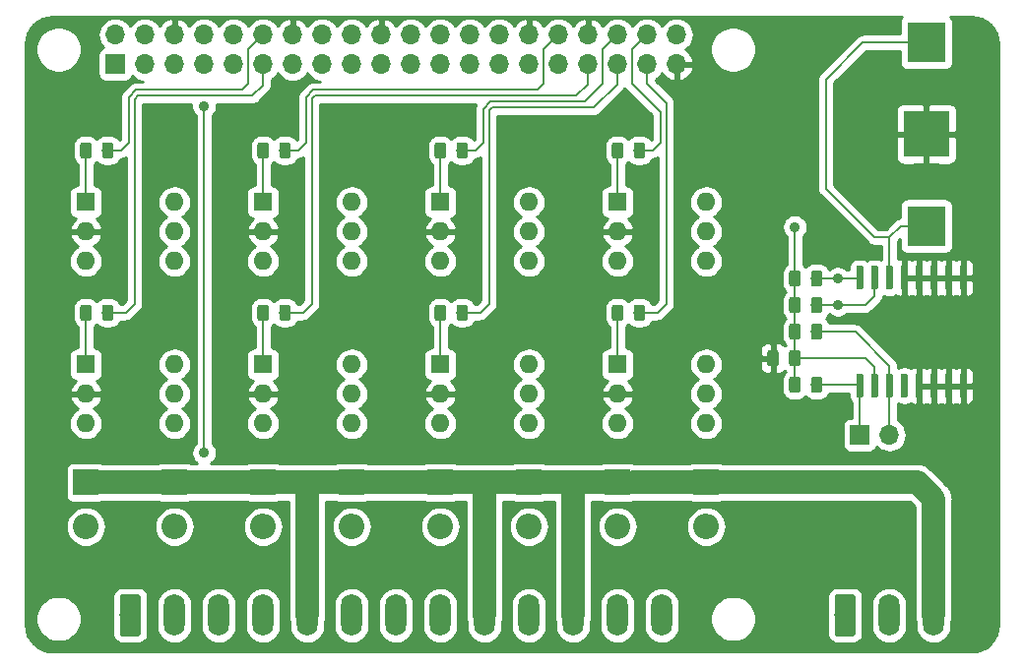
<source format=gtl>
G04 #@! TF.GenerationSoftware,KiCad,Pcbnew,5.1.2-f72e74a~84~ubuntu19.04.1*
G04 #@! TF.CreationDate,2019-07-08T05:48:43+02:00*
G04 #@! TF.ProjectId,switch-control-hat,73776974-6368-42d6-936f-6e74726f6c2d,rev?*
G04 #@! TF.SameCoordinates,Original*
G04 #@! TF.FileFunction,Copper,L1,Top*
G04 #@! TF.FilePolarity,Positive*
%FSLAX46Y46*%
G04 Gerber Fmt 4.6, Leading zero omitted, Abs format (unit mm)*
G04 Created by KiCad (PCBNEW 5.1.2-f72e74a~84~ubuntu19.04.1) date 2019-07-08 05:48:43*
%MOMM*%
%LPD*%
G04 APERTURE LIST*
%ADD10R,1.600000X1.600000*%
%ADD11O,1.600000X1.600000*%
%ADD12O,1.800000X3.600000*%
%ADD13C,0.100000*%
%ADD14C,1.800000*%
%ADD15R,2.200000X2.200000*%
%ADD16O,2.200000X2.200000*%
%ADD17C,0.600000*%
%ADD18R,4.000000X4.000000*%
%ADD19R,3.300000X3.500000*%
%ADD20C,0.975000*%
%ADD21O,1.700000X1.700000*%
%ADD22R,1.700000X1.700000*%
%ADD23C,0.900000*%
%ADD24C,0.200000*%
%ADD25C,2.000000*%
%ADD26C,0.254000*%
G04 APERTURE END LIST*
D10*
X205842000Y-124600000D03*
D11*
X213462000Y-129680000D03*
X205842000Y-127140000D03*
X213462000Y-127140000D03*
X205842000Y-129680000D03*
X213462000Y-124600000D03*
X228702000Y-124600000D03*
X221082000Y-129680000D03*
X228702000Y-127140000D03*
X221082000Y-127140000D03*
X228702000Y-129680000D03*
D10*
X221082000Y-124600000D03*
D12*
X278740000Y-146190000D03*
X274930000Y-146190000D03*
D13*
G36*
X271794504Y-144391204D02*
G01*
X271818773Y-144394804D01*
X271842571Y-144400765D01*
X271865671Y-144409030D01*
X271887849Y-144419520D01*
X271908893Y-144432133D01*
X271928598Y-144446747D01*
X271946777Y-144463223D01*
X271963253Y-144481402D01*
X271977867Y-144501107D01*
X271990480Y-144522151D01*
X272000970Y-144544329D01*
X272009235Y-144567429D01*
X272015196Y-144591227D01*
X272018796Y-144615496D01*
X272020000Y-144640000D01*
X272020000Y-147740000D01*
X272018796Y-147764504D01*
X272015196Y-147788773D01*
X272009235Y-147812571D01*
X272000970Y-147835671D01*
X271990480Y-147857849D01*
X271977867Y-147878893D01*
X271963253Y-147898598D01*
X271946777Y-147916777D01*
X271928598Y-147933253D01*
X271908893Y-147947867D01*
X271887849Y-147960480D01*
X271865671Y-147970970D01*
X271842571Y-147979235D01*
X271818773Y-147985196D01*
X271794504Y-147988796D01*
X271770000Y-147990000D01*
X270470000Y-147990000D01*
X270445496Y-147988796D01*
X270421227Y-147985196D01*
X270397429Y-147979235D01*
X270374329Y-147970970D01*
X270352151Y-147960480D01*
X270331107Y-147947867D01*
X270311402Y-147933253D01*
X270293223Y-147916777D01*
X270276747Y-147898598D01*
X270262133Y-147878893D01*
X270249520Y-147857849D01*
X270239030Y-147835671D01*
X270230765Y-147812571D01*
X270224804Y-147788773D01*
X270221204Y-147764504D01*
X270220000Y-147740000D01*
X270220000Y-144640000D01*
X270221204Y-144615496D01*
X270224804Y-144591227D01*
X270230765Y-144567429D01*
X270239030Y-144544329D01*
X270249520Y-144522151D01*
X270262133Y-144501107D01*
X270276747Y-144481402D01*
X270293223Y-144463223D01*
X270311402Y-144446747D01*
X270331107Y-144432133D01*
X270352151Y-144419520D01*
X270374329Y-144409030D01*
X270397429Y-144400765D01*
X270421227Y-144394804D01*
X270445496Y-144391204D01*
X270470000Y-144390000D01*
X271770000Y-144390000D01*
X271794504Y-144391204D01*
X271794504Y-144391204D01*
G37*
D14*
X271120000Y-146190000D03*
D13*
G36*
X210326504Y-144391204D02*
G01*
X210350773Y-144394804D01*
X210374571Y-144400765D01*
X210397671Y-144409030D01*
X210419849Y-144419520D01*
X210440893Y-144432133D01*
X210460598Y-144446747D01*
X210478777Y-144463223D01*
X210495253Y-144481402D01*
X210509867Y-144501107D01*
X210522480Y-144522151D01*
X210532970Y-144544329D01*
X210541235Y-144567429D01*
X210547196Y-144591227D01*
X210550796Y-144615496D01*
X210552000Y-144640000D01*
X210552000Y-147740000D01*
X210550796Y-147764504D01*
X210547196Y-147788773D01*
X210541235Y-147812571D01*
X210532970Y-147835671D01*
X210522480Y-147857849D01*
X210509867Y-147878893D01*
X210495253Y-147898598D01*
X210478777Y-147916777D01*
X210460598Y-147933253D01*
X210440893Y-147947867D01*
X210419849Y-147960480D01*
X210397671Y-147970970D01*
X210374571Y-147979235D01*
X210350773Y-147985196D01*
X210326504Y-147988796D01*
X210302000Y-147990000D01*
X209002000Y-147990000D01*
X208977496Y-147988796D01*
X208953227Y-147985196D01*
X208929429Y-147979235D01*
X208906329Y-147970970D01*
X208884151Y-147960480D01*
X208863107Y-147947867D01*
X208843402Y-147933253D01*
X208825223Y-147916777D01*
X208808747Y-147898598D01*
X208794133Y-147878893D01*
X208781520Y-147857849D01*
X208771030Y-147835671D01*
X208762765Y-147812571D01*
X208756804Y-147788773D01*
X208753204Y-147764504D01*
X208752000Y-147740000D01*
X208752000Y-144640000D01*
X208753204Y-144615496D01*
X208756804Y-144591227D01*
X208762765Y-144567429D01*
X208771030Y-144544329D01*
X208781520Y-144522151D01*
X208794133Y-144501107D01*
X208808747Y-144481402D01*
X208825223Y-144463223D01*
X208843402Y-144446747D01*
X208863107Y-144432133D01*
X208884151Y-144419520D01*
X208906329Y-144409030D01*
X208929429Y-144400765D01*
X208953227Y-144394804D01*
X208977496Y-144391204D01*
X209002000Y-144390000D01*
X210302000Y-144390000D01*
X210326504Y-144391204D01*
X210326504Y-144391204D01*
G37*
D14*
X209652000Y-146190000D03*
D12*
X213462000Y-146190000D03*
X217272000Y-146190000D03*
X221082000Y-146190000D03*
X224892000Y-146190000D03*
X228702000Y-146190000D03*
X232512000Y-146190000D03*
X236322000Y-146190000D03*
X240132000Y-146190000D03*
X243942000Y-146190000D03*
X247752000Y-146190000D03*
X251562000Y-146190000D03*
X255372000Y-146190000D03*
D15*
X213462000Y-134760000D03*
D16*
X213462000Y-138570000D03*
X259182000Y-138570000D03*
D15*
X259182000Y-134760000D03*
D13*
G36*
X272554703Y-116107722D02*
G01*
X272569264Y-116109882D01*
X272583543Y-116113459D01*
X272597403Y-116118418D01*
X272610710Y-116124712D01*
X272623336Y-116132280D01*
X272635159Y-116141048D01*
X272646066Y-116150934D01*
X272655952Y-116161841D01*
X272664720Y-116173664D01*
X272672288Y-116186290D01*
X272678582Y-116199597D01*
X272683541Y-116213457D01*
X272687118Y-116227736D01*
X272689278Y-116242297D01*
X272690000Y-116257000D01*
X272690000Y-118007000D01*
X272689278Y-118021703D01*
X272687118Y-118036264D01*
X272683541Y-118050543D01*
X272678582Y-118064403D01*
X272672288Y-118077710D01*
X272664720Y-118090336D01*
X272655952Y-118102159D01*
X272646066Y-118113066D01*
X272635159Y-118122952D01*
X272623336Y-118131720D01*
X272610710Y-118139288D01*
X272597403Y-118145582D01*
X272583543Y-118150541D01*
X272569264Y-118154118D01*
X272554703Y-118156278D01*
X272540000Y-118157000D01*
X272240000Y-118157000D01*
X272225297Y-118156278D01*
X272210736Y-118154118D01*
X272196457Y-118150541D01*
X272182597Y-118145582D01*
X272169290Y-118139288D01*
X272156664Y-118131720D01*
X272144841Y-118122952D01*
X272133934Y-118113066D01*
X272124048Y-118102159D01*
X272115280Y-118090336D01*
X272107712Y-118077710D01*
X272101418Y-118064403D01*
X272096459Y-118050543D01*
X272092882Y-118036264D01*
X272090722Y-118021703D01*
X272090000Y-118007000D01*
X272090000Y-116257000D01*
X272090722Y-116242297D01*
X272092882Y-116227736D01*
X272096459Y-116213457D01*
X272101418Y-116199597D01*
X272107712Y-116186290D01*
X272115280Y-116173664D01*
X272124048Y-116161841D01*
X272133934Y-116150934D01*
X272144841Y-116141048D01*
X272156664Y-116132280D01*
X272169290Y-116124712D01*
X272182597Y-116118418D01*
X272196457Y-116113459D01*
X272210736Y-116109882D01*
X272225297Y-116107722D01*
X272240000Y-116107000D01*
X272540000Y-116107000D01*
X272554703Y-116107722D01*
X272554703Y-116107722D01*
G37*
D17*
X272390000Y-117132000D03*
D13*
G36*
X273824703Y-116107722D02*
G01*
X273839264Y-116109882D01*
X273853543Y-116113459D01*
X273867403Y-116118418D01*
X273880710Y-116124712D01*
X273893336Y-116132280D01*
X273905159Y-116141048D01*
X273916066Y-116150934D01*
X273925952Y-116161841D01*
X273934720Y-116173664D01*
X273942288Y-116186290D01*
X273948582Y-116199597D01*
X273953541Y-116213457D01*
X273957118Y-116227736D01*
X273959278Y-116242297D01*
X273960000Y-116257000D01*
X273960000Y-118007000D01*
X273959278Y-118021703D01*
X273957118Y-118036264D01*
X273953541Y-118050543D01*
X273948582Y-118064403D01*
X273942288Y-118077710D01*
X273934720Y-118090336D01*
X273925952Y-118102159D01*
X273916066Y-118113066D01*
X273905159Y-118122952D01*
X273893336Y-118131720D01*
X273880710Y-118139288D01*
X273867403Y-118145582D01*
X273853543Y-118150541D01*
X273839264Y-118154118D01*
X273824703Y-118156278D01*
X273810000Y-118157000D01*
X273510000Y-118157000D01*
X273495297Y-118156278D01*
X273480736Y-118154118D01*
X273466457Y-118150541D01*
X273452597Y-118145582D01*
X273439290Y-118139288D01*
X273426664Y-118131720D01*
X273414841Y-118122952D01*
X273403934Y-118113066D01*
X273394048Y-118102159D01*
X273385280Y-118090336D01*
X273377712Y-118077710D01*
X273371418Y-118064403D01*
X273366459Y-118050543D01*
X273362882Y-118036264D01*
X273360722Y-118021703D01*
X273360000Y-118007000D01*
X273360000Y-116257000D01*
X273360722Y-116242297D01*
X273362882Y-116227736D01*
X273366459Y-116213457D01*
X273371418Y-116199597D01*
X273377712Y-116186290D01*
X273385280Y-116173664D01*
X273394048Y-116161841D01*
X273403934Y-116150934D01*
X273414841Y-116141048D01*
X273426664Y-116132280D01*
X273439290Y-116124712D01*
X273452597Y-116118418D01*
X273466457Y-116113459D01*
X273480736Y-116109882D01*
X273495297Y-116107722D01*
X273510000Y-116107000D01*
X273810000Y-116107000D01*
X273824703Y-116107722D01*
X273824703Y-116107722D01*
G37*
D17*
X273660000Y-117132000D03*
D13*
G36*
X275094703Y-116107722D02*
G01*
X275109264Y-116109882D01*
X275123543Y-116113459D01*
X275137403Y-116118418D01*
X275150710Y-116124712D01*
X275163336Y-116132280D01*
X275175159Y-116141048D01*
X275186066Y-116150934D01*
X275195952Y-116161841D01*
X275204720Y-116173664D01*
X275212288Y-116186290D01*
X275218582Y-116199597D01*
X275223541Y-116213457D01*
X275227118Y-116227736D01*
X275229278Y-116242297D01*
X275230000Y-116257000D01*
X275230000Y-118007000D01*
X275229278Y-118021703D01*
X275227118Y-118036264D01*
X275223541Y-118050543D01*
X275218582Y-118064403D01*
X275212288Y-118077710D01*
X275204720Y-118090336D01*
X275195952Y-118102159D01*
X275186066Y-118113066D01*
X275175159Y-118122952D01*
X275163336Y-118131720D01*
X275150710Y-118139288D01*
X275137403Y-118145582D01*
X275123543Y-118150541D01*
X275109264Y-118154118D01*
X275094703Y-118156278D01*
X275080000Y-118157000D01*
X274780000Y-118157000D01*
X274765297Y-118156278D01*
X274750736Y-118154118D01*
X274736457Y-118150541D01*
X274722597Y-118145582D01*
X274709290Y-118139288D01*
X274696664Y-118131720D01*
X274684841Y-118122952D01*
X274673934Y-118113066D01*
X274664048Y-118102159D01*
X274655280Y-118090336D01*
X274647712Y-118077710D01*
X274641418Y-118064403D01*
X274636459Y-118050543D01*
X274632882Y-118036264D01*
X274630722Y-118021703D01*
X274630000Y-118007000D01*
X274630000Y-116257000D01*
X274630722Y-116242297D01*
X274632882Y-116227736D01*
X274636459Y-116213457D01*
X274641418Y-116199597D01*
X274647712Y-116186290D01*
X274655280Y-116173664D01*
X274664048Y-116161841D01*
X274673934Y-116150934D01*
X274684841Y-116141048D01*
X274696664Y-116132280D01*
X274709290Y-116124712D01*
X274722597Y-116118418D01*
X274736457Y-116113459D01*
X274750736Y-116109882D01*
X274765297Y-116107722D01*
X274780000Y-116107000D01*
X275080000Y-116107000D01*
X275094703Y-116107722D01*
X275094703Y-116107722D01*
G37*
D17*
X274930000Y-117132000D03*
D13*
G36*
X276364703Y-116107722D02*
G01*
X276379264Y-116109882D01*
X276393543Y-116113459D01*
X276407403Y-116118418D01*
X276420710Y-116124712D01*
X276433336Y-116132280D01*
X276445159Y-116141048D01*
X276456066Y-116150934D01*
X276465952Y-116161841D01*
X276474720Y-116173664D01*
X276482288Y-116186290D01*
X276488582Y-116199597D01*
X276493541Y-116213457D01*
X276497118Y-116227736D01*
X276499278Y-116242297D01*
X276500000Y-116257000D01*
X276500000Y-118007000D01*
X276499278Y-118021703D01*
X276497118Y-118036264D01*
X276493541Y-118050543D01*
X276488582Y-118064403D01*
X276482288Y-118077710D01*
X276474720Y-118090336D01*
X276465952Y-118102159D01*
X276456066Y-118113066D01*
X276445159Y-118122952D01*
X276433336Y-118131720D01*
X276420710Y-118139288D01*
X276407403Y-118145582D01*
X276393543Y-118150541D01*
X276379264Y-118154118D01*
X276364703Y-118156278D01*
X276350000Y-118157000D01*
X276050000Y-118157000D01*
X276035297Y-118156278D01*
X276020736Y-118154118D01*
X276006457Y-118150541D01*
X275992597Y-118145582D01*
X275979290Y-118139288D01*
X275966664Y-118131720D01*
X275954841Y-118122952D01*
X275943934Y-118113066D01*
X275934048Y-118102159D01*
X275925280Y-118090336D01*
X275917712Y-118077710D01*
X275911418Y-118064403D01*
X275906459Y-118050543D01*
X275902882Y-118036264D01*
X275900722Y-118021703D01*
X275900000Y-118007000D01*
X275900000Y-116257000D01*
X275900722Y-116242297D01*
X275902882Y-116227736D01*
X275906459Y-116213457D01*
X275911418Y-116199597D01*
X275917712Y-116186290D01*
X275925280Y-116173664D01*
X275934048Y-116161841D01*
X275943934Y-116150934D01*
X275954841Y-116141048D01*
X275966664Y-116132280D01*
X275979290Y-116124712D01*
X275992597Y-116118418D01*
X276006457Y-116113459D01*
X276020736Y-116109882D01*
X276035297Y-116107722D01*
X276050000Y-116107000D01*
X276350000Y-116107000D01*
X276364703Y-116107722D01*
X276364703Y-116107722D01*
G37*
D17*
X276200000Y-117132000D03*
D13*
G36*
X277634703Y-116107722D02*
G01*
X277649264Y-116109882D01*
X277663543Y-116113459D01*
X277677403Y-116118418D01*
X277690710Y-116124712D01*
X277703336Y-116132280D01*
X277715159Y-116141048D01*
X277726066Y-116150934D01*
X277735952Y-116161841D01*
X277744720Y-116173664D01*
X277752288Y-116186290D01*
X277758582Y-116199597D01*
X277763541Y-116213457D01*
X277767118Y-116227736D01*
X277769278Y-116242297D01*
X277770000Y-116257000D01*
X277770000Y-118007000D01*
X277769278Y-118021703D01*
X277767118Y-118036264D01*
X277763541Y-118050543D01*
X277758582Y-118064403D01*
X277752288Y-118077710D01*
X277744720Y-118090336D01*
X277735952Y-118102159D01*
X277726066Y-118113066D01*
X277715159Y-118122952D01*
X277703336Y-118131720D01*
X277690710Y-118139288D01*
X277677403Y-118145582D01*
X277663543Y-118150541D01*
X277649264Y-118154118D01*
X277634703Y-118156278D01*
X277620000Y-118157000D01*
X277320000Y-118157000D01*
X277305297Y-118156278D01*
X277290736Y-118154118D01*
X277276457Y-118150541D01*
X277262597Y-118145582D01*
X277249290Y-118139288D01*
X277236664Y-118131720D01*
X277224841Y-118122952D01*
X277213934Y-118113066D01*
X277204048Y-118102159D01*
X277195280Y-118090336D01*
X277187712Y-118077710D01*
X277181418Y-118064403D01*
X277176459Y-118050543D01*
X277172882Y-118036264D01*
X277170722Y-118021703D01*
X277170000Y-118007000D01*
X277170000Y-116257000D01*
X277170722Y-116242297D01*
X277172882Y-116227736D01*
X277176459Y-116213457D01*
X277181418Y-116199597D01*
X277187712Y-116186290D01*
X277195280Y-116173664D01*
X277204048Y-116161841D01*
X277213934Y-116150934D01*
X277224841Y-116141048D01*
X277236664Y-116132280D01*
X277249290Y-116124712D01*
X277262597Y-116118418D01*
X277276457Y-116113459D01*
X277290736Y-116109882D01*
X277305297Y-116107722D01*
X277320000Y-116107000D01*
X277620000Y-116107000D01*
X277634703Y-116107722D01*
X277634703Y-116107722D01*
G37*
D17*
X277470000Y-117132000D03*
D13*
G36*
X278904703Y-116107722D02*
G01*
X278919264Y-116109882D01*
X278933543Y-116113459D01*
X278947403Y-116118418D01*
X278960710Y-116124712D01*
X278973336Y-116132280D01*
X278985159Y-116141048D01*
X278996066Y-116150934D01*
X279005952Y-116161841D01*
X279014720Y-116173664D01*
X279022288Y-116186290D01*
X279028582Y-116199597D01*
X279033541Y-116213457D01*
X279037118Y-116227736D01*
X279039278Y-116242297D01*
X279040000Y-116257000D01*
X279040000Y-118007000D01*
X279039278Y-118021703D01*
X279037118Y-118036264D01*
X279033541Y-118050543D01*
X279028582Y-118064403D01*
X279022288Y-118077710D01*
X279014720Y-118090336D01*
X279005952Y-118102159D01*
X278996066Y-118113066D01*
X278985159Y-118122952D01*
X278973336Y-118131720D01*
X278960710Y-118139288D01*
X278947403Y-118145582D01*
X278933543Y-118150541D01*
X278919264Y-118154118D01*
X278904703Y-118156278D01*
X278890000Y-118157000D01*
X278590000Y-118157000D01*
X278575297Y-118156278D01*
X278560736Y-118154118D01*
X278546457Y-118150541D01*
X278532597Y-118145582D01*
X278519290Y-118139288D01*
X278506664Y-118131720D01*
X278494841Y-118122952D01*
X278483934Y-118113066D01*
X278474048Y-118102159D01*
X278465280Y-118090336D01*
X278457712Y-118077710D01*
X278451418Y-118064403D01*
X278446459Y-118050543D01*
X278442882Y-118036264D01*
X278440722Y-118021703D01*
X278440000Y-118007000D01*
X278440000Y-116257000D01*
X278440722Y-116242297D01*
X278442882Y-116227736D01*
X278446459Y-116213457D01*
X278451418Y-116199597D01*
X278457712Y-116186290D01*
X278465280Y-116173664D01*
X278474048Y-116161841D01*
X278483934Y-116150934D01*
X278494841Y-116141048D01*
X278506664Y-116132280D01*
X278519290Y-116124712D01*
X278532597Y-116118418D01*
X278546457Y-116113459D01*
X278560736Y-116109882D01*
X278575297Y-116107722D01*
X278590000Y-116107000D01*
X278890000Y-116107000D01*
X278904703Y-116107722D01*
X278904703Y-116107722D01*
G37*
D17*
X278740000Y-117132000D03*
D13*
G36*
X280174703Y-116107722D02*
G01*
X280189264Y-116109882D01*
X280203543Y-116113459D01*
X280217403Y-116118418D01*
X280230710Y-116124712D01*
X280243336Y-116132280D01*
X280255159Y-116141048D01*
X280266066Y-116150934D01*
X280275952Y-116161841D01*
X280284720Y-116173664D01*
X280292288Y-116186290D01*
X280298582Y-116199597D01*
X280303541Y-116213457D01*
X280307118Y-116227736D01*
X280309278Y-116242297D01*
X280310000Y-116257000D01*
X280310000Y-118007000D01*
X280309278Y-118021703D01*
X280307118Y-118036264D01*
X280303541Y-118050543D01*
X280298582Y-118064403D01*
X280292288Y-118077710D01*
X280284720Y-118090336D01*
X280275952Y-118102159D01*
X280266066Y-118113066D01*
X280255159Y-118122952D01*
X280243336Y-118131720D01*
X280230710Y-118139288D01*
X280217403Y-118145582D01*
X280203543Y-118150541D01*
X280189264Y-118154118D01*
X280174703Y-118156278D01*
X280160000Y-118157000D01*
X279860000Y-118157000D01*
X279845297Y-118156278D01*
X279830736Y-118154118D01*
X279816457Y-118150541D01*
X279802597Y-118145582D01*
X279789290Y-118139288D01*
X279776664Y-118131720D01*
X279764841Y-118122952D01*
X279753934Y-118113066D01*
X279744048Y-118102159D01*
X279735280Y-118090336D01*
X279727712Y-118077710D01*
X279721418Y-118064403D01*
X279716459Y-118050543D01*
X279712882Y-118036264D01*
X279710722Y-118021703D01*
X279710000Y-118007000D01*
X279710000Y-116257000D01*
X279710722Y-116242297D01*
X279712882Y-116227736D01*
X279716459Y-116213457D01*
X279721418Y-116199597D01*
X279727712Y-116186290D01*
X279735280Y-116173664D01*
X279744048Y-116161841D01*
X279753934Y-116150934D01*
X279764841Y-116141048D01*
X279776664Y-116132280D01*
X279789290Y-116124712D01*
X279802597Y-116118418D01*
X279816457Y-116113459D01*
X279830736Y-116109882D01*
X279845297Y-116107722D01*
X279860000Y-116107000D01*
X280160000Y-116107000D01*
X280174703Y-116107722D01*
X280174703Y-116107722D01*
G37*
D17*
X280010000Y-117132000D03*
D13*
G36*
X281444703Y-116107722D02*
G01*
X281459264Y-116109882D01*
X281473543Y-116113459D01*
X281487403Y-116118418D01*
X281500710Y-116124712D01*
X281513336Y-116132280D01*
X281525159Y-116141048D01*
X281536066Y-116150934D01*
X281545952Y-116161841D01*
X281554720Y-116173664D01*
X281562288Y-116186290D01*
X281568582Y-116199597D01*
X281573541Y-116213457D01*
X281577118Y-116227736D01*
X281579278Y-116242297D01*
X281580000Y-116257000D01*
X281580000Y-118007000D01*
X281579278Y-118021703D01*
X281577118Y-118036264D01*
X281573541Y-118050543D01*
X281568582Y-118064403D01*
X281562288Y-118077710D01*
X281554720Y-118090336D01*
X281545952Y-118102159D01*
X281536066Y-118113066D01*
X281525159Y-118122952D01*
X281513336Y-118131720D01*
X281500710Y-118139288D01*
X281487403Y-118145582D01*
X281473543Y-118150541D01*
X281459264Y-118154118D01*
X281444703Y-118156278D01*
X281430000Y-118157000D01*
X281130000Y-118157000D01*
X281115297Y-118156278D01*
X281100736Y-118154118D01*
X281086457Y-118150541D01*
X281072597Y-118145582D01*
X281059290Y-118139288D01*
X281046664Y-118131720D01*
X281034841Y-118122952D01*
X281023934Y-118113066D01*
X281014048Y-118102159D01*
X281005280Y-118090336D01*
X280997712Y-118077710D01*
X280991418Y-118064403D01*
X280986459Y-118050543D01*
X280982882Y-118036264D01*
X280980722Y-118021703D01*
X280980000Y-118007000D01*
X280980000Y-116257000D01*
X280980722Y-116242297D01*
X280982882Y-116227736D01*
X280986459Y-116213457D01*
X280991418Y-116199597D01*
X280997712Y-116186290D01*
X281005280Y-116173664D01*
X281014048Y-116161841D01*
X281023934Y-116150934D01*
X281034841Y-116141048D01*
X281046664Y-116132280D01*
X281059290Y-116124712D01*
X281072597Y-116118418D01*
X281086457Y-116113459D01*
X281100736Y-116109882D01*
X281115297Y-116107722D01*
X281130000Y-116107000D01*
X281430000Y-116107000D01*
X281444703Y-116107722D01*
X281444703Y-116107722D01*
G37*
D17*
X281280000Y-117132000D03*
D13*
G36*
X281444703Y-125407722D02*
G01*
X281459264Y-125409882D01*
X281473543Y-125413459D01*
X281487403Y-125418418D01*
X281500710Y-125424712D01*
X281513336Y-125432280D01*
X281525159Y-125441048D01*
X281536066Y-125450934D01*
X281545952Y-125461841D01*
X281554720Y-125473664D01*
X281562288Y-125486290D01*
X281568582Y-125499597D01*
X281573541Y-125513457D01*
X281577118Y-125527736D01*
X281579278Y-125542297D01*
X281580000Y-125557000D01*
X281580000Y-127307000D01*
X281579278Y-127321703D01*
X281577118Y-127336264D01*
X281573541Y-127350543D01*
X281568582Y-127364403D01*
X281562288Y-127377710D01*
X281554720Y-127390336D01*
X281545952Y-127402159D01*
X281536066Y-127413066D01*
X281525159Y-127422952D01*
X281513336Y-127431720D01*
X281500710Y-127439288D01*
X281487403Y-127445582D01*
X281473543Y-127450541D01*
X281459264Y-127454118D01*
X281444703Y-127456278D01*
X281430000Y-127457000D01*
X281130000Y-127457000D01*
X281115297Y-127456278D01*
X281100736Y-127454118D01*
X281086457Y-127450541D01*
X281072597Y-127445582D01*
X281059290Y-127439288D01*
X281046664Y-127431720D01*
X281034841Y-127422952D01*
X281023934Y-127413066D01*
X281014048Y-127402159D01*
X281005280Y-127390336D01*
X280997712Y-127377710D01*
X280991418Y-127364403D01*
X280986459Y-127350543D01*
X280982882Y-127336264D01*
X280980722Y-127321703D01*
X280980000Y-127307000D01*
X280980000Y-125557000D01*
X280980722Y-125542297D01*
X280982882Y-125527736D01*
X280986459Y-125513457D01*
X280991418Y-125499597D01*
X280997712Y-125486290D01*
X281005280Y-125473664D01*
X281014048Y-125461841D01*
X281023934Y-125450934D01*
X281034841Y-125441048D01*
X281046664Y-125432280D01*
X281059290Y-125424712D01*
X281072597Y-125418418D01*
X281086457Y-125413459D01*
X281100736Y-125409882D01*
X281115297Y-125407722D01*
X281130000Y-125407000D01*
X281430000Y-125407000D01*
X281444703Y-125407722D01*
X281444703Y-125407722D01*
G37*
D17*
X281280000Y-126432000D03*
D13*
G36*
X280174703Y-125407722D02*
G01*
X280189264Y-125409882D01*
X280203543Y-125413459D01*
X280217403Y-125418418D01*
X280230710Y-125424712D01*
X280243336Y-125432280D01*
X280255159Y-125441048D01*
X280266066Y-125450934D01*
X280275952Y-125461841D01*
X280284720Y-125473664D01*
X280292288Y-125486290D01*
X280298582Y-125499597D01*
X280303541Y-125513457D01*
X280307118Y-125527736D01*
X280309278Y-125542297D01*
X280310000Y-125557000D01*
X280310000Y-127307000D01*
X280309278Y-127321703D01*
X280307118Y-127336264D01*
X280303541Y-127350543D01*
X280298582Y-127364403D01*
X280292288Y-127377710D01*
X280284720Y-127390336D01*
X280275952Y-127402159D01*
X280266066Y-127413066D01*
X280255159Y-127422952D01*
X280243336Y-127431720D01*
X280230710Y-127439288D01*
X280217403Y-127445582D01*
X280203543Y-127450541D01*
X280189264Y-127454118D01*
X280174703Y-127456278D01*
X280160000Y-127457000D01*
X279860000Y-127457000D01*
X279845297Y-127456278D01*
X279830736Y-127454118D01*
X279816457Y-127450541D01*
X279802597Y-127445582D01*
X279789290Y-127439288D01*
X279776664Y-127431720D01*
X279764841Y-127422952D01*
X279753934Y-127413066D01*
X279744048Y-127402159D01*
X279735280Y-127390336D01*
X279727712Y-127377710D01*
X279721418Y-127364403D01*
X279716459Y-127350543D01*
X279712882Y-127336264D01*
X279710722Y-127321703D01*
X279710000Y-127307000D01*
X279710000Y-125557000D01*
X279710722Y-125542297D01*
X279712882Y-125527736D01*
X279716459Y-125513457D01*
X279721418Y-125499597D01*
X279727712Y-125486290D01*
X279735280Y-125473664D01*
X279744048Y-125461841D01*
X279753934Y-125450934D01*
X279764841Y-125441048D01*
X279776664Y-125432280D01*
X279789290Y-125424712D01*
X279802597Y-125418418D01*
X279816457Y-125413459D01*
X279830736Y-125409882D01*
X279845297Y-125407722D01*
X279860000Y-125407000D01*
X280160000Y-125407000D01*
X280174703Y-125407722D01*
X280174703Y-125407722D01*
G37*
D17*
X280010000Y-126432000D03*
D13*
G36*
X278904703Y-125407722D02*
G01*
X278919264Y-125409882D01*
X278933543Y-125413459D01*
X278947403Y-125418418D01*
X278960710Y-125424712D01*
X278973336Y-125432280D01*
X278985159Y-125441048D01*
X278996066Y-125450934D01*
X279005952Y-125461841D01*
X279014720Y-125473664D01*
X279022288Y-125486290D01*
X279028582Y-125499597D01*
X279033541Y-125513457D01*
X279037118Y-125527736D01*
X279039278Y-125542297D01*
X279040000Y-125557000D01*
X279040000Y-127307000D01*
X279039278Y-127321703D01*
X279037118Y-127336264D01*
X279033541Y-127350543D01*
X279028582Y-127364403D01*
X279022288Y-127377710D01*
X279014720Y-127390336D01*
X279005952Y-127402159D01*
X278996066Y-127413066D01*
X278985159Y-127422952D01*
X278973336Y-127431720D01*
X278960710Y-127439288D01*
X278947403Y-127445582D01*
X278933543Y-127450541D01*
X278919264Y-127454118D01*
X278904703Y-127456278D01*
X278890000Y-127457000D01*
X278590000Y-127457000D01*
X278575297Y-127456278D01*
X278560736Y-127454118D01*
X278546457Y-127450541D01*
X278532597Y-127445582D01*
X278519290Y-127439288D01*
X278506664Y-127431720D01*
X278494841Y-127422952D01*
X278483934Y-127413066D01*
X278474048Y-127402159D01*
X278465280Y-127390336D01*
X278457712Y-127377710D01*
X278451418Y-127364403D01*
X278446459Y-127350543D01*
X278442882Y-127336264D01*
X278440722Y-127321703D01*
X278440000Y-127307000D01*
X278440000Y-125557000D01*
X278440722Y-125542297D01*
X278442882Y-125527736D01*
X278446459Y-125513457D01*
X278451418Y-125499597D01*
X278457712Y-125486290D01*
X278465280Y-125473664D01*
X278474048Y-125461841D01*
X278483934Y-125450934D01*
X278494841Y-125441048D01*
X278506664Y-125432280D01*
X278519290Y-125424712D01*
X278532597Y-125418418D01*
X278546457Y-125413459D01*
X278560736Y-125409882D01*
X278575297Y-125407722D01*
X278590000Y-125407000D01*
X278890000Y-125407000D01*
X278904703Y-125407722D01*
X278904703Y-125407722D01*
G37*
D17*
X278740000Y-126432000D03*
D13*
G36*
X277634703Y-125407722D02*
G01*
X277649264Y-125409882D01*
X277663543Y-125413459D01*
X277677403Y-125418418D01*
X277690710Y-125424712D01*
X277703336Y-125432280D01*
X277715159Y-125441048D01*
X277726066Y-125450934D01*
X277735952Y-125461841D01*
X277744720Y-125473664D01*
X277752288Y-125486290D01*
X277758582Y-125499597D01*
X277763541Y-125513457D01*
X277767118Y-125527736D01*
X277769278Y-125542297D01*
X277770000Y-125557000D01*
X277770000Y-127307000D01*
X277769278Y-127321703D01*
X277767118Y-127336264D01*
X277763541Y-127350543D01*
X277758582Y-127364403D01*
X277752288Y-127377710D01*
X277744720Y-127390336D01*
X277735952Y-127402159D01*
X277726066Y-127413066D01*
X277715159Y-127422952D01*
X277703336Y-127431720D01*
X277690710Y-127439288D01*
X277677403Y-127445582D01*
X277663543Y-127450541D01*
X277649264Y-127454118D01*
X277634703Y-127456278D01*
X277620000Y-127457000D01*
X277320000Y-127457000D01*
X277305297Y-127456278D01*
X277290736Y-127454118D01*
X277276457Y-127450541D01*
X277262597Y-127445582D01*
X277249290Y-127439288D01*
X277236664Y-127431720D01*
X277224841Y-127422952D01*
X277213934Y-127413066D01*
X277204048Y-127402159D01*
X277195280Y-127390336D01*
X277187712Y-127377710D01*
X277181418Y-127364403D01*
X277176459Y-127350543D01*
X277172882Y-127336264D01*
X277170722Y-127321703D01*
X277170000Y-127307000D01*
X277170000Y-125557000D01*
X277170722Y-125542297D01*
X277172882Y-125527736D01*
X277176459Y-125513457D01*
X277181418Y-125499597D01*
X277187712Y-125486290D01*
X277195280Y-125473664D01*
X277204048Y-125461841D01*
X277213934Y-125450934D01*
X277224841Y-125441048D01*
X277236664Y-125432280D01*
X277249290Y-125424712D01*
X277262597Y-125418418D01*
X277276457Y-125413459D01*
X277290736Y-125409882D01*
X277305297Y-125407722D01*
X277320000Y-125407000D01*
X277620000Y-125407000D01*
X277634703Y-125407722D01*
X277634703Y-125407722D01*
G37*
D17*
X277470000Y-126432000D03*
D13*
G36*
X276364703Y-125407722D02*
G01*
X276379264Y-125409882D01*
X276393543Y-125413459D01*
X276407403Y-125418418D01*
X276420710Y-125424712D01*
X276433336Y-125432280D01*
X276445159Y-125441048D01*
X276456066Y-125450934D01*
X276465952Y-125461841D01*
X276474720Y-125473664D01*
X276482288Y-125486290D01*
X276488582Y-125499597D01*
X276493541Y-125513457D01*
X276497118Y-125527736D01*
X276499278Y-125542297D01*
X276500000Y-125557000D01*
X276500000Y-127307000D01*
X276499278Y-127321703D01*
X276497118Y-127336264D01*
X276493541Y-127350543D01*
X276488582Y-127364403D01*
X276482288Y-127377710D01*
X276474720Y-127390336D01*
X276465952Y-127402159D01*
X276456066Y-127413066D01*
X276445159Y-127422952D01*
X276433336Y-127431720D01*
X276420710Y-127439288D01*
X276407403Y-127445582D01*
X276393543Y-127450541D01*
X276379264Y-127454118D01*
X276364703Y-127456278D01*
X276350000Y-127457000D01*
X276050000Y-127457000D01*
X276035297Y-127456278D01*
X276020736Y-127454118D01*
X276006457Y-127450541D01*
X275992597Y-127445582D01*
X275979290Y-127439288D01*
X275966664Y-127431720D01*
X275954841Y-127422952D01*
X275943934Y-127413066D01*
X275934048Y-127402159D01*
X275925280Y-127390336D01*
X275917712Y-127377710D01*
X275911418Y-127364403D01*
X275906459Y-127350543D01*
X275902882Y-127336264D01*
X275900722Y-127321703D01*
X275900000Y-127307000D01*
X275900000Y-125557000D01*
X275900722Y-125542297D01*
X275902882Y-125527736D01*
X275906459Y-125513457D01*
X275911418Y-125499597D01*
X275917712Y-125486290D01*
X275925280Y-125473664D01*
X275934048Y-125461841D01*
X275943934Y-125450934D01*
X275954841Y-125441048D01*
X275966664Y-125432280D01*
X275979290Y-125424712D01*
X275992597Y-125418418D01*
X276006457Y-125413459D01*
X276020736Y-125409882D01*
X276035297Y-125407722D01*
X276050000Y-125407000D01*
X276350000Y-125407000D01*
X276364703Y-125407722D01*
X276364703Y-125407722D01*
G37*
D17*
X276200000Y-126432000D03*
D13*
G36*
X275094703Y-125407722D02*
G01*
X275109264Y-125409882D01*
X275123543Y-125413459D01*
X275137403Y-125418418D01*
X275150710Y-125424712D01*
X275163336Y-125432280D01*
X275175159Y-125441048D01*
X275186066Y-125450934D01*
X275195952Y-125461841D01*
X275204720Y-125473664D01*
X275212288Y-125486290D01*
X275218582Y-125499597D01*
X275223541Y-125513457D01*
X275227118Y-125527736D01*
X275229278Y-125542297D01*
X275230000Y-125557000D01*
X275230000Y-127307000D01*
X275229278Y-127321703D01*
X275227118Y-127336264D01*
X275223541Y-127350543D01*
X275218582Y-127364403D01*
X275212288Y-127377710D01*
X275204720Y-127390336D01*
X275195952Y-127402159D01*
X275186066Y-127413066D01*
X275175159Y-127422952D01*
X275163336Y-127431720D01*
X275150710Y-127439288D01*
X275137403Y-127445582D01*
X275123543Y-127450541D01*
X275109264Y-127454118D01*
X275094703Y-127456278D01*
X275080000Y-127457000D01*
X274780000Y-127457000D01*
X274765297Y-127456278D01*
X274750736Y-127454118D01*
X274736457Y-127450541D01*
X274722597Y-127445582D01*
X274709290Y-127439288D01*
X274696664Y-127431720D01*
X274684841Y-127422952D01*
X274673934Y-127413066D01*
X274664048Y-127402159D01*
X274655280Y-127390336D01*
X274647712Y-127377710D01*
X274641418Y-127364403D01*
X274636459Y-127350543D01*
X274632882Y-127336264D01*
X274630722Y-127321703D01*
X274630000Y-127307000D01*
X274630000Y-125557000D01*
X274630722Y-125542297D01*
X274632882Y-125527736D01*
X274636459Y-125513457D01*
X274641418Y-125499597D01*
X274647712Y-125486290D01*
X274655280Y-125473664D01*
X274664048Y-125461841D01*
X274673934Y-125450934D01*
X274684841Y-125441048D01*
X274696664Y-125432280D01*
X274709290Y-125424712D01*
X274722597Y-125418418D01*
X274736457Y-125413459D01*
X274750736Y-125409882D01*
X274765297Y-125407722D01*
X274780000Y-125407000D01*
X275080000Y-125407000D01*
X275094703Y-125407722D01*
X275094703Y-125407722D01*
G37*
D17*
X274930000Y-126432000D03*
D13*
G36*
X273824703Y-125407722D02*
G01*
X273839264Y-125409882D01*
X273853543Y-125413459D01*
X273867403Y-125418418D01*
X273880710Y-125424712D01*
X273893336Y-125432280D01*
X273905159Y-125441048D01*
X273916066Y-125450934D01*
X273925952Y-125461841D01*
X273934720Y-125473664D01*
X273942288Y-125486290D01*
X273948582Y-125499597D01*
X273953541Y-125513457D01*
X273957118Y-125527736D01*
X273959278Y-125542297D01*
X273960000Y-125557000D01*
X273960000Y-127307000D01*
X273959278Y-127321703D01*
X273957118Y-127336264D01*
X273953541Y-127350543D01*
X273948582Y-127364403D01*
X273942288Y-127377710D01*
X273934720Y-127390336D01*
X273925952Y-127402159D01*
X273916066Y-127413066D01*
X273905159Y-127422952D01*
X273893336Y-127431720D01*
X273880710Y-127439288D01*
X273867403Y-127445582D01*
X273853543Y-127450541D01*
X273839264Y-127454118D01*
X273824703Y-127456278D01*
X273810000Y-127457000D01*
X273510000Y-127457000D01*
X273495297Y-127456278D01*
X273480736Y-127454118D01*
X273466457Y-127450541D01*
X273452597Y-127445582D01*
X273439290Y-127439288D01*
X273426664Y-127431720D01*
X273414841Y-127422952D01*
X273403934Y-127413066D01*
X273394048Y-127402159D01*
X273385280Y-127390336D01*
X273377712Y-127377710D01*
X273371418Y-127364403D01*
X273366459Y-127350543D01*
X273362882Y-127336264D01*
X273360722Y-127321703D01*
X273360000Y-127307000D01*
X273360000Y-125557000D01*
X273360722Y-125542297D01*
X273362882Y-125527736D01*
X273366459Y-125513457D01*
X273371418Y-125499597D01*
X273377712Y-125486290D01*
X273385280Y-125473664D01*
X273394048Y-125461841D01*
X273403934Y-125450934D01*
X273414841Y-125441048D01*
X273426664Y-125432280D01*
X273439290Y-125424712D01*
X273452597Y-125418418D01*
X273466457Y-125413459D01*
X273480736Y-125409882D01*
X273495297Y-125407722D01*
X273510000Y-125407000D01*
X273810000Y-125407000D01*
X273824703Y-125407722D01*
X273824703Y-125407722D01*
G37*
D17*
X273660000Y-126432000D03*
D13*
G36*
X272554703Y-125407722D02*
G01*
X272569264Y-125409882D01*
X272583543Y-125413459D01*
X272597403Y-125418418D01*
X272610710Y-125424712D01*
X272623336Y-125432280D01*
X272635159Y-125441048D01*
X272646066Y-125450934D01*
X272655952Y-125461841D01*
X272664720Y-125473664D01*
X272672288Y-125486290D01*
X272678582Y-125499597D01*
X272683541Y-125513457D01*
X272687118Y-125527736D01*
X272689278Y-125542297D01*
X272690000Y-125557000D01*
X272690000Y-127307000D01*
X272689278Y-127321703D01*
X272687118Y-127336264D01*
X272683541Y-127350543D01*
X272678582Y-127364403D01*
X272672288Y-127377710D01*
X272664720Y-127390336D01*
X272655952Y-127402159D01*
X272646066Y-127413066D01*
X272635159Y-127422952D01*
X272623336Y-127431720D01*
X272610710Y-127439288D01*
X272597403Y-127445582D01*
X272583543Y-127450541D01*
X272569264Y-127454118D01*
X272554703Y-127456278D01*
X272540000Y-127457000D01*
X272240000Y-127457000D01*
X272225297Y-127456278D01*
X272210736Y-127454118D01*
X272196457Y-127450541D01*
X272182597Y-127445582D01*
X272169290Y-127439288D01*
X272156664Y-127431720D01*
X272144841Y-127422952D01*
X272133934Y-127413066D01*
X272124048Y-127402159D01*
X272115280Y-127390336D01*
X272107712Y-127377710D01*
X272101418Y-127364403D01*
X272096459Y-127350543D01*
X272092882Y-127336264D01*
X272090722Y-127321703D01*
X272090000Y-127307000D01*
X272090000Y-125557000D01*
X272090722Y-125542297D01*
X272092882Y-125527736D01*
X272096459Y-125513457D01*
X272101418Y-125499597D01*
X272107712Y-125486290D01*
X272115280Y-125473664D01*
X272124048Y-125461841D01*
X272133934Y-125450934D01*
X272144841Y-125441048D01*
X272156664Y-125432280D01*
X272169290Y-125424712D01*
X272182597Y-125418418D01*
X272196457Y-125413459D01*
X272210736Y-125409882D01*
X272225297Y-125407722D01*
X272240000Y-125407000D01*
X272540000Y-125407000D01*
X272554703Y-125407722D01*
X272554703Y-125407722D01*
G37*
D17*
X272390000Y-126432000D03*
D18*
X278105000Y-104788000D03*
D19*
X278105000Y-96888000D03*
X278105000Y-112688000D03*
D13*
G36*
X268944642Y-118797174D02*
G01*
X268968303Y-118800684D01*
X268991507Y-118806496D01*
X269014029Y-118814554D01*
X269035653Y-118824782D01*
X269056170Y-118837079D01*
X269075383Y-118851329D01*
X269093107Y-118867393D01*
X269109171Y-118885117D01*
X269123421Y-118904330D01*
X269135718Y-118924847D01*
X269145946Y-118946471D01*
X269154004Y-118968993D01*
X269159816Y-118992197D01*
X269163326Y-119015858D01*
X269164500Y-119039750D01*
X269164500Y-119952250D01*
X269163326Y-119976142D01*
X269159816Y-119999803D01*
X269154004Y-120023007D01*
X269145946Y-120045529D01*
X269135718Y-120067153D01*
X269123421Y-120087670D01*
X269109171Y-120106883D01*
X269093107Y-120124607D01*
X269075383Y-120140671D01*
X269056170Y-120154921D01*
X269035653Y-120167218D01*
X269014029Y-120177446D01*
X268991507Y-120185504D01*
X268968303Y-120191316D01*
X268944642Y-120194826D01*
X268920750Y-120196000D01*
X268433250Y-120196000D01*
X268409358Y-120194826D01*
X268385697Y-120191316D01*
X268362493Y-120185504D01*
X268339971Y-120177446D01*
X268318347Y-120167218D01*
X268297830Y-120154921D01*
X268278617Y-120140671D01*
X268260893Y-120124607D01*
X268244829Y-120106883D01*
X268230579Y-120087670D01*
X268218282Y-120067153D01*
X268208054Y-120045529D01*
X268199996Y-120023007D01*
X268194184Y-119999803D01*
X268190674Y-119976142D01*
X268189500Y-119952250D01*
X268189500Y-119039750D01*
X268190674Y-119015858D01*
X268194184Y-118992197D01*
X268199996Y-118968993D01*
X268208054Y-118946471D01*
X268218282Y-118924847D01*
X268230579Y-118904330D01*
X268244829Y-118885117D01*
X268260893Y-118867393D01*
X268278617Y-118851329D01*
X268297830Y-118837079D01*
X268318347Y-118824782D01*
X268339971Y-118814554D01*
X268362493Y-118806496D01*
X268385697Y-118800684D01*
X268409358Y-118797174D01*
X268433250Y-118796000D01*
X268920750Y-118796000D01*
X268944642Y-118797174D01*
X268944642Y-118797174D01*
G37*
D20*
X268677000Y-119496000D03*
D13*
G36*
X267069642Y-118797174D02*
G01*
X267093303Y-118800684D01*
X267116507Y-118806496D01*
X267139029Y-118814554D01*
X267160653Y-118824782D01*
X267181170Y-118837079D01*
X267200383Y-118851329D01*
X267218107Y-118867393D01*
X267234171Y-118885117D01*
X267248421Y-118904330D01*
X267260718Y-118924847D01*
X267270946Y-118946471D01*
X267279004Y-118968993D01*
X267284816Y-118992197D01*
X267288326Y-119015858D01*
X267289500Y-119039750D01*
X267289500Y-119952250D01*
X267288326Y-119976142D01*
X267284816Y-119999803D01*
X267279004Y-120023007D01*
X267270946Y-120045529D01*
X267260718Y-120067153D01*
X267248421Y-120087670D01*
X267234171Y-120106883D01*
X267218107Y-120124607D01*
X267200383Y-120140671D01*
X267181170Y-120154921D01*
X267160653Y-120167218D01*
X267139029Y-120177446D01*
X267116507Y-120185504D01*
X267093303Y-120191316D01*
X267069642Y-120194826D01*
X267045750Y-120196000D01*
X266558250Y-120196000D01*
X266534358Y-120194826D01*
X266510697Y-120191316D01*
X266487493Y-120185504D01*
X266464971Y-120177446D01*
X266443347Y-120167218D01*
X266422830Y-120154921D01*
X266403617Y-120140671D01*
X266385893Y-120124607D01*
X266369829Y-120106883D01*
X266355579Y-120087670D01*
X266343282Y-120067153D01*
X266333054Y-120045529D01*
X266324996Y-120023007D01*
X266319184Y-119999803D01*
X266315674Y-119976142D01*
X266314500Y-119952250D01*
X266314500Y-119039750D01*
X266315674Y-119015858D01*
X266319184Y-118992197D01*
X266324996Y-118968993D01*
X266333054Y-118946471D01*
X266343282Y-118924847D01*
X266355579Y-118904330D01*
X266369829Y-118885117D01*
X266385893Y-118867393D01*
X266403617Y-118851329D01*
X266422830Y-118837079D01*
X266443347Y-118824782D01*
X266464971Y-118814554D01*
X266487493Y-118806496D01*
X266510697Y-118800684D01*
X266534358Y-118797174D01*
X266558250Y-118796000D01*
X267045750Y-118796000D01*
X267069642Y-118797174D01*
X267069642Y-118797174D01*
G37*
D20*
X266802000Y-119496000D03*
D13*
G36*
X268944642Y-116511174D02*
G01*
X268968303Y-116514684D01*
X268991507Y-116520496D01*
X269014029Y-116528554D01*
X269035653Y-116538782D01*
X269056170Y-116551079D01*
X269075383Y-116565329D01*
X269093107Y-116581393D01*
X269109171Y-116599117D01*
X269123421Y-116618330D01*
X269135718Y-116638847D01*
X269145946Y-116660471D01*
X269154004Y-116682993D01*
X269159816Y-116706197D01*
X269163326Y-116729858D01*
X269164500Y-116753750D01*
X269164500Y-117666250D01*
X269163326Y-117690142D01*
X269159816Y-117713803D01*
X269154004Y-117737007D01*
X269145946Y-117759529D01*
X269135718Y-117781153D01*
X269123421Y-117801670D01*
X269109171Y-117820883D01*
X269093107Y-117838607D01*
X269075383Y-117854671D01*
X269056170Y-117868921D01*
X269035653Y-117881218D01*
X269014029Y-117891446D01*
X268991507Y-117899504D01*
X268968303Y-117905316D01*
X268944642Y-117908826D01*
X268920750Y-117910000D01*
X268433250Y-117910000D01*
X268409358Y-117908826D01*
X268385697Y-117905316D01*
X268362493Y-117899504D01*
X268339971Y-117891446D01*
X268318347Y-117881218D01*
X268297830Y-117868921D01*
X268278617Y-117854671D01*
X268260893Y-117838607D01*
X268244829Y-117820883D01*
X268230579Y-117801670D01*
X268218282Y-117781153D01*
X268208054Y-117759529D01*
X268199996Y-117737007D01*
X268194184Y-117713803D01*
X268190674Y-117690142D01*
X268189500Y-117666250D01*
X268189500Y-116753750D01*
X268190674Y-116729858D01*
X268194184Y-116706197D01*
X268199996Y-116682993D01*
X268208054Y-116660471D01*
X268218282Y-116638847D01*
X268230579Y-116618330D01*
X268244829Y-116599117D01*
X268260893Y-116581393D01*
X268278617Y-116565329D01*
X268297830Y-116551079D01*
X268318347Y-116538782D01*
X268339971Y-116528554D01*
X268362493Y-116520496D01*
X268385697Y-116514684D01*
X268409358Y-116511174D01*
X268433250Y-116510000D01*
X268920750Y-116510000D01*
X268944642Y-116511174D01*
X268944642Y-116511174D01*
G37*
D20*
X268677000Y-117210000D03*
D13*
G36*
X267069642Y-116511174D02*
G01*
X267093303Y-116514684D01*
X267116507Y-116520496D01*
X267139029Y-116528554D01*
X267160653Y-116538782D01*
X267181170Y-116551079D01*
X267200383Y-116565329D01*
X267218107Y-116581393D01*
X267234171Y-116599117D01*
X267248421Y-116618330D01*
X267260718Y-116638847D01*
X267270946Y-116660471D01*
X267279004Y-116682993D01*
X267284816Y-116706197D01*
X267288326Y-116729858D01*
X267289500Y-116753750D01*
X267289500Y-117666250D01*
X267288326Y-117690142D01*
X267284816Y-117713803D01*
X267279004Y-117737007D01*
X267270946Y-117759529D01*
X267260718Y-117781153D01*
X267248421Y-117801670D01*
X267234171Y-117820883D01*
X267218107Y-117838607D01*
X267200383Y-117854671D01*
X267181170Y-117868921D01*
X267160653Y-117881218D01*
X267139029Y-117891446D01*
X267116507Y-117899504D01*
X267093303Y-117905316D01*
X267069642Y-117908826D01*
X267045750Y-117910000D01*
X266558250Y-117910000D01*
X266534358Y-117908826D01*
X266510697Y-117905316D01*
X266487493Y-117899504D01*
X266464971Y-117891446D01*
X266443347Y-117881218D01*
X266422830Y-117868921D01*
X266403617Y-117854671D01*
X266385893Y-117838607D01*
X266369829Y-117820883D01*
X266355579Y-117801670D01*
X266343282Y-117781153D01*
X266333054Y-117759529D01*
X266324996Y-117737007D01*
X266319184Y-117713803D01*
X266315674Y-117690142D01*
X266314500Y-117666250D01*
X266314500Y-116753750D01*
X266315674Y-116729858D01*
X266319184Y-116706197D01*
X266324996Y-116682993D01*
X266333054Y-116660471D01*
X266343282Y-116638847D01*
X266355579Y-116618330D01*
X266369829Y-116599117D01*
X266385893Y-116581393D01*
X266403617Y-116565329D01*
X266422830Y-116551079D01*
X266443347Y-116538782D01*
X266464971Y-116528554D01*
X266487493Y-116520496D01*
X266510697Y-116514684D01*
X266534358Y-116511174D01*
X266558250Y-116510000D01*
X267045750Y-116510000D01*
X267069642Y-116511174D01*
X267069642Y-116511174D01*
G37*
D20*
X266802000Y-117210000D03*
D13*
G36*
X267069642Y-121083174D02*
G01*
X267093303Y-121086684D01*
X267116507Y-121092496D01*
X267139029Y-121100554D01*
X267160653Y-121110782D01*
X267181170Y-121123079D01*
X267200383Y-121137329D01*
X267218107Y-121153393D01*
X267234171Y-121171117D01*
X267248421Y-121190330D01*
X267260718Y-121210847D01*
X267270946Y-121232471D01*
X267279004Y-121254993D01*
X267284816Y-121278197D01*
X267288326Y-121301858D01*
X267289500Y-121325750D01*
X267289500Y-122238250D01*
X267288326Y-122262142D01*
X267284816Y-122285803D01*
X267279004Y-122309007D01*
X267270946Y-122331529D01*
X267260718Y-122353153D01*
X267248421Y-122373670D01*
X267234171Y-122392883D01*
X267218107Y-122410607D01*
X267200383Y-122426671D01*
X267181170Y-122440921D01*
X267160653Y-122453218D01*
X267139029Y-122463446D01*
X267116507Y-122471504D01*
X267093303Y-122477316D01*
X267069642Y-122480826D01*
X267045750Y-122482000D01*
X266558250Y-122482000D01*
X266534358Y-122480826D01*
X266510697Y-122477316D01*
X266487493Y-122471504D01*
X266464971Y-122463446D01*
X266443347Y-122453218D01*
X266422830Y-122440921D01*
X266403617Y-122426671D01*
X266385893Y-122410607D01*
X266369829Y-122392883D01*
X266355579Y-122373670D01*
X266343282Y-122353153D01*
X266333054Y-122331529D01*
X266324996Y-122309007D01*
X266319184Y-122285803D01*
X266315674Y-122262142D01*
X266314500Y-122238250D01*
X266314500Y-121325750D01*
X266315674Y-121301858D01*
X266319184Y-121278197D01*
X266324996Y-121254993D01*
X266333054Y-121232471D01*
X266343282Y-121210847D01*
X266355579Y-121190330D01*
X266369829Y-121171117D01*
X266385893Y-121153393D01*
X266403617Y-121137329D01*
X266422830Y-121123079D01*
X266443347Y-121110782D01*
X266464971Y-121100554D01*
X266487493Y-121092496D01*
X266510697Y-121086684D01*
X266534358Y-121083174D01*
X266558250Y-121082000D01*
X267045750Y-121082000D01*
X267069642Y-121083174D01*
X267069642Y-121083174D01*
G37*
D20*
X266802000Y-121782000D03*
D13*
G36*
X268944642Y-121083174D02*
G01*
X268968303Y-121086684D01*
X268991507Y-121092496D01*
X269014029Y-121100554D01*
X269035653Y-121110782D01*
X269056170Y-121123079D01*
X269075383Y-121137329D01*
X269093107Y-121153393D01*
X269109171Y-121171117D01*
X269123421Y-121190330D01*
X269135718Y-121210847D01*
X269145946Y-121232471D01*
X269154004Y-121254993D01*
X269159816Y-121278197D01*
X269163326Y-121301858D01*
X269164500Y-121325750D01*
X269164500Y-122238250D01*
X269163326Y-122262142D01*
X269159816Y-122285803D01*
X269154004Y-122309007D01*
X269145946Y-122331529D01*
X269135718Y-122353153D01*
X269123421Y-122373670D01*
X269109171Y-122392883D01*
X269093107Y-122410607D01*
X269075383Y-122426671D01*
X269056170Y-122440921D01*
X269035653Y-122453218D01*
X269014029Y-122463446D01*
X268991507Y-122471504D01*
X268968303Y-122477316D01*
X268944642Y-122480826D01*
X268920750Y-122482000D01*
X268433250Y-122482000D01*
X268409358Y-122480826D01*
X268385697Y-122477316D01*
X268362493Y-122471504D01*
X268339971Y-122463446D01*
X268318347Y-122453218D01*
X268297830Y-122440921D01*
X268278617Y-122426671D01*
X268260893Y-122410607D01*
X268244829Y-122392883D01*
X268230579Y-122373670D01*
X268218282Y-122353153D01*
X268208054Y-122331529D01*
X268199996Y-122309007D01*
X268194184Y-122285803D01*
X268190674Y-122262142D01*
X268189500Y-122238250D01*
X268189500Y-121325750D01*
X268190674Y-121301858D01*
X268194184Y-121278197D01*
X268199996Y-121254993D01*
X268208054Y-121232471D01*
X268218282Y-121210847D01*
X268230579Y-121190330D01*
X268244829Y-121171117D01*
X268260893Y-121153393D01*
X268278617Y-121137329D01*
X268297830Y-121123079D01*
X268318347Y-121110782D01*
X268339971Y-121100554D01*
X268362493Y-121092496D01*
X268385697Y-121086684D01*
X268409358Y-121083174D01*
X268433250Y-121082000D01*
X268920750Y-121082000D01*
X268944642Y-121083174D01*
X268944642Y-121083174D01*
G37*
D20*
X268677000Y-121782000D03*
D13*
G36*
X267069642Y-125655174D02*
G01*
X267093303Y-125658684D01*
X267116507Y-125664496D01*
X267139029Y-125672554D01*
X267160653Y-125682782D01*
X267181170Y-125695079D01*
X267200383Y-125709329D01*
X267218107Y-125725393D01*
X267234171Y-125743117D01*
X267248421Y-125762330D01*
X267260718Y-125782847D01*
X267270946Y-125804471D01*
X267279004Y-125826993D01*
X267284816Y-125850197D01*
X267288326Y-125873858D01*
X267289500Y-125897750D01*
X267289500Y-126810250D01*
X267288326Y-126834142D01*
X267284816Y-126857803D01*
X267279004Y-126881007D01*
X267270946Y-126903529D01*
X267260718Y-126925153D01*
X267248421Y-126945670D01*
X267234171Y-126964883D01*
X267218107Y-126982607D01*
X267200383Y-126998671D01*
X267181170Y-127012921D01*
X267160653Y-127025218D01*
X267139029Y-127035446D01*
X267116507Y-127043504D01*
X267093303Y-127049316D01*
X267069642Y-127052826D01*
X267045750Y-127054000D01*
X266558250Y-127054000D01*
X266534358Y-127052826D01*
X266510697Y-127049316D01*
X266487493Y-127043504D01*
X266464971Y-127035446D01*
X266443347Y-127025218D01*
X266422830Y-127012921D01*
X266403617Y-126998671D01*
X266385893Y-126982607D01*
X266369829Y-126964883D01*
X266355579Y-126945670D01*
X266343282Y-126925153D01*
X266333054Y-126903529D01*
X266324996Y-126881007D01*
X266319184Y-126857803D01*
X266315674Y-126834142D01*
X266314500Y-126810250D01*
X266314500Y-125897750D01*
X266315674Y-125873858D01*
X266319184Y-125850197D01*
X266324996Y-125826993D01*
X266333054Y-125804471D01*
X266343282Y-125782847D01*
X266355579Y-125762330D01*
X266369829Y-125743117D01*
X266385893Y-125725393D01*
X266403617Y-125709329D01*
X266422830Y-125695079D01*
X266443347Y-125682782D01*
X266464971Y-125672554D01*
X266487493Y-125664496D01*
X266510697Y-125658684D01*
X266534358Y-125655174D01*
X266558250Y-125654000D01*
X267045750Y-125654000D01*
X267069642Y-125655174D01*
X267069642Y-125655174D01*
G37*
D20*
X266802000Y-126354000D03*
D13*
G36*
X268944642Y-125655174D02*
G01*
X268968303Y-125658684D01*
X268991507Y-125664496D01*
X269014029Y-125672554D01*
X269035653Y-125682782D01*
X269056170Y-125695079D01*
X269075383Y-125709329D01*
X269093107Y-125725393D01*
X269109171Y-125743117D01*
X269123421Y-125762330D01*
X269135718Y-125782847D01*
X269145946Y-125804471D01*
X269154004Y-125826993D01*
X269159816Y-125850197D01*
X269163326Y-125873858D01*
X269164500Y-125897750D01*
X269164500Y-126810250D01*
X269163326Y-126834142D01*
X269159816Y-126857803D01*
X269154004Y-126881007D01*
X269145946Y-126903529D01*
X269135718Y-126925153D01*
X269123421Y-126945670D01*
X269109171Y-126964883D01*
X269093107Y-126982607D01*
X269075383Y-126998671D01*
X269056170Y-127012921D01*
X269035653Y-127025218D01*
X269014029Y-127035446D01*
X268991507Y-127043504D01*
X268968303Y-127049316D01*
X268944642Y-127052826D01*
X268920750Y-127054000D01*
X268433250Y-127054000D01*
X268409358Y-127052826D01*
X268385697Y-127049316D01*
X268362493Y-127043504D01*
X268339971Y-127035446D01*
X268318347Y-127025218D01*
X268297830Y-127012921D01*
X268278617Y-126998671D01*
X268260893Y-126982607D01*
X268244829Y-126964883D01*
X268230579Y-126945670D01*
X268218282Y-126925153D01*
X268208054Y-126903529D01*
X268199996Y-126881007D01*
X268194184Y-126857803D01*
X268190674Y-126834142D01*
X268189500Y-126810250D01*
X268189500Y-125897750D01*
X268190674Y-125873858D01*
X268194184Y-125850197D01*
X268199996Y-125826993D01*
X268208054Y-125804471D01*
X268218282Y-125782847D01*
X268230579Y-125762330D01*
X268244829Y-125743117D01*
X268260893Y-125725393D01*
X268278617Y-125709329D01*
X268297830Y-125695079D01*
X268318347Y-125682782D01*
X268339971Y-125672554D01*
X268362493Y-125664496D01*
X268385697Y-125658684D01*
X268409358Y-125655174D01*
X268433250Y-125654000D01*
X268920750Y-125654000D01*
X268944642Y-125655174D01*
X268944642Y-125655174D01*
G37*
D20*
X268677000Y-126354000D03*
D21*
X274930000Y-130672000D03*
D22*
X272390000Y-130672000D03*
D13*
G36*
X265194642Y-123369174D02*
G01*
X265218303Y-123372684D01*
X265241507Y-123378496D01*
X265264029Y-123386554D01*
X265285653Y-123396782D01*
X265306170Y-123409079D01*
X265325383Y-123423329D01*
X265343107Y-123439393D01*
X265359171Y-123457117D01*
X265373421Y-123476330D01*
X265385718Y-123496847D01*
X265395946Y-123518471D01*
X265404004Y-123540993D01*
X265409816Y-123564197D01*
X265413326Y-123587858D01*
X265414500Y-123611750D01*
X265414500Y-124524250D01*
X265413326Y-124548142D01*
X265409816Y-124571803D01*
X265404004Y-124595007D01*
X265395946Y-124617529D01*
X265385718Y-124639153D01*
X265373421Y-124659670D01*
X265359171Y-124678883D01*
X265343107Y-124696607D01*
X265325383Y-124712671D01*
X265306170Y-124726921D01*
X265285653Y-124739218D01*
X265264029Y-124749446D01*
X265241507Y-124757504D01*
X265218303Y-124763316D01*
X265194642Y-124766826D01*
X265170750Y-124768000D01*
X264683250Y-124768000D01*
X264659358Y-124766826D01*
X264635697Y-124763316D01*
X264612493Y-124757504D01*
X264589971Y-124749446D01*
X264568347Y-124739218D01*
X264547830Y-124726921D01*
X264528617Y-124712671D01*
X264510893Y-124696607D01*
X264494829Y-124678883D01*
X264480579Y-124659670D01*
X264468282Y-124639153D01*
X264458054Y-124617529D01*
X264449996Y-124595007D01*
X264444184Y-124571803D01*
X264440674Y-124548142D01*
X264439500Y-124524250D01*
X264439500Y-123611750D01*
X264440674Y-123587858D01*
X264444184Y-123564197D01*
X264449996Y-123540993D01*
X264458054Y-123518471D01*
X264468282Y-123496847D01*
X264480579Y-123476330D01*
X264494829Y-123457117D01*
X264510893Y-123439393D01*
X264528617Y-123423329D01*
X264547830Y-123409079D01*
X264568347Y-123396782D01*
X264589971Y-123386554D01*
X264612493Y-123378496D01*
X264635697Y-123372684D01*
X264659358Y-123369174D01*
X264683250Y-123368000D01*
X265170750Y-123368000D01*
X265194642Y-123369174D01*
X265194642Y-123369174D01*
G37*
D20*
X264927000Y-124068000D03*
D13*
G36*
X267069642Y-123369174D02*
G01*
X267093303Y-123372684D01*
X267116507Y-123378496D01*
X267139029Y-123386554D01*
X267160653Y-123396782D01*
X267181170Y-123409079D01*
X267200383Y-123423329D01*
X267218107Y-123439393D01*
X267234171Y-123457117D01*
X267248421Y-123476330D01*
X267260718Y-123496847D01*
X267270946Y-123518471D01*
X267279004Y-123540993D01*
X267284816Y-123564197D01*
X267288326Y-123587858D01*
X267289500Y-123611750D01*
X267289500Y-124524250D01*
X267288326Y-124548142D01*
X267284816Y-124571803D01*
X267279004Y-124595007D01*
X267270946Y-124617529D01*
X267260718Y-124639153D01*
X267248421Y-124659670D01*
X267234171Y-124678883D01*
X267218107Y-124696607D01*
X267200383Y-124712671D01*
X267181170Y-124726921D01*
X267160653Y-124739218D01*
X267139029Y-124749446D01*
X267116507Y-124757504D01*
X267093303Y-124763316D01*
X267069642Y-124766826D01*
X267045750Y-124768000D01*
X266558250Y-124768000D01*
X266534358Y-124766826D01*
X266510697Y-124763316D01*
X266487493Y-124757504D01*
X266464971Y-124749446D01*
X266443347Y-124739218D01*
X266422830Y-124726921D01*
X266403617Y-124712671D01*
X266385893Y-124696607D01*
X266369829Y-124678883D01*
X266355579Y-124659670D01*
X266343282Y-124639153D01*
X266333054Y-124617529D01*
X266324996Y-124595007D01*
X266319184Y-124571803D01*
X266315674Y-124548142D01*
X266314500Y-124524250D01*
X266314500Y-123611750D01*
X266315674Y-123587858D01*
X266319184Y-123564197D01*
X266324996Y-123540993D01*
X266333054Y-123518471D01*
X266343282Y-123496847D01*
X266355579Y-123476330D01*
X266369829Y-123457117D01*
X266385893Y-123439393D01*
X266403617Y-123423329D01*
X266422830Y-123409079D01*
X266443347Y-123396782D01*
X266464971Y-123386554D01*
X266487493Y-123378496D01*
X266510697Y-123372684D01*
X266534358Y-123369174D01*
X266558250Y-123368000D01*
X267045750Y-123368000D01*
X267069642Y-123369174D01*
X267069642Y-123369174D01*
G37*
D20*
X266802000Y-124068000D03*
D16*
X251562000Y-138570000D03*
D15*
X251562000Y-134760000D03*
D16*
X243942000Y-138570000D03*
D15*
X243942000Y-134760000D03*
D16*
X236322000Y-138570000D03*
D15*
X236322000Y-134760000D03*
D16*
X228702000Y-138570000D03*
D15*
X228702000Y-134760000D03*
D16*
X221082000Y-138570000D03*
D15*
X221082000Y-134760000D03*
X205842000Y-134760000D03*
D16*
X205842000Y-138570000D03*
D10*
X221082000Y-110630000D03*
D11*
X228702000Y-115710000D03*
X221082000Y-113170000D03*
X228702000Y-113170000D03*
X221082000Y-115710000D03*
X228702000Y-110630000D03*
D22*
X208370000Y-98770000D03*
D21*
X208370000Y-96230000D03*
X210910000Y-98770000D03*
X210910000Y-96230000D03*
X213450000Y-98770000D03*
X213450000Y-96230000D03*
X215990000Y-98770000D03*
X215990000Y-96230000D03*
X218530000Y-98770000D03*
X218530000Y-96230000D03*
X221070000Y-98770000D03*
X221070000Y-96230000D03*
X223610000Y-98770000D03*
X223610000Y-96230000D03*
X226150000Y-98770000D03*
X226150000Y-96230000D03*
X228690000Y-98770000D03*
X228690000Y-96230000D03*
X231230000Y-98770000D03*
X231230000Y-96230000D03*
X233770000Y-98770000D03*
X233770000Y-96230000D03*
X236310000Y-98770000D03*
X236310000Y-96230000D03*
X238850000Y-98770000D03*
X238850000Y-96230000D03*
X241390000Y-98770000D03*
X241390000Y-96230000D03*
X243930000Y-98770000D03*
X243930000Y-96230000D03*
X246470000Y-98770000D03*
X246470000Y-96230000D03*
X249010000Y-98770000D03*
X249010000Y-96230000D03*
X251550000Y-98770000D03*
X251550000Y-96230000D03*
X254090000Y-98770000D03*
X254090000Y-96230000D03*
X256630000Y-98770000D03*
X256630000Y-96230000D03*
D13*
G36*
X207984642Y-105486174D02*
G01*
X208008303Y-105489684D01*
X208031507Y-105495496D01*
X208054029Y-105503554D01*
X208075653Y-105513782D01*
X208096170Y-105526079D01*
X208115383Y-105540329D01*
X208133107Y-105556393D01*
X208149171Y-105574117D01*
X208163421Y-105593330D01*
X208175718Y-105613847D01*
X208185946Y-105635471D01*
X208194004Y-105657993D01*
X208199816Y-105681197D01*
X208203326Y-105704858D01*
X208204500Y-105728750D01*
X208204500Y-106641250D01*
X208203326Y-106665142D01*
X208199816Y-106688803D01*
X208194004Y-106712007D01*
X208185946Y-106734529D01*
X208175718Y-106756153D01*
X208163421Y-106776670D01*
X208149171Y-106795883D01*
X208133107Y-106813607D01*
X208115383Y-106829671D01*
X208096170Y-106843921D01*
X208075653Y-106856218D01*
X208054029Y-106866446D01*
X208031507Y-106874504D01*
X208008303Y-106880316D01*
X207984642Y-106883826D01*
X207960750Y-106885000D01*
X207473250Y-106885000D01*
X207449358Y-106883826D01*
X207425697Y-106880316D01*
X207402493Y-106874504D01*
X207379971Y-106866446D01*
X207358347Y-106856218D01*
X207337830Y-106843921D01*
X207318617Y-106829671D01*
X207300893Y-106813607D01*
X207284829Y-106795883D01*
X207270579Y-106776670D01*
X207258282Y-106756153D01*
X207248054Y-106734529D01*
X207239996Y-106712007D01*
X207234184Y-106688803D01*
X207230674Y-106665142D01*
X207229500Y-106641250D01*
X207229500Y-105728750D01*
X207230674Y-105704858D01*
X207234184Y-105681197D01*
X207239996Y-105657993D01*
X207248054Y-105635471D01*
X207258282Y-105613847D01*
X207270579Y-105593330D01*
X207284829Y-105574117D01*
X207300893Y-105556393D01*
X207318617Y-105540329D01*
X207337830Y-105526079D01*
X207358347Y-105513782D01*
X207379971Y-105503554D01*
X207402493Y-105495496D01*
X207425697Y-105489684D01*
X207449358Y-105486174D01*
X207473250Y-105485000D01*
X207960750Y-105485000D01*
X207984642Y-105486174D01*
X207984642Y-105486174D01*
G37*
D20*
X207717000Y-106185000D03*
D13*
G36*
X206109642Y-105486174D02*
G01*
X206133303Y-105489684D01*
X206156507Y-105495496D01*
X206179029Y-105503554D01*
X206200653Y-105513782D01*
X206221170Y-105526079D01*
X206240383Y-105540329D01*
X206258107Y-105556393D01*
X206274171Y-105574117D01*
X206288421Y-105593330D01*
X206300718Y-105613847D01*
X206310946Y-105635471D01*
X206319004Y-105657993D01*
X206324816Y-105681197D01*
X206328326Y-105704858D01*
X206329500Y-105728750D01*
X206329500Y-106641250D01*
X206328326Y-106665142D01*
X206324816Y-106688803D01*
X206319004Y-106712007D01*
X206310946Y-106734529D01*
X206300718Y-106756153D01*
X206288421Y-106776670D01*
X206274171Y-106795883D01*
X206258107Y-106813607D01*
X206240383Y-106829671D01*
X206221170Y-106843921D01*
X206200653Y-106856218D01*
X206179029Y-106866446D01*
X206156507Y-106874504D01*
X206133303Y-106880316D01*
X206109642Y-106883826D01*
X206085750Y-106885000D01*
X205598250Y-106885000D01*
X205574358Y-106883826D01*
X205550697Y-106880316D01*
X205527493Y-106874504D01*
X205504971Y-106866446D01*
X205483347Y-106856218D01*
X205462830Y-106843921D01*
X205443617Y-106829671D01*
X205425893Y-106813607D01*
X205409829Y-106795883D01*
X205395579Y-106776670D01*
X205383282Y-106756153D01*
X205373054Y-106734529D01*
X205364996Y-106712007D01*
X205359184Y-106688803D01*
X205355674Y-106665142D01*
X205354500Y-106641250D01*
X205354500Y-105728750D01*
X205355674Y-105704858D01*
X205359184Y-105681197D01*
X205364996Y-105657993D01*
X205373054Y-105635471D01*
X205383282Y-105613847D01*
X205395579Y-105593330D01*
X205409829Y-105574117D01*
X205425893Y-105556393D01*
X205443617Y-105540329D01*
X205462830Y-105526079D01*
X205483347Y-105513782D01*
X205504971Y-105503554D01*
X205527493Y-105495496D01*
X205550697Y-105489684D01*
X205574358Y-105486174D01*
X205598250Y-105485000D01*
X206085750Y-105485000D01*
X206109642Y-105486174D01*
X206109642Y-105486174D01*
G37*
D20*
X205842000Y-106185000D03*
D13*
G36*
X207984642Y-119456174D02*
G01*
X208008303Y-119459684D01*
X208031507Y-119465496D01*
X208054029Y-119473554D01*
X208075653Y-119483782D01*
X208096170Y-119496079D01*
X208115383Y-119510329D01*
X208133107Y-119526393D01*
X208149171Y-119544117D01*
X208163421Y-119563330D01*
X208175718Y-119583847D01*
X208185946Y-119605471D01*
X208194004Y-119627993D01*
X208199816Y-119651197D01*
X208203326Y-119674858D01*
X208204500Y-119698750D01*
X208204500Y-120611250D01*
X208203326Y-120635142D01*
X208199816Y-120658803D01*
X208194004Y-120682007D01*
X208185946Y-120704529D01*
X208175718Y-120726153D01*
X208163421Y-120746670D01*
X208149171Y-120765883D01*
X208133107Y-120783607D01*
X208115383Y-120799671D01*
X208096170Y-120813921D01*
X208075653Y-120826218D01*
X208054029Y-120836446D01*
X208031507Y-120844504D01*
X208008303Y-120850316D01*
X207984642Y-120853826D01*
X207960750Y-120855000D01*
X207473250Y-120855000D01*
X207449358Y-120853826D01*
X207425697Y-120850316D01*
X207402493Y-120844504D01*
X207379971Y-120836446D01*
X207358347Y-120826218D01*
X207337830Y-120813921D01*
X207318617Y-120799671D01*
X207300893Y-120783607D01*
X207284829Y-120765883D01*
X207270579Y-120746670D01*
X207258282Y-120726153D01*
X207248054Y-120704529D01*
X207239996Y-120682007D01*
X207234184Y-120658803D01*
X207230674Y-120635142D01*
X207229500Y-120611250D01*
X207229500Y-119698750D01*
X207230674Y-119674858D01*
X207234184Y-119651197D01*
X207239996Y-119627993D01*
X207248054Y-119605471D01*
X207258282Y-119583847D01*
X207270579Y-119563330D01*
X207284829Y-119544117D01*
X207300893Y-119526393D01*
X207318617Y-119510329D01*
X207337830Y-119496079D01*
X207358347Y-119483782D01*
X207379971Y-119473554D01*
X207402493Y-119465496D01*
X207425697Y-119459684D01*
X207449358Y-119456174D01*
X207473250Y-119455000D01*
X207960750Y-119455000D01*
X207984642Y-119456174D01*
X207984642Y-119456174D01*
G37*
D20*
X207717000Y-120155000D03*
D13*
G36*
X206109642Y-119456174D02*
G01*
X206133303Y-119459684D01*
X206156507Y-119465496D01*
X206179029Y-119473554D01*
X206200653Y-119483782D01*
X206221170Y-119496079D01*
X206240383Y-119510329D01*
X206258107Y-119526393D01*
X206274171Y-119544117D01*
X206288421Y-119563330D01*
X206300718Y-119583847D01*
X206310946Y-119605471D01*
X206319004Y-119627993D01*
X206324816Y-119651197D01*
X206328326Y-119674858D01*
X206329500Y-119698750D01*
X206329500Y-120611250D01*
X206328326Y-120635142D01*
X206324816Y-120658803D01*
X206319004Y-120682007D01*
X206310946Y-120704529D01*
X206300718Y-120726153D01*
X206288421Y-120746670D01*
X206274171Y-120765883D01*
X206258107Y-120783607D01*
X206240383Y-120799671D01*
X206221170Y-120813921D01*
X206200653Y-120826218D01*
X206179029Y-120836446D01*
X206156507Y-120844504D01*
X206133303Y-120850316D01*
X206109642Y-120853826D01*
X206085750Y-120855000D01*
X205598250Y-120855000D01*
X205574358Y-120853826D01*
X205550697Y-120850316D01*
X205527493Y-120844504D01*
X205504971Y-120836446D01*
X205483347Y-120826218D01*
X205462830Y-120813921D01*
X205443617Y-120799671D01*
X205425893Y-120783607D01*
X205409829Y-120765883D01*
X205395579Y-120746670D01*
X205383282Y-120726153D01*
X205373054Y-120704529D01*
X205364996Y-120682007D01*
X205359184Y-120658803D01*
X205355674Y-120635142D01*
X205354500Y-120611250D01*
X205354500Y-119698750D01*
X205355674Y-119674858D01*
X205359184Y-119651197D01*
X205364996Y-119627993D01*
X205373054Y-119605471D01*
X205383282Y-119583847D01*
X205395579Y-119563330D01*
X205409829Y-119544117D01*
X205425893Y-119526393D01*
X205443617Y-119510329D01*
X205462830Y-119496079D01*
X205483347Y-119483782D01*
X205504971Y-119473554D01*
X205527493Y-119465496D01*
X205550697Y-119459684D01*
X205574358Y-119456174D01*
X205598250Y-119455000D01*
X206085750Y-119455000D01*
X206109642Y-119456174D01*
X206109642Y-119456174D01*
G37*
D20*
X205842000Y-120155000D03*
D13*
G36*
X221349642Y-105486174D02*
G01*
X221373303Y-105489684D01*
X221396507Y-105495496D01*
X221419029Y-105503554D01*
X221440653Y-105513782D01*
X221461170Y-105526079D01*
X221480383Y-105540329D01*
X221498107Y-105556393D01*
X221514171Y-105574117D01*
X221528421Y-105593330D01*
X221540718Y-105613847D01*
X221550946Y-105635471D01*
X221559004Y-105657993D01*
X221564816Y-105681197D01*
X221568326Y-105704858D01*
X221569500Y-105728750D01*
X221569500Y-106641250D01*
X221568326Y-106665142D01*
X221564816Y-106688803D01*
X221559004Y-106712007D01*
X221550946Y-106734529D01*
X221540718Y-106756153D01*
X221528421Y-106776670D01*
X221514171Y-106795883D01*
X221498107Y-106813607D01*
X221480383Y-106829671D01*
X221461170Y-106843921D01*
X221440653Y-106856218D01*
X221419029Y-106866446D01*
X221396507Y-106874504D01*
X221373303Y-106880316D01*
X221349642Y-106883826D01*
X221325750Y-106885000D01*
X220838250Y-106885000D01*
X220814358Y-106883826D01*
X220790697Y-106880316D01*
X220767493Y-106874504D01*
X220744971Y-106866446D01*
X220723347Y-106856218D01*
X220702830Y-106843921D01*
X220683617Y-106829671D01*
X220665893Y-106813607D01*
X220649829Y-106795883D01*
X220635579Y-106776670D01*
X220623282Y-106756153D01*
X220613054Y-106734529D01*
X220604996Y-106712007D01*
X220599184Y-106688803D01*
X220595674Y-106665142D01*
X220594500Y-106641250D01*
X220594500Y-105728750D01*
X220595674Y-105704858D01*
X220599184Y-105681197D01*
X220604996Y-105657993D01*
X220613054Y-105635471D01*
X220623282Y-105613847D01*
X220635579Y-105593330D01*
X220649829Y-105574117D01*
X220665893Y-105556393D01*
X220683617Y-105540329D01*
X220702830Y-105526079D01*
X220723347Y-105513782D01*
X220744971Y-105503554D01*
X220767493Y-105495496D01*
X220790697Y-105489684D01*
X220814358Y-105486174D01*
X220838250Y-105485000D01*
X221325750Y-105485000D01*
X221349642Y-105486174D01*
X221349642Y-105486174D01*
G37*
D20*
X221082000Y-106185000D03*
D13*
G36*
X223224642Y-105486174D02*
G01*
X223248303Y-105489684D01*
X223271507Y-105495496D01*
X223294029Y-105503554D01*
X223315653Y-105513782D01*
X223336170Y-105526079D01*
X223355383Y-105540329D01*
X223373107Y-105556393D01*
X223389171Y-105574117D01*
X223403421Y-105593330D01*
X223415718Y-105613847D01*
X223425946Y-105635471D01*
X223434004Y-105657993D01*
X223439816Y-105681197D01*
X223443326Y-105704858D01*
X223444500Y-105728750D01*
X223444500Y-106641250D01*
X223443326Y-106665142D01*
X223439816Y-106688803D01*
X223434004Y-106712007D01*
X223425946Y-106734529D01*
X223415718Y-106756153D01*
X223403421Y-106776670D01*
X223389171Y-106795883D01*
X223373107Y-106813607D01*
X223355383Y-106829671D01*
X223336170Y-106843921D01*
X223315653Y-106856218D01*
X223294029Y-106866446D01*
X223271507Y-106874504D01*
X223248303Y-106880316D01*
X223224642Y-106883826D01*
X223200750Y-106885000D01*
X222713250Y-106885000D01*
X222689358Y-106883826D01*
X222665697Y-106880316D01*
X222642493Y-106874504D01*
X222619971Y-106866446D01*
X222598347Y-106856218D01*
X222577830Y-106843921D01*
X222558617Y-106829671D01*
X222540893Y-106813607D01*
X222524829Y-106795883D01*
X222510579Y-106776670D01*
X222498282Y-106756153D01*
X222488054Y-106734529D01*
X222479996Y-106712007D01*
X222474184Y-106688803D01*
X222470674Y-106665142D01*
X222469500Y-106641250D01*
X222469500Y-105728750D01*
X222470674Y-105704858D01*
X222474184Y-105681197D01*
X222479996Y-105657993D01*
X222488054Y-105635471D01*
X222498282Y-105613847D01*
X222510579Y-105593330D01*
X222524829Y-105574117D01*
X222540893Y-105556393D01*
X222558617Y-105540329D01*
X222577830Y-105526079D01*
X222598347Y-105513782D01*
X222619971Y-105503554D01*
X222642493Y-105495496D01*
X222665697Y-105489684D01*
X222689358Y-105486174D01*
X222713250Y-105485000D01*
X223200750Y-105485000D01*
X223224642Y-105486174D01*
X223224642Y-105486174D01*
G37*
D20*
X222957000Y-106185000D03*
D13*
G36*
X223224642Y-119456174D02*
G01*
X223248303Y-119459684D01*
X223271507Y-119465496D01*
X223294029Y-119473554D01*
X223315653Y-119483782D01*
X223336170Y-119496079D01*
X223355383Y-119510329D01*
X223373107Y-119526393D01*
X223389171Y-119544117D01*
X223403421Y-119563330D01*
X223415718Y-119583847D01*
X223425946Y-119605471D01*
X223434004Y-119627993D01*
X223439816Y-119651197D01*
X223443326Y-119674858D01*
X223444500Y-119698750D01*
X223444500Y-120611250D01*
X223443326Y-120635142D01*
X223439816Y-120658803D01*
X223434004Y-120682007D01*
X223425946Y-120704529D01*
X223415718Y-120726153D01*
X223403421Y-120746670D01*
X223389171Y-120765883D01*
X223373107Y-120783607D01*
X223355383Y-120799671D01*
X223336170Y-120813921D01*
X223315653Y-120826218D01*
X223294029Y-120836446D01*
X223271507Y-120844504D01*
X223248303Y-120850316D01*
X223224642Y-120853826D01*
X223200750Y-120855000D01*
X222713250Y-120855000D01*
X222689358Y-120853826D01*
X222665697Y-120850316D01*
X222642493Y-120844504D01*
X222619971Y-120836446D01*
X222598347Y-120826218D01*
X222577830Y-120813921D01*
X222558617Y-120799671D01*
X222540893Y-120783607D01*
X222524829Y-120765883D01*
X222510579Y-120746670D01*
X222498282Y-120726153D01*
X222488054Y-120704529D01*
X222479996Y-120682007D01*
X222474184Y-120658803D01*
X222470674Y-120635142D01*
X222469500Y-120611250D01*
X222469500Y-119698750D01*
X222470674Y-119674858D01*
X222474184Y-119651197D01*
X222479996Y-119627993D01*
X222488054Y-119605471D01*
X222498282Y-119583847D01*
X222510579Y-119563330D01*
X222524829Y-119544117D01*
X222540893Y-119526393D01*
X222558617Y-119510329D01*
X222577830Y-119496079D01*
X222598347Y-119483782D01*
X222619971Y-119473554D01*
X222642493Y-119465496D01*
X222665697Y-119459684D01*
X222689358Y-119456174D01*
X222713250Y-119455000D01*
X223200750Y-119455000D01*
X223224642Y-119456174D01*
X223224642Y-119456174D01*
G37*
D20*
X222957000Y-120155000D03*
D13*
G36*
X221349642Y-119456174D02*
G01*
X221373303Y-119459684D01*
X221396507Y-119465496D01*
X221419029Y-119473554D01*
X221440653Y-119483782D01*
X221461170Y-119496079D01*
X221480383Y-119510329D01*
X221498107Y-119526393D01*
X221514171Y-119544117D01*
X221528421Y-119563330D01*
X221540718Y-119583847D01*
X221550946Y-119605471D01*
X221559004Y-119627993D01*
X221564816Y-119651197D01*
X221568326Y-119674858D01*
X221569500Y-119698750D01*
X221569500Y-120611250D01*
X221568326Y-120635142D01*
X221564816Y-120658803D01*
X221559004Y-120682007D01*
X221550946Y-120704529D01*
X221540718Y-120726153D01*
X221528421Y-120746670D01*
X221514171Y-120765883D01*
X221498107Y-120783607D01*
X221480383Y-120799671D01*
X221461170Y-120813921D01*
X221440653Y-120826218D01*
X221419029Y-120836446D01*
X221396507Y-120844504D01*
X221373303Y-120850316D01*
X221349642Y-120853826D01*
X221325750Y-120855000D01*
X220838250Y-120855000D01*
X220814358Y-120853826D01*
X220790697Y-120850316D01*
X220767493Y-120844504D01*
X220744971Y-120836446D01*
X220723347Y-120826218D01*
X220702830Y-120813921D01*
X220683617Y-120799671D01*
X220665893Y-120783607D01*
X220649829Y-120765883D01*
X220635579Y-120746670D01*
X220623282Y-120726153D01*
X220613054Y-120704529D01*
X220604996Y-120682007D01*
X220599184Y-120658803D01*
X220595674Y-120635142D01*
X220594500Y-120611250D01*
X220594500Y-119698750D01*
X220595674Y-119674858D01*
X220599184Y-119651197D01*
X220604996Y-119627993D01*
X220613054Y-119605471D01*
X220623282Y-119583847D01*
X220635579Y-119563330D01*
X220649829Y-119544117D01*
X220665893Y-119526393D01*
X220683617Y-119510329D01*
X220702830Y-119496079D01*
X220723347Y-119483782D01*
X220744971Y-119473554D01*
X220767493Y-119465496D01*
X220790697Y-119459684D01*
X220814358Y-119456174D01*
X220838250Y-119455000D01*
X221325750Y-119455000D01*
X221349642Y-119456174D01*
X221349642Y-119456174D01*
G37*
D20*
X221082000Y-120155000D03*
D13*
G36*
X236589642Y-105486174D02*
G01*
X236613303Y-105489684D01*
X236636507Y-105495496D01*
X236659029Y-105503554D01*
X236680653Y-105513782D01*
X236701170Y-105526079D01*
X236720383Y-105540329D01*
X236738107Y-105556393D01*
X236754171Y-105574117D01*
X236768421Y-105593330D01*
X236780718Y-105613847D01*
X236790946Y-105635471D01*
X236799004Y-105657993D01*
X236804816Y-105681197D01*
X236808326Y-105704858D01*
X236809500Y-105728750D01*
X236809500Y-106641250D01*
X236808326Y-106665142D01*
X236804816Y-106688803D01*
X236799004Y-106712007D01*
X236790946Y-106734529D01*
X236780718Y-106756153D01*
X236768421Y-106776670D01*
X236754171Y-106795883D01*
X236738107Y-106813607D01*
X236720383Y-106829671D01*
X236701170Y-106843921D01*
X236680653Y-106856218D01*
X236659029Y-106866446D01*
X236636507Y-106874504D01*
X236613303Y-106880316D01*
X236589642Y-106883826D01*
X236565750Y-106885000D01*
X236078250Y-106885000D01*
X236054358Y-106883826D01*
X236030697Y-106880316D01*
X236007493Y-106874504D01*
X235984971Y-106866446D01*
X235963347Y-106856218D01*
X235942830Y-106843921D01*
X235923617Y-106829671D01*
X235905893Y-106813607D01*
X235889829Y-106795883D01*
X235875579Y-106776670D01*
X235863282Y-106756153D01*
X235853054Y-106734529D01*
X235844996Y-106712007D01*
X235839184Y-106688803D01*
X235835674Y-106665142D01*
X235834500Y-106641250D01*
X235834500Y-105728750D01*
X235835674Y-105704858D01*
X235839184Y-105681197D01*
X235844996Y-105657993D01*
X235853054Y-105635471D01*
X235863282Y-105613847D01*
X235875579Y-105593330D01*
X235889829Y-105574117D01*
X235905893Y-105556393D01*
X235923617Y-105540329D01*
X235942830Y-105526079D01*
X235963347Y-105513782D01*
X235984971Y-105503554D01*
X236007493Y-105495496D01*
X236030697Y-105489684D01*
X236054358Y-105486174D01*
X236078250Y-105485000D01*
X236565750Y-105485000D01*
X236589642Y-105486174D01*
X236589642Y-105486174D01*
G37*
D20*
X236322000Y-106185000D03*
D13*
G36*
X238464642Y-105486174D02*
G01*
X238488303Y-105489684D01*
X238511507Y-105495496D01*
X238534029Y-105503554D01*
X238555653Y-105513782D01*
X238576170Y-105526079D01*
X238595383Y-105540329D01*
X238613107Y-105556393D01*
X238629171Y-105574117D01*
X238643421Y-105593330D01*
X238655718Y-105613847D01*
X238665946Y-105635471D01*
X238674004Y-105657993D01*
X238679816Y-105681197D01*
X238683326Y-105704858D01*
X238684500Y-105728750D01*
X238684500Y-106641250D01*
X238683326Y-106665142D01*
X238679816Y-106688803D01*
X238674004Y-106712007D01*
X238665946Y-106734529D01*
X238655718Y-106756153D01*
X238643421Y-106776670D01*
X238629171Y-106795883D01*
X238613107Y-106813607D01*
X238595383Y-106829671D01*
X238576170Y-106843921D01*
X238555653Y-106856218D01*
X238534029Y-106866446D01*
X238511507Y-106874504D01*
X238488303Y-106880316D01*
X238464642Y-106883826D01*
X238440750Y-106885000D01*
X237953250Y-106885000D01*
X237929358Y-106883826D01*
X237905697Y-106880316D01*
X237882493Y-106874504D01*
X237859971Y-106866446D01*
X237838347Y-106856218D01*
X237817830Y-106843921D01*
X237798617Y-106829671D01*
X237780893Y-106813607D01*
X237764829Y-106795883D01*
X237750579Y-106776670D01*
X237738282Y-106756153D01*
X237728054Y-106734529D01*
X237719996Y-106712007D01*
X237714184Y-106688803D01*
X237710674Y-106665142D01*
X237709500Y-106641250D01*
X237709500Y-105728750D01*
X237710674Y-105704858D01*
X237714184Y-105681197D01*
X237719996Y-105657993D01*
X237728054Y-105635471D01*
X237738282Y-105613847D01*
X237750579Y-105593330D01*
X237764829Y-105574117D01*
X237780893Y-105556393D01*
X237798617Y-105540329D01*
X237817830Y-105526079D01*
X237838347Y-105513782D01*
X237859971Y-105503554D01*
X237882493Y-105495496D01*
X237905697Y-105489684D01*
X237929358Y-105486174D01*
X237953250Y-105485000D01*
X238440750Y-105485000D01*
X238464642Y-105486174D01*
X238464642Y-105486174D01*
G37*
D20*
X238197000Y-106185000D03*
D13*
G36*
X236589642Y-119456174D02*
G01*
X236613303Y-119459684D01*
X236636507Y-119465496D01*
X236659029Y-119473554D01*
X236680653Y-119483782D01*
X236701170Y-119496079D01*
X236720383Y-119510329D01*
X236738107Y-119526393D01*
X236754171Y-119544117D01*
X236768421Y-119563330D01*
X236780718Y-119583847D01*
X236790946Y-119605471D01*
X236799004Y-119627993D01*
X236804816Y-119651197D01*
X236808326Y-119674858D01*
X236809500Y-119698750D01*
X236809500Y-120611250D01*
X236808326Y-120635142D01*
X236804816Y-120658803D01*
X236799004Y-120682007D01*
X236790946Y-120704529D01*
X236780718Y-120726153D01*
X236768421Y-120746670D01*
X236754171Y-120765883D01*
X236738107Y-120783607D01*
X236720383Y-120799671D01*
X236701170Y-120813921D01*
X236680653Y-120826218D01*
X236659029Y-120836446D01*
X236636507Y-120844504D01*
X236613303Y-120850316D01*
X236589642Y-120853826D01*
X236565750Y-120855000D01*
X236078250Y-120855000D01*
X236054358Y-120853826D01*
X236030697Y-120850316D01*
X236007493Y-120844504D01*
X235984971Y-120836446D01*
X235963347Y-120826218D01*
X235942830Y-120813921D01*
X235923617Y-120799671D01*
X235905893Y-120783607D01*
X235889829Y-120765883D01*
X235875579Y-120746670D01*
X235863282Y-120726153D01*
X235853054Y-120704529D01*
X235844996Y-120682007D01*
X235839184Y-120658803D01*
X235835674Y-120635142D01*
X235834500Y-120611250D01*
X235834500Y-119698750D01*
X235835674Y-119674858D01*
X235839184Y-119651197D01*
X235844996Y-119627993D01*
X235853054Y-119605471D01*
X235863282Y-119583847D01*
X235875579Y-119563330D01*
X235889829Y-119544117D01*
X235905893Y-119526393D01*
X235923617Y-119510329D01*
X235942830Y-119496079D01*
X235963347Y-119483782D01*
X235984971Y-119473554D01*
X236007493Y-119465496D01*
X236030697Y-119459684D01*
X236054358Y-119456174D01*
X236078250Y-119455000D01*
X236565750Y-119455000D01*
X236589642Y-119456174D01*
X236589642Y-119456174D01*
G37*
D20*
X236322000Y-120155000D03*
D13*
G36*
X238464642Y-119456174D02*
G01*
X238488303Y-119459684D01*
X238511507Y-119465496D01*
X238534029Y-119473554D01*
X238555653Y-119483782D01*
X238576170Y-119496079D01*
X238595383Y-119510329D01*
X238613107Y-119526393D01*
X238629171Y-119544117D01*
X238643421Y-119563330D01*
X238655718Y-119583847D01*
X238665946Y-119605471D01*
X238674004Y-119627993D01*
X238679816Y-119651197D01*
X238683326Y-119674858D01*
X238684500Y-119698750D01*
X238684500Y-120611250D01*
X238683326Y-120635142D01*
X238679816Y-120658803D01*
X238674004Y-120682007D01*
X238665946Y-120704529D01*
X238655718Y-120726153D01*
X238643421Y-120746670D01*
X238629171Y-120765883D01*
X238613107Y-120783607D01*
X238595383Y-120799671D01*
X238576170Y-120813921D01*
X238555653Y-120826218D01*
X238534029Y-120836446D01*
X238511507Y-120844504D01*
X238488303Y-120850316D01*
X238464642Y-120853826D01*
X238440750Y-120855000D01*
X237953250Y-120855000D01*
X237929358Y-120853826D01*
X237905697Y-120850316D01*
X237882493Y-120844504D01*
X237859971Y-120836446D01*
X237838347Y-120826218D01*
X237817830Y-120813921D01*
X237798617Y-120799671D01*
X237780893Y-120783607D01*
X237764829Y-120765883D01*
X237750579Y-120746670D01*
X237738282Y-120726153D01*
X237728054Y-120704529D01*
X237719996Y-120682007D01*
X237714184Y-120658803D01*
X237710674Y-120635142D01*
X237709500Y-120611250D01*
X237709500Y-119698750D01*
X237710674Y-119674858D01*
X237714184Y-119651197D01*
X237719996Y-119627993D01*
X237728054Y-119605471D01*
X237738282Y-119583847D01*
X237750579Y-119563330D01*
X237764829Y-119544117D01*
X237780893Y-119526393D01*
X237798617Y-119510329D01*
X237817830Y-119496079D01*
X237838347Y-119483782D01*
X237859971Y-119473554D01*
X237882493Y-119465496D01*
X237905697Y-119459684D01*
X237929358Y-119456174D01*
X237953250Y-119455000D01*
X238440750Y-119455000D01*
X238464642Y-119456174D01*
X238464642Y-119456174D01*
G37*
D20*
X238197000Y-120155000D03*
D13*
G36*
X253704642Y-105486174D02*
G01*
X253728303Y-105489684D01*
X253751507Y-105495496D01*
X253774029Y-105503554D01*
X253795653Y-105513782D01*
X253816170Y-105526079D01*
X253835383Y-105540329D01*
X253853107Y-105556393D01*
X253869171Y-105574117D01*
X253883421Y-105593330D01*
X253895718Y-105613847D01*
X253905946Y-105635471D01*
X253914004Y-105657993D01*
X253919816Y-105681197D01*
X253923326Y-105704858D01*
X253924500Y-105728750D01*
X253924500Y-106641250D01*
X253923326Y-106665142D01*
X253919816Y-106688803D01*
X253914004Y-106712007D01*
X253905946Y-106734529D01*
X253895718Y-106756153D01*
X253883421Y-106776670D01*
X253869171Y-106795883D01*
X253853107Y-106813607D01*
X253835383Y-106829671D01*
X253816170Y-106843921D01*
X253795653Y-106856218D01*
X253774029Y-106866446D01*
X253751507Y-106874504D01*
X253728303Y-106880316D01*
X253704642Y-106883826D01*
X253680750Y-106885000D01*
X253193250Y-106885000D01*
X253169358Y-106883826D01*
X253145697Y-106880316D01*
X253122493Y-106874504D01*
X253099971Y-106866446D01*
X253078347Y-106856218D01*
X253057830Y-106843921D01*
X253038617Y-106829671D01*
X253020893Y-106813607D01*
X253004829Y-106795883D01*
X252990579Y-106776670D01*
X252978282Y-106756153D01*
X252968054Y-106734529D01*
X252959996Y-106712007D01*
X252954184Y-106688803D01*
X252950674Y-106665142D01*
X252949500Y-106641250D01*
X252949500Y-105728750D01*
X252950674Y-105704858D01*
X252954184Y-105681197D01*
X252959996Y-105657993D01*
X252968054Y-105635471D01*
X252978282Y-105613847D01*
X252990579Y-105593330D01*
X253004829Y-105574117D01*
X253020893Y-105556393D01*
X253038617Y-105540329D01*
X253057830Y-105526079D01*
X253078347Y-105513782D01*
X253099971Y-105503554D01*
X253122493Y-105495496D01*
X253145697Y-105489684D01*
X253169358Y-105486174D01*
X253193250Y-105485000D01*
X253680750Y-105485000D01*
X253704642Y-105486174D01*
X253704642Y-105486174D01*
G37*
D20*
X253437000Y-106185000D03*
D13*
G36*
X251829642Y-105486174D02*
G01*
X251853303Y-105489684D01*
X251876507Y-105495496D01*
X251899029Y-105503554D01*
X251920653Y-105513782D01*
X251941170Y-105526079D01*
X251960383Y-105540329D01*
X251978107Y-105556393D01*
X251994171Y-105574117D01*
X252008421Y-105593330D01*
X252020718Y-105613847D01*
X252030946Y-105635471D01*
X252039004Y-105657993D01*
X252044816Y-105681197D01*
X252048326Y-105704858D01*
X252049500Y-105728750D01*
X252049500Y-106641250D01*
X252048326Y-106665142D01*
X252044816Y-106688803D01*
X252039004Y-106712007D01*
X252030946Y-106734529D01*
X252020718Y-106756153D01*
X252008421Y-106776670D01*
X251994171Y-106795883D01*
X251978107Y-106813607D01*
X251960383Y-106829671D01*
X251941170Y-106843921D01*
X251920653Y-106856218D01*
X251899029Y-106866446D01*
X251876507Y-106874504D01*
X251853303Y-106880316D01*
X251829642Y-106883826D01*
X251805750Y-106885000D01*
X251318250Y-106885000D01*
X251294358Y-106883826D01*
X251270697Y-106880316D01*
X251247493Y-106874504D01*
X251224971Y-106866446D01*
X251203347Y-106856218D01*
X251182830Y-106843921D01*
X251163617Y-106829671D01*
X251145893Y-106813607D01*
X251129829Y-106795883D01*
X251115579Y-106776670D01*
X251103282Y-106756153D01*
X251093054Y-106734529D01*
X251084996Y-106712007D01*
X251079184Y-106688803D01*
X251075674Y-106665142D01*
X251074500Y-106641250D01*
X251074500Y-105728750D01*
X251075674Y-105704858D01*
X251079184Y-105681197D01*
X251084996Y-105657993D01*
X251093054Y-105635471D01*
X251103282Y-105613847D01*
X251115579Y-105593330D01*
X251129829Y-105574117D01*
X251145893Y-105556393D01*
X251163617Y-105540329D01*
X251182830Y-105526079D01*
X251203347Y-105513782D01*
X251224971Y-105503554D01*
X251247493Y-105495496D01*
X251270697Y-105489684D01*
X251294358Y-105486174D01*
X251318250Y-105485000D01*
X251805750Y-105485000D01*
X251829642Y-105486174D01*
X251829642Y-105486174D01*
G37*
D20*
X251562000Y-106185000D03*
D13*
G36*
X251829642Y-119456174D02*
G01*
X251853303Y-119459684D01*
X251876507Y-119465496D01*
X251899029Y-119473554D01*
X251920653Y-119483782D01*
X251941170Y-119496079D01*
X251960383Y-119510329D01*
X251978107Y-119526393D01*
X251994171Y-119544117D01*
X252008421Y-119563330D01*
X252020718Y-119583847D01*
X252030946Y-119605471D01*
X252039004Y-119627993D01*
X252044816Y-119651197D01*
X252048326Y-119674858D01*
X252049500Y-119698750D01*
X252049500Y-120611250D01*
X252048326Y-120635142D01*
X252044816Y-120658803D01*
X252039004Y-120682007D01*
X252030946Y-120704529D01*
X252020718Y-120726153D01*
X252008421Y-120746670D01*
X251994171Y-120765883D01*
X251978107Y-120783607D01*
X251960383Y-120799671D01*
X251941170Y-120813921D01*
X251920653Y-120826218D01*
X251899029Y-120836446D01*
X251876507Y-120844504D01*
X251853303Y-120850316D01*
X251829642Y-120853826D01*
X251805750Y-120855000D01*
X251318250Y-120855000D01*
X251294358Y-120853826D01*
X251270697Y-120850316D01*
X251247493Y-120844504D01*
X251224971Y-120836446D01*
X251203347Y-120826218D01*
X251182830Y-120813921D01*
X251163617Y-120799671D01*
X251145893Y-120783607D01*
X251129829Y-120765883D01*
X251115579Y-120746670D01*
X251103282Y-120726153D01*
X251093054Y-120704529D01*
X251084996Y-120682007D01*
X251079184Y-120658803D01*
X251075674Y-120635142D01*
X251074500Y-120611250D01*
X251074500Y-119698750D01*
X251075674Y-119674858D01*
X251079184Y-119651197D01*
X251084996Y-119627993D01*
X251093054Y-119605471D01*
X251103282Y-119583847D01*
X251115579Y-119563330D01*
X251129829Y-119544117D01*
X251145893Y-119526393D01*
X251163617Y-119510329D01*
X251182830Y-119496079D01*
X251203347Y-119483782D01*
X251224971Y-119473554D01*
X251247493Y-119465496D01*
X251270697Y-119459684D01*
X251294358Y-119456174D01*
X251318250Y-119455000D01*
X251805750Y-119455000D01*
X251829642Y-119456174D01*
X251829642Y-119456174D01*
G37*
D20*
X251562000Y-120155000D03*
D13*
G36*
X253704642Y-119456174D02*
G01*
X253728303Y-119459684D01*
X253751507Y-119465496D01*
X253774029Y-119473554D01*
X253795653Y-119483782D01*
X253816170Y-119496079D01*
X253835383Y-119510329D01*
X253853107Y-119526393D01*
X253869171Y-119544117D01*
X253883421Y-119563330D01*
X253895718Y-119583847D01*
X253905946Y-119605471D01*
X253914004Y-119627993D01*
X253919816Y-119651197D01*
X253923326Y-119674858D01*
X253924500Y-119698750D01*
X253924500Y-120611250D01*
X253923326Y-120635142D01*
X253919816Y-120658803D01*
X253914004Y-120682007D01*
X253905946Y-120704529D01*
X253895718Y-120726153D01*
X253883421Y-120746670D01*
X253869171Y-120765883D01*
X253853107Y-120783607D01*
X253835383Y-120799671D01*
X253816170Y-120813921D01*
X253795653Y-120826218D01*
X253774029Y-120836446D01*
X253751507Y-120844504D01*
X253728303Y-120850316D01*
X253704642Y-120853826D01*
X253680750Y-120855000D01*
X253193250Y-120855000D01*
X253169358Y-120853826D01*
X253145697Y-120850316D01*
X253122493Y-120844504D01*
X253099971Y-120836446D01*
X253078347Y-120826218D01*
X253057830Y-120813921D01*
X253038617Y-120799671D01*
X253020893Y-120783607D01*
X253004829Y-120765883D01*
X252990579Y-120746670D01*
X252978282Y-120726153D01*
X252968054Y-120704529D01*
X252959996Y-120682007D01*
X252954184Y-120658803D01*
X252950674Y-120635142D01*
X252949500Y-120611250D01*
X252949500Y-119698750D01*
X252950674Y-119674858D01*
X252954184Y-119651197D01*
X252959996Y-119627993D01*
X252968054Y-119605471D01*
X252978282Y-119583847D01*
X252990579Y-119563330D01*
X253004829Y-119544117D01*
X253020893Y-119526393D01*
X253038617Y-119510329D01*
X253057830Y-119496079D01*
X253078347Y-119483782D01*
X253099971Y-119473554D01*
X253122493Y-119465496D01*
X253145697Y-119459684D01*
X253169358Y-119456174D01*
X253193250Y-119455000D01*
X253680750Y-119455000D01*
X253704642Y-119456174D01*
X253704642Y-119456174D01*
G37*
D20*
X253437000Y-120155000D03*
D11*
X213462000Y-110630000D03*
X205842000Y-115710000D03*
X213462000Y-113170000D03*
X205842000Y-113170000D03*
X213462000Y-115710000D03*
D10*
X205842000Y-110630000D03*
X236322000Y-110630000D03*
D11*
X243942000Y-115710000D03*
X236322000Y-113170000D03*
X243942000Y-113170000D03*
X236322000Y-115710000D03*
X243942000Y-110630000D03*
X243942000Y-124600000D03*
X236322000Y-129680000D03*
X243942000Y-127140000D03*
X236322000Y-127140000D03*
X243942000Y-129680000D03*
D10*
X236322000Y-124600000D03*
X251562000Y-110630000D03*
D11*
X259182000Y-115710000D03*
X251562000Y-113170000D03*
X259182000Y-113170000D03*
X251562000Y-115710000D03*
X259182000Y-110630000D03*
X259182000Y-124600000D03*
X251562000Y-129680000D03*
X259182000Y-127140000D03*
X251562000Y-127140000D03*
X259182000Y-129680000D03*
D10*
X251562000Y-124600000D03*
D23*
X266802000Y-112765000D03*
X270509000Y-119496000D03*
X270485000Y-117210000D03*
X216002000Y-102375000D03*
X216002000Y-132220000D03*
D24*
X266802000Y-124068000D02*
X272898000Y-124068000D01*
X273660000Y-124830000D02*
X273660000Y-126432000D01*
X272898000Y-124068000D02*
X273660000Y-124830000D01*
X266802000Y-112765000D02*
X266802000Y-117210000D01*
X266802000Y-125554000D02*
X266802000Y-124068000D01*
X266802000Y-126354000D02*
X266802000Y-125554000D01*
X266802000Y-123268000D02*
X266802000Y-121782000D01*
X266802000Y-124068000D02*
X266802000Y-123268000D01*
X266802000Y-121782000D02*
X266802000Y-119496000D01*
X266802000Y-118696000D02*
X266802000Y-117210000D01*
X266802000Y-119496000D02*
X266802000Y-118696000D01*
X254090000Y-100458000D02*
X254090000Y-98770000D01*
X255753000Y-102121000D02*
X254090000Y-100458000D01*
X255753000Y-119393000D02*
X255753000Y-102121000D01*
X253437000Y-120155000D02*
X254991000Y-120155000D01*
X254991000Y-120155000D02*
X255753000Y-119393000D01*
X268677000Y-119496000D02*
X270509000Y-119496000D01*
X272898000Y-119496000D02*
X273660000Y-118734000D01*
X273660000Y-118734000D02*
X273660000Y-117132000D01*
X270509000Y-119496000D02*
X272898000Y-119496000D01*
X272312000Y-117210000D02*
X272390000Y-117132000D01*
X268677000Y-117210000D02*
X272312000Y-117210000D01*
X209271000Y-120155000D02*
X207717000Y-120155000D01*
X221070000Y-100589990D02*
X220173990Y-101486000D01*
X221070000Y-98770000D02*
X221070000Y-100589990D01*
X210325688Y-101486000D02*
X210033000Y-101778688D01*
X210033000Y-119393000D02*
X209271000Y-120155000D01*
X220173990Y-101486000D02*
X210325688Y-101486000D01*
X210033000Y-101778688D02*
X210033000Y-119393000D01*
X224130000Y-106185000D02*
X224765000Y-105550000D01*
X245212000Y-97488000D02*
X246470000Y-96230000D01*
X244704000Y-100978000D02*
X245212000Y-100470000D01*
X222957000Y-106185000D02*
X224130000Y-106185000D01*
X224765000Y-105550000D02*
X224765000Y-101613000D01*
X224765000Y-101613000D02*
X225400000Y-100978000D01*
X245212000Y-100470000D02*
X245212000Y-97488000D01*
X225400000Y-100978000D02*
X244704000Y-100978000D01*
X248006000Y-101486000D02*
X249010000Y-100482000D01*
X224511000Y-120155000D02*
X225273000Y-119393000D01*
X222957000Y-120155000D02*
X224511000Y-120155000D01*
X249010000Y-100482000D02*
X249010000Y-98770000D01*
X225273000Y-119393000D02*
X225273000Y-101740000D01*
X225527000Y-101486000D02*
X248006000Y-101486000D01*
X225273000Y-101740000D02*
X225527000Y-101486000D01*
X251550000Y-100482000D02*
X251550000Y-98770000D01*
X249530000Y-102502000D02*
X251550000Y-100482000D01*
X239751000Y-120155000D02*
X240513000Y-119393000D01*
X238197000Y-120155000D02*
X239751000Y-120155000D01*
X240513000Y-119393000D02*
X240513000Y-102756000D01*
X240513000Y-102756000D02*
X240767000Y-102502000D01*
X240767000Y-102502000D02*
X249530000Y-102502000D01*
X250292000Y-97488000D02*
X251550000Y-96230000D01*
X248768000Y-101994000D02*
X250292000Y-100470000D01*
X250292000Y-100470000D02*
X250292000Y-97488000D01*
X239370000Y-106185000D02*
X240005000Y-105550000D01*
X238197000Y-106185000D02*
X239370000Y-106185000D01*
X240005000Y-102629000D02*
X240640000Y-101994000D01*
X240005000Y-105550000D02*
X240005000Y-102629000D01*
X240640000Y-101994000D02*
X248768000Y-101994000D01*
X252832000Y-97488000D02*
X254090000Y-96230000D01*
X254610000Y-106185000D02*
X255245000Y-105550000D01*
X255245000Y-105550000D02*
X255245000Y-102883000D01*
X253437000Y-106185000D02*
X254610000Y-106185000D01*
X252832000Y-100470000D02*
X252832000Y-97488000D01*
X255245000Y-102883000D02*
X252832000Y-100470000D01*
X205842000Y-106185000D02*
X205842000Y-110630000D01*
X205842000Y-124600000D02*
X205842000Y-120155000D01*
X221082000Y-110630000D02*
X221082000Y-106185000D01*
X221082000Y-124600000D02*
X221082000Y-120155000D01*
X236322000Y-110630000D02*
X236322000Y-106185000D01*
X236322000Y-124600000D02*
X236322000Y-120155000D01*
X251562000Y-110630000D02*
X251562000Y-106185000D01*
X251562000Y-124600000D02*
X251562000Y-120155000D01*
X216002000Y-104915000D02*
X216002000Y-132220000D01*
X216002000Y-132220000D02*
X216002000Y-132220000D01*
X216002000Y-102375000D02*
X216002000Y-104915000D01*
X275920000Y-112688000D02*
X278105000Y-112688000D01*
X274930000Y-117132000D02*
X274930000Y-113678000D01*
X274930000Y-113678000D02*
X275920000Y-112688000D01*
X272670000Y-96888000D02*
X278105000Y-96888000D01*
X269469000Y-100089000D02*
X272670000Y-96888000D01*
X269469000Y-109487000D02*
X269469000Y-100089000D01*
X274930000Y-113678000D02*
X273660000Y-113678000D01*
X273660000Y-113678000D02*
X269469000Y-109487000D01*
X268677000Y-121782000D02*
X272009000Y-121782000D01*
X272009000Y-121782000D02*
X274930000Y-124703000D01*
X274930000Y-124703000D02*
X274930000Y-126432000D01*
X274930000Y-126432000D02*
X274930000Y-130672000D01*
X272312000Y-126354000D02*
X272390000Y-126432000D01*
X268677000Y-126354000D02*
X272312000Y-126354000D01*
X272390000Y-126432000D02*
X272390000Y-130672000D01*
D25*
X278740000Y-136157000D02*
X278740000Y-140983000D01*
X278740000Y-136157000D02*
X277343000Y-134760000D01*
X205842000Y-134760000D02*
X213462000Y-134760000D01*
X228702000Y-134760000D02*
X236322000Y-134760000D01*
X243942000Y-134760000D02*
X245242000Y-134760000D01*
X252862000Y-134760000D02*
X259182000Y-134760000D01*
D24*
X251562000Y-134760000D02*
X252862000Y-134760000D01*
D25*
X245242000Y-134760000D02*
X247752000Y-134760000D01*
X247752000Y-146190000D02*
X247752000Y-134760000D01*
X247752000Y-134760000D02*
X251562000Y-134760000D01*
X224892000Y-134760000D02*
X224892000Y-146190000D01*
X224892000Y-134760000D02*
X228702000Y-134760000D01*
X221082000Y-134760000D02*
X224892000Y-134760000D01*
X213462000Y-134760000D02*
X217272000Y-134760000D01*
X217272000Y-134760000D02*
X221082000Y-134760000D01*
X259182000Y-134760000D02*
X277343000Y-134760000D01*
X278740000Y-140983000D02*
X278740000Y-146190000D01*
X240132000Y-144190000D02*
X240132000Y-134760000D01*
X240132000Y-146190000D02*
X240132000Y-144190000D01*
X236322000Y-134760000D02*
X240132000Y-134760000D01*
X240132000Y-134760000D02*
X243942000Y-134760000D01*
D24*
X219812000Y-97488000D02*
X221070000Y-96230000D01*
X219812000Y-100470000D02*
X219812000Y-97488000D01*
X208890000Y-106185000D02*
X209525000Y-105550000D01*
X207717000Y-106185000D02*
X208890000Y-106185000D01*
X209525000Y-105550000D02*
X209525000Y-101613000D01*
X219304000Y-100978000D02*
X219812000Y-100470000D01*
X210160000Y-100978000D02*
X219304000Y-100978000D01*
X209525000Y-101613000D02*
X210160000Y-100978000D01*
D26*
G36*
X276003815Y-94686815D02*
G01*
X275924463Y-94783506D01*
X275865498Y-94893820D01*
X275829188Y-95013518D01*
X275816928Y-95138000D01*
X275816928Y-96153000D01*
X272706105Y-96153000D01*
X272670000Y-96149444D01*
X272525915Y-96163635D01*
X272387366Y-96205663D01*
X272333162Y-96234636D01*
X272259680Y-96273913D01*
X272147762Y-96365762D01*
X272124746Y-96393807D01*
X268974808Y-99543746D01*
X268946763Y-99566762D01*
X268854914Y-99678680D01*
X268812711Y-99757636D01*
X268786664Y-99806367D01*
X268744635Y-99944915D01*
X268730444Y-100089000D01*
X268734001Y-100125115D01*
X268734000Y-109450895D01*
X268730444Y-109487000D01*
X268734000Y-109523104D01*
X268744635Y-109631084D01*
X268786663Y-109769632D01*
X268854913Y-109897319D01*
X268946762Y-110009237D01*
X268974808Y-110032254D01*
X273114746Y-114172193D01*
X273137762Y-114200238D01*
X273249680Y-114292087D01*
X273377367Y-114360337D01*
X273473886Y-114389616D01*
X273515914Y-114402365D01*
X273659999Y-114416556D01*
X273696104Y-114413000D01*
X274195001Y-114413000D01*
X274195000Y-115573504D01*
X274111582Y-115528916D01*
X273963745Y-115484071D01*
X273810000Y-115468928D01*
X273510000Y-115468928D01*
X273356255Y-115484071D01*
X273208418Y-115528916D01*
X273072171Y-115601742D01*
X273025000Y-115640454D01*
X272977829Y-115601742D01*
X272841582Y-115528916D01*
X272693745Y-115484071D01*
X272540000Y-115468928D01*
X272240000Y-115468928D01*
X272086255Y-115484071D01*
X271938418Y-115528916D01*
X271802171Y-115601742D01*
X271682749Y-115699749D01*
X271584742Y-115819171D01*
X271511916Y-115955418D01*
X271467071Y-116103255D01*
X271451928Y-116257000D01*
X271451928Y-116475000D01*
X271284422Y-116475000D01*
X271176647Y-116367225D01*
X270998940Y-116248485D01*
X270801483Y-116166696D01*
X270591863Y-116125000D01*
X270378137Y-116125000D01*
X270168517Y-116166696D01*
X269971060Y-116248485D01*
X269793353Y-116367225D01*
X269737504Y-116423074D01*
X269735447Y-116416291D01*
X269653958Y-116263836D01*
X269544292Y-116130208D01*
X269410664Y-116020542D01*
X269258209Y-115939053D01*
X269092785Y-115888872D01*
X268920750Y-115871928D01*
X268433250Y-115871928D01*
X268261215Y-115888872D01*
X268095791Y-115939053D01*
X267943336Y-116020542D01*
X267809708Y-116130208D01*
X267739500Y-116215756D01*
X267669292Y-116130208D01*
X267537000Y-116021638D01*
X267537000Y-113564422D01*
X267644775Y-113456647D01*
X267763515Y-113278940D01*
X267845304Y-113081483D01*
X267887000Y-112871863D01*
X267887000Y-112658137D01*
X267845304Y-112448517D01*
X267763515Y-112251060D01*
X267644775Y-112073353D01*
X267493647Y-111922225D01*
X267315940Y-111803485D01*
X267118483Y-111721696D01*
X266908863Y-111680000D01*
X266695137Y-111680000D01*
X266485517Y-111721696D01*
X266288060Y-111803485D01*
X266110353Y-111922225D01*
X265959225Y-112073353D01*
X265840485Y-112251060D01*
X265758696Y-112448517D01*
X265717000Y-112658137D01*
X265717000Y-112871863D01*
X265758696Y-113081483D01*
X265840485Y-113278940D01*
X265959225Y-113456647D01*
X266067000Y-113564422D01*
X266067001Y-116021638D01*
X265934708Y-116130208D01*
X265825042Y-116263836D01*
X265743553Y-116416291D01*
X265693372Y-116581715D01*
X265676428Y-116753750D01*
X265676428Y-117666250D01*
X265693372Y-117838285D01*
X265743553Y-118003709D01*
X265825042Y-118156164D01*
X265934708Y-118289792D01*
X266011727Y-118353000D01*
X265934708Y-118416208D01*
X265825042Y-118549836D01*
X265743553Y-118702291D01*
X265693372Y-118867715D01*
X265676428Y-119039750D01*
X265676428Y-119952250D01*
X265693372Y-120124285D01*
X265743553Y-120289709D01*
X265825042Y-120442164D01*
X265934708Y-120575792D01*
X266011727Y-120639000D01*
X265934708Y-120702208D01*
X265825042Y-120835836D01*
X265743553Y-120988291D01*
X265693372Y-121153715D01*
X265676428Y-121325750D01*
X265676428Y-122238250D01*
X265693372Y-122410285D01*
X265743553Y-122575709D01*
X265825042Y-122728164D01*
X265934708Y-122861792D01*
X266011727Y-122925000D01*
X265934708Y-122988208D01*
X265929492Y-122994564D01*
X265865685Y-122916815D01*
X265768994Y-122837463D01*
X265658680Y-122778498D01*
X265538982Y-122742188D01*
X265414500Y-122729928D01*
X265212750Y-122733000D01*
X265054000Y-122891750D01*
X265054000Y-123941000D01*
X265074000Y-123941000D01*
X265074000Y-124195000D01*
X265054000Y-124195000D01*
X265054000Y-125244250D01*
X265212750Y-125403000D01*
X265414500Y-125406072D01*
X265538982Y-125393812D01*
X265658680Y-125357502D01*
X265768994Y-125298537D01*
X265865685Y-125219185D01*
X265929492Y-125141436D01*
X265934708Y-125147792D01*
X266011727Y-125211000D01*
X265934708Y-125274208D01*
X265825042Y-125407836D01*
X265743553Y-125560291D01*
X265693372Y-125725715D01*
X265676428Y-125897750D01*
X265676428Y-126810250D01*
X265693372Y-126982285D01*
X265743553Y-127147709D01*
X265825042Y-127300164D01*
X265934708Y-127433792D01*
X266068336Y-127543458D01*
X266220791Y-127624947D01*
X266386215Y-127675128D01*
X266558250Y-127692072D01*
X267045750Y-127692072D01*
X267217785Y-127675128D01*
X267383209Y-127624947D01*
X267535664Y-127543458D01*
X267669292Y-127433792D01*
X267739500Y-127348244D01*
X267809708Y-127433792D01*
X267943336Y-127543458D01*
X268095791Y-127624947D01*
X268261215Y-127675128D01*
X268433250Y-127692072D01*
X268920750Y-127692072D01*
X269092785Y-127675128D01*
X269258209Y-127624947D01*
X269410664Y-127543458D01*
X269544292Y-127433792D01*
X269653958Y-127300164D01*
X269735447Y-127147709D01*
X269753256Y-127089000D01*
X271451928Y-127089000D01*
X271451928Y-127307000D01*
X271467071Y-127460745D01*
X271511916Y-127608582D01*
X271584742Y-127744829D01*
X271655000Y-127830439D01*
X271655001Y-129183928D01*
X271540000Y-129183928D01*
X271415518Y-129196188D01*
X271295820Y-129232498D01*
X271185506Y-129291463D01*
X271088815Y-129370815D01*
X271009463Y-129467506D01*
X270950498Y-129577820D01*
X270914188Y-129697518D01*
X270901928Y-129822000D01*
X270901928Y-131522000D01*
X270914188Y-131646482D01*
X270950498Y-131766180D01*
X271009463Y-131876494D01*
X271088815Y-131973185D01*
X271185506Y-132052537D01*
X271295820Y-132111502D01*
X271415518Y-132147812D01*
X271540000Y-132160072D01*
X273240000Y-132160072D01*
X273364482Y-132147812D01*
X273484180Y-132111502D01*
X273594494Y-132052537D01*
X273691185Y-131973185D01*
X273770537Y-131876494D01*
X273829502Y-131766180D01*
X273850393Y-131697313D01*
X273874866Y-131727134D01*
X274100986Y-131912706D01*
X274358966Y-132050599D01*
X274638889Y-132135513D01*
X274857050Y-132157000D01*
X275002950Y-132157000D01*
X275221111Y-132135513D01*
X275501034Y-132050599D01*
X275759014Y-131912706D01*
X275985134Y-131727134D01*
X276170706Y-131501014D01*
X276308599Y-131243034D01*
X276393513Y-130963111D01*
X276422185Y-130672000D01*
X276393513Y-130380889D01*
X276308599Y-130100966D01*
X276170706Y-129842986D01*
X275985134Y-129616866D01*
X275759014Y-129431294D01*
X275665000Y-129381043D01*
X275665000Y-127990496D01*
X275748418Y-128035084D01*
X275896255Y-128079929D01*
X276050000Y-128095072D01*
X276350000Y-128095072D01*
X276503745Y-128079929D01*
X276651582Y-128035084D01*
X276785936Y-127963270D01*
X276815506Y-127987537D01*
X276925820Y-128046502D01*
X277045518Y-128082812D01*
X277170000Y-128095072D01*
X277184250Y-128092000D01*
X277343000Y-127933250D01*
X277343000Y-126559000D01*
X277597000Y-126559000D01*
X277597000Y-127933250D01*
X277755750Y-128092000D01*
X277770000Y-128095072D01*
X277894482Y-128082812D01*
X278014180Y-128046502D01*
X278105000Y-127997957D01*
X278195820Y-128046502D01*
X278315518Y-128082812D01*
X278440000Y-128095072D01*
X278454250Y-128092000D01*
X278613000Y-127933250D01*
X278613000Y-126559000D01*
X278867000Y-126559000D01*
X278867000Y-127933250D01*
X279025750Y-128092000D01*
X279040000Y-128095072D01*
X279164482Y-128082812D01*
X279284180Y-128046502D01*
X279375000Y-127997957D01*
X279465820Y-128046502D01*
X279585518Y-128082812D01*
X279710000Y-128095072D01*
X279724250Y-128092000D01*
X279883000Y-127933250D01*
X279883000Y-126559000D01*
X280137000Y-126559000D01*
X280137000Y-127933250D01*
X280295750Y-128092000D01*
X280310000Y-128095072D01*
X280434482Y-128082812D01*
X280554180Y-128046502D01*
X280645000Y-127997957D01*
X280735820Y-128046502D01*
X280855518Y-128082812D01*
X280980000Y-128095072D01*
X280994250Y-128092000D01*
X281153000Y-127933250D01*
X281153000Y-126559000D01*
X281407000Y-126559000D01*
X281407000Y-127933250D01*
X281565750Y-128092000D01*
X281580000Y-128095072D01*
X281704482Y-128082812D01*
X281824180Y-128046502D01*
X281934494Y-127987537D01*
X282031185Y-127908185D01*
X282110537Y-127811494D01*
X282169502Y-127701180D01*
X282205812Y-127581482D01*
X282218072Y-127457000D01*
X282215000Y-126717750D01*
X282056250Y-126559000D01*
X281407000Y-126559000D01*
X281153000Y-126559000D01*
X280137000Y-126559000D01*
X279883000Y-126559000D01*
X278867000Y-126559000D01*
X278613000Y-126559000D01*
X277597000Y-126559000D01*
X277343000Y-126559000D01*
X277323000Y-126559000D01*
X277323000Y-126305000D01*
X277343000Y-126305000D01*
X277343000Y-124930750D01*
X277597000Y-124930750D01*
X277597000Y-126305000D01*
X278613000Y-126305000D01*
X278613000Y-124930750D01*
X278867000Y-124930750D01*
X278867000Y-126305000D01*
X279883000Y-126305000D01*
X279883000Y-124930750D01*
X280137000Y-124930750D01*
X280137000Y-126305000D01*
X281153000Y-126305000D01*
X281153000Y-124930750D01*
X281407000Y-124930750D01*
X281407000Y-126305000D01*
X282056250Y-126305000D01*
X282215000Y-126146250D01*
X282218072Y-125407000D01*
X282205812Y-125282518D01*
X282169502Y-125162820D01*
X282110537Y-125052506D01*
X282031185Y-124955815D01*
X281934494Y-124876463D01*
X281824180Y-124817498D01*
X281704482Y-124781188D01*
X281580000Y-124768928D01*
X281565750Y-124772000D01*
X281407000Y-124930750D01*
X281153000Y-124930750D01*
X280994250Y-124772000D01*
X280980000Y-124768928D01*
X280855518Y-124781188D01*
X280735820Y-124817498D01*
X280645000Y-124866043D01*
X280554180Y-124817498D01*
X280434482Y-124781188D01*
X280310000Y-124768928D01*
X280295750Y-124772000D01*
X280137000Y-124930750D01*
X279883000Y-124930750D01*
X279724250Y-124772000D01*
X279710000Y-124768928D01*
X279585518Y-124781188D01*
X279465820Y-124817498D01*
X279375000Y-124866043D01*
X279284180Y-124817498D01*
X279164482Y-124781188D01*
X279040000Y-124768928D01*
X279025750Y-124772000D01*
X278867000Y-124930750D01*
X278613000Y-124930750D01*
X278454250Y-124772000D01*
X278440000Y-124768928D01*
X278315518Y-124781188D01*
X278195820Y-124817498D01*
X278105000Y-124866043D01*
X278014180Y-124817498D01*
X277894482Y-124781188D01*
X277770000Y-124768928D01*
X277755750Y-124772000D01*
X277597000Y-124930750D01*
X277343000Y-124930750D01*
X277184250Y-124772000D01*
X277170000Y-124768928D01*
X277045518Y-124781188D01*
X276925820Y-124817498D01*
X276815506Y-124876463D01*
X276785936Y-124900730D01*
X276651582Y-124828916D01*
X276503745Y-124784071D01*
X276350000Y-124768928D01*
X276050000Y-124768928D01*
X275896255Y-124784071D01*
X275748418Y-124828916D01*
X275665000Y-124873504D01*
X275665000Y-124739105D01*
X275668556Y-124703000D01*
X275654365Y-124558915D01*
X275650862Y-124547366D01*
X275612337Y-124420367D01*
X275544087Y-124292680D01*
X275475253Y-124208806D01*
X275475250Y-124208803D01*
X275452237Y-124180762D01*
X275424197Y-124157750D01*
X272554259Y-121287813D01*
X272531238Y-121259762D01*
X272419320Y-121167913D01*
X272291633Y-121099663D01*
X272153085Y-121057635D01*
X272045105Y-121047000D01*
X272009000Y-121043444D01*
X271972895Y-121047000D01*
X269753256Y-121047000D01*
X269735447Y-120988291D01*
X269653958Y-120835836D01*
X269544292Y-120702208D01*
X269467273Y-120639000D01*
X269544292Y-120575792D01*
X269653958Y-120442164D01*
X269735447Y-120289709D01*
X269743090Y-120264512D01*
X269817353Y-120338775D01*
X269995060Y-120457515D01*
X270192517Y-120539304D01*
X270402137Y-120581000D01*
X270615863Y-120581000D01*
X270825483Y-120539304D01*
X271022940Y-120457515D01*
X271200647Y-120338775D01*
X271308422Y-120231000D01*
X272861895Y-120231000D01*
X272898000Y-120234556D01*
X272934105Y-120231000D01*
X273042085Y-120220365D01*
X273180633Y-120178337D01*
X273308320Y-120110087D01*
X273420238Y-120018238D01*
X273443258Y-119990188D01*
X274154197Y-119279250D01*
X274182237Y-119256238D01*
X274205250Y-119228197D01*
X274205253Y-119228194D01*
X274274087Y-119144320D01*
X274342337Y-119016634D01*
X274384365Y-118878085D01*
X274398556Y-118734000D01*
X274395000Y-118697895D01*
X274395000Y-118690496D01*
X274478418Y-118735084D01*
X274626255Y-118779929D01*
X274780000Y-118795072D01*
X275080000Y-118795072D01*
X275233745Y-118779929D01*
X275381582Y-118735084D01*
X275515936Y-118663270D01*
X275545506Y-118687537D01*
X275655820Y-118746502D01*
X275775518Y-118782812D01*
X275900000Y-118795072D01*
X275914250Y-118792000D01*
X276073000Y-118633250D01*
X276073000Y-117259000D01*
X276327000Y-117259000D01*
X276327000Y-118633250D01*
X276485750Y-118792000D01*
X276500000Y-118795072D01*
X276624482Y-118782812D01*
X276744180Y-118746502D01*
X276835000Y-118697957D01*
X276925820Y-118746502D01*
X277045518Y-118782812D01*
X277170000Y-118795072D01*
X277184250Y-118792000D01*
X277343000Y-118633250D01*
X277343000Y-117259000D01*
X277597000Y-117259000D01*
X277597000Y-118633250D01*
X277755750Y-118792000D01*
X277770000Y-118795072D01*
X277894482Y-118782812D01*
X278014180Y-118746502D01*
X278105000Y-118697957D01*
X278195820Y-118746502D01*
X278315518Y-118782812D01*
X278440000Y-118795072D01*
X278454250Y-118792000D01*
X278613000Y-118633250D01*
X278613000Y-117259000D01*
X278867000Y-117259000D01*
X278867000Y-118633250D01*
X279025750Y-118792000D01*
X279040000Y-118795072D01*
X279164482Y-118782812D01*
X279284180Y-118746502D01*
X279375000Y-118697957D01*
X279465820Y-118746502D01*
X279585518Y-118782812D01*
X279710000Y-118795072D01*
X279724250Y-118792000D01*
X279883000Y-118633250D01*
X279883000Y-117259000D01*
X280137000Y-117259000D01*
X280137000Y-118633250D01*
X280295750Y-118792000D01*
X280310000Y-118795072D01*
X280434482Y-118782812D01*
X280554180Y-118746502D01*
X280645000Y-118697957D01*
X280735820Y-118746502D01*
X280855518Y-118782812D01*
X280980000Y-118795072D01*
X280994250Y-118792000D01*
X281153000Y-118633250D01*
X281153000Y-117259000D01*
X281407000Y-117259000D01*
X281407000Y-118633250D01*
X281565750Y-118792000D01*
X281580000Y-118795072D01*
X281704482Y-118782812D01*
X281824180Y-118746502D01*
X281934494Y-118687537D01*
X282031185Y-118608185D01*
X282110537Y-118511494D01*
X282169502Y-118401180D01*
X282205812Y-118281482D01*
X282218072Y-118157000D01*
X282215000Y-117417750D01*
X282056250Y-117259000D01*
X281407000Y-117259000D01*
X281153000Y-117259000D01*
X280137000Y-117259000D01*
X279883000Y-117259000D01*
X278867000Y-117259000D01*
X278613000Y-117259000D01*
X277597000Y-117259000D01*
X277343000Y-117259000D01*
X276327000Y-117259000D01*
X276073000Y-117259000D01*
X276053000Y-117259000D01*
X276053000Y-117005000D01*
X276073000Y-117005000D01*
X276073000Y-115630750D01*
X276327000Y-115630750D01*
X276327000Y-117005000D01*
X277343000Y-117005000D01*
X277343000Y-115630750D01*
X277597000Y-115630750D01*
X277597000Y-117005000D01*
X278613000Y-117005000D01*
X278613000Y-115630750D01*
X278867000Y-115630750D01*
X278867000Y-117005000D01*
X279883000Y-117005000D01*
X279883000Y-115630750D01*
X280137000Y-115630750D01*
X280137000Y-117005000D01*
X281153000Y-117005000D01*
X281153000Y-115630750D01*
X281407000Y-115630750D01*
X281407000Y-117005000D01*
X282056250Y-117005000D01*
X282215000Y-116846250D01*
X282218072Y-116107000D01*
X282205812Y-115982518D01*
X282169502Y-115862820D01*
X282110537Y-115752506D01*
X282031185Y-115655815D01*
X281934494Y-115576463D01*
X281824180Y-115517498D01*
X281704482Y-115481188D01*
X281580000Y-115468928D01*
X281565750Y-115472000D01*
X281407000Y-115630750D01*
X281153000Y-115630750D01*
X280994250Y-115472000D01*
X280980000Y-115468928D01*
X280855518Y-115481188D01*
X280735820Y-115517498D01*
X280645000Y-115566043D01*
X280554180Y-115517498D01*
X280434482Y-115481188D01*
X280310000Y-115468928D01*
X280295750Y-115472000D01*
X280137000Y-115630750D01*
X279883000Y-115630750D01*
X279724250Y-115472000D01*
X279710000Y-115468928D01*
X279585518Y-115481188D01*
X279465820Y-115517498D01*
X279375000Y-115566043D01*
X279284180Y-115517498D01*
X279164482Y-115481188D01*
X279040000Y-115468928D01*
X279025750Y-115472000D01*
X278867000Y-115630750D01*
X278613000Y-115630750D01*
X278454250Y-115472000D01*
X278440000Y-115468928D01*
X278315518Y-115481188D01*
X278195820Y-115517498D01*
X278105000Y-115566043D01*
X278014180Y-115517498D01*
X277894482Y-115481188D01*
X277770000Y-115468928D01*
X277755750Y-115472000D01*
X277597000Y-115630750D01*
X277343000Y-115630750D01*
X277184250Y-115472000D01*
X277170000Y-115468928D01*
X277045518Y-115481188D01*
X276925820Y-115517498D01*
X276835000Y-115566043D01*
X276744180Y-115517498D01*
X276624482Y-115481188D01*
X276500000Y-115468928D01*
X276485750Y-115472000D01*
X276327000Y-115630750D01*
X276073000Y-115630750D01*
X275914250Y-115472000D01*
X275900000Y-115468928D01*
X275775518Y-115481188D01*
X275665000Y-115514713D01*
X275665000Y-113982446D01*
X275816928Y-113830518D01*
X275816928Y-114438000D01*
X275829188Y-114562482D01*
X275865498Y-114682180D01*
X275924463Y-114792494D01*
X276003815Y-114889185D01*
X276100506Y-114968537D01*
X276210820Y-115027502D01*
X276330518Y-115063812D01*
X276455000Y-115076072D01*
X279755000Y-115076072D01*
X279879482Y-115063812D01*
X279999180Y-115027502D01*
X280109494Y-114968537D01*
X280206185Y-114889185D01*
X280285537Y-114792494D01*
X280344502Y-114682180D01*
X280380812Y-114562482D01*
X280393072Y-114438000D01*
X280393072Y-110938000D01*
X280380812Y-110813518D01*
X280344502Y-110693820D01*
X280285537Y-110583506D01*
X280206185Y-110486815D01*
X280109494Y-110407463D01*
X279999180Y-110348498D01*
X279879482Y-110312188D01*
X279755000Y-110299928D01*
X276455000Y-110299928D01*
X276330518Y-110312188D01*
X276210820Y-110348498D01*
X276100506Y-110407463D01*
X276003815Y-110486815D01*
X275924463Y-110583506D01*
X275865498Y-110693820D01*
X275829188Y-110813518D01*
X275816928Y-110938000D01*
X275816928Y-111959596D01*
X275775915Y-111963635D01*
X275637367Y-112005663D01*
X275509680Y-112073913D01*
X275397762Y-112165762D01*
X275374746Y-112193807D01*
X274625554Y-112943000D01*
X273964447Y-112943000D01*
X270204000Y-109182554D01*
X270204000Y-106788000D01*
X275466928Y-106788000D01*
X275479188Y-106912482D01*
X275515498Y-107032180D01*
X275574463Y-107142494D01*
X275653815Y-107239185D01*
X275750506Y-107318537D01*
X275860820Y-107377502D01*
X275980518Y-107413812D01*
X276105000Y-107426072D01*
X277819250Y-107423000D01*
X277978000Y-107264250D01*
X277978000Y-104915000D01*
X278232000Y-104915000D01*
X278232000Y-107264250D01*
X278390750Y-107423000D01*
X280105000Y-107426072D01*
X280229482Y-107413812D01*
X280349180Y-107377502D01*
X280459494Y-107318537D01*
X280556185Y-107239185D01*
X280635537Y-107142494D01*
X280694502Y-107032180D01*
X280730812Y-106912482D01*
X280743072Y-106788000D01*
X280740000Y-105073750D01*
X280581250Y-104915000D01*
X278232000Y-104915000D01*
X277978000Y-104915000D01*
X275628750Y-104915000D01*
X275470000Y-105073750D01*
X275466928Y-106788000D01*
X270204000Y-106788000D01*
X270204000Y-102788000D01*
X275466928Y-102788000D01*
X275470000Y-104502250D01*
X275628750Y-104661000D01*
X277978000Y-104661000D01*
X277978000Y-102311750D01*
X278232000Y-102311750D01*
X278232000Y-104661000D01*
X280581250Y-104661000D01*
X280740000Y-104502250D01*
X280743072Y-102788000D01*
X280730812Y-102663518D01*
X280694502Y-102543820D01*
X280635537Y-102433506D01*
X280556185Y-102336815D01*
X280459494Y-102257463D01*
X280349180Y-102198498D01*
X280229482Y-102162188D01*
X280105000Y-102149928D01*
X278390750Y-102153000D01*
X278232000Y-102311750D01*
X277978000Y-102311750D01*
X277819250Y-102153000D01*
X276105000Y-102149928D01*
X275980518Y-102162188D01*
X275860820Y-102198498D01*
X275750506Y-102257463D01*
X275653815Y-102336815D01*
X275574463Y-102433506D01*
X275515498Y-102543820D01*
X275479188Y-102663518D01*
X275466928Y-102788000D01*
X270204000Y-102788000D01*
X270204000Y-100393446D01*
X272974447Y-97623000D01*
X275816928Y-97623000D01*
X275816928Y-98638000D01*
X275829188Y-98762482D01*
X275865498Y-98882180D01*
X275924463Y-98992494D01*
X276003815Y-99089185D01*
X276100506Y-99168537D01*
X276210820Y-99227502D01*
X276330518Y-99263812D01*
X276455000Y-99276072D01*
X279755000Y-99276072D01*
X279879482Y-99263812D01*
X279999180Y-99227502D01*
X280109494Y-99168537D01*
X280206185Y-99089185D01*
X280285537Y-98992494D01*
X280344502Y-98882180D01*
X280380812Y-98762482D01*
X280393072Y-98638000D01*
X280393072Y-95138000D01*
X280380812Y-95013518D01*
X280344502Y-94893820D01*
X280285537Y-94783506D01*
X280206185Y-94686815D01*
X280203973Y-94685000D01*
X281966495Y-94685000D01*
X282449016Y-94732312D01*
X282880930Y-94862714D01*
X283279285Y-95074524D01*
X283628914Y-95359675D01*
X283916497Y-95707303D01*
X284131086Y-96104177D01*
X284264498Y-96535161D01*
X284315001Y-97015663D01*
X284315000Y-146966495D01*
X284267688Y-147449016D01*
X284137287Y-147880927D01*
X283925480Y-148279280D01*
X283640325Y-148628914D01*
X283292697Y-148916497D01*
X282895825Y-149131085D01*
X282464834Y-149264500D01*
X281984346Y-149315000D01*
X203033504Y-149315000D01*
X202550984Y-149267688D01*
X202119073Y-149137287D01*
X201720720Y-148925480D01*
X201371086Y-148640325D01*
X201083503Y-148292697D01*
X200868915Y-147895825D01*
X200735500Y-147464834D01*
X200685000Y-146984346D01*
X200685000Y-146304495D01*
X201515000Y-146304495D01*
X201515000Y-146695505D01*
X201591282Y-147079003D01*
X201740915Y-147440250D01*
X201958149Y-147765364D01*
X202234636Y-148041851D01*
X202559750Y-148259085D01*
X202920997Y-148408718D01*
X203304495Y-148485000D01*
X203695505Y-148485000D01*
X204079003Y-148408718D01*
X204440250Y-148259085D01*
X204765364Y-148041851D01*
X205041851Y-147765364D01*
X205259085Y-147440250D01*
X205408718Y-147079003D01*
X205485000Y-146695505D01*
X205485000Y-146304495D01*
X205408718Y-145920997D01*
X205259085Y-145559750D01*
X205041851Y-145234636D01*
X204765364Y-144958149D01*
X204440250Y-144740915D01*
X204196619Y-144640000D01*
X208113928Y-144640000D01*
X208113928Y-147740000D01*
X208130992Y-147913254D01*
X208181528Y-148079850D01*
X208263595Y-148233386D01*
X208374038Y-148367962D01*
X208508614Y-148478405D01*
X208662150Y-148560472D01*
X208828746Y-148611008D01*
X209002000Y-148628072D01*
X210302000Y-148628072D01*
X210475254Y-148611008D01*
X210641850Y-148560472D01*
X210795386Y-148478405D01*
X210929962Y-148367962D01*
X211040405Y-148233386D01*
X211122472Y-148079850D01*
X211173008Y-147913254D01*
X211190072Y-147740000D01*
X211190072Y-145214593D01*
X211927000Y-145214593D01*
X211927000Y-147165408D01*
X211949211Y-147390913D01*
X212036984Y-147680261D01*
X212179520Y-147946927D01*
X212371340Y-148180661D01*
X212605074Y-148372481D01*
X212871740Y-148515017D01*
X213161088Y-148602790D01*
X213462000Y-148632427D01*
X213762913Y-148602790D01*
X214052261Y-148515017D01*
X214318927Y-148372481D01*
X214552661Y-148180661D01*
X214744481Y-147946927D01*
X214887017Y-147680261D01*
X214974790Y-147390913D01*
X214997000Y-147165408D01*
X214997000Y-145214593D01*
X215737000Y-145214593D01*
X215737000Y-147165408D01*
X215759211Y-147390913D01*
X215846984Y-147680261D01*
X215989520Y-147946927D01*
X216181340Y-148180661D01*
X216415074Y-148372481D01*
X216681740Y-148515017D01*
X216971088Y-148602790D01*
X217272000Y-148632427D01*
X217572913Y-148602790D01*
X217862261Y-148515017D01*
X218128927Y-148372481D01*
X218362661Y-148180661D01*
X218554481Y-147946927D01*
X218697017Y-147680261D01*
X218784790Y-147390913D01*
X218807000Y-147165408D01*
X218807000Y-145214593D01*
X219547000Y-145214593D01*
X219547000Y-147165408D01*
X219569211Y-147390913D01*
X219656984Y-147680261D01*
X219799520Y-147946927D01*
X219991340Y-148180661D01*
X220225074Y-148372481D01*
X220491740Y-148515017D01*
X220781088Y-148602790D01*
X221082000Y-148632427D01*
X221382913Y-148602790D01*
X221672261Y-148515017D01*
X221938927Y-148372481D01*
X222172661Y-148180661D01*
X222364481Y-147946927D01*
X222507017Y-147680261D01*
X222594790Y-147390913D01*
X222617000Y-147165408D01*
X222617000Y-145214592D01*
X222594790Y-144989087D01*
X222507017Y-144699739D01*
X222364481Y-144433073D01*
X222172661Y-144199339D01*
X221938926Y-144007519D01*
X221672260Y-143864983D01*
X221382912Y-143777210D01*
X221082000Y-143747573D01*
X220781087Y-143777210D01*
X220491739Y-143864983D01*
X220225073Y-144007519D01*
X219991339Y-144199339D01*
X219799519Y-144433074D01*
X219656983Y-144699740D01*
X219569210Y-144989088D01*
X219547000Y-145214593D01*
X218807000Y-145214593D01*
X218807000Y-145214592D01*
X218784790Y-144989087D01*
X218697017Y-144699739D01*
X218554481Y-144433073D01*
X218362661Y-144199339D01*
X218128926Y-144007519D01*
X217862260Y-143864983D01*
X217572912Y-143777210D01*
X217272000Y-143747573D01*
X216971087Y-143777210D01*
X216681739Y-143864983D01*
X216415073Y-144007519D01*
X216181339Y-144199339D01*
X215989519Y-144433074D01*
X215846983Y-144699740D01*
X215759210Y-144989088D01*
X215737000Y-145214593D01*
X214997000Y-145214593D01*
X214997000Y-145214592D01*
X214974790Y-144989087D01*
X214887017Y-144699739D01*
X214744481Y-144433073D01*
X214552661Y-144199339D01*
X214318926Y-144007519D01*
X214052260Y-143864983D01*
X213762912Y-143777210D01*
X213462000Y-143747573D01*
X213161087Y-143777210D01*
X212871739Y-143864983D01*
X212605073Y-144007519D01*
X212371339Y-144199339D01*
X212179519Y-144433074D01*
X212036983Y-144699740D01*
X211949210Y-144989088D01*
X211927000Y-145214593D01*
X211190072Y-145214593D01*
X211190072Y-144640000D01*
X211173008Y-144466746D01*
X211122472Y-144300150D01*
X211040405Y-144146614D01*
X210929962Y-144012038D01*
X210795386Y-143901595D01*
X210641850Y-143819528D01*
X210475254Y-143768992D01*
X210302000Y-143751928D01*
X209002000Y-143751928D01*
X208828746Y-143768992D01*
X208662150Y-143819528D01*
X208508614Y-143901595D01*
X208374038Y-144012038D01*
X208263595Y-144146614D01*
X208181528Y-144300150D01*
X208130992Y-144466746D01*
X208113928Y-144640000D01*
X204196619Y-144640000D01*
X204079003Y-144591282D01*
X203695505Y-144515000D01*
X203304495Y-144515000D01*
X202920997Y-144591282D01*
X202559750Y-144740915D01*
X202234636Y-144958149D01*
X201958149Y-145234636D01*
X201740915Y-145559750D01*
X201591282Y-145920997D01*
X201515000Y-146304495D01*
X200685000Y-146304495D01*
X200685000Y-138570000D01*
X204098606Y-138570000D01*
X204132105Y-138910119D01*
X204231314Y-139237168D01*
X204392421Y-139538578D01*
X204609234Y-139802766D01*
X204873422Y-140019579D01*
X205174832Y-140180686D01*
X205501881Y-140279895D01*
X205756775Y-140305000D01*
X205927225Y-140305000D01*
X206182119Y-140279895D01*
X206509168Y-140180686D01*
X206810578Y-140019579D01*
X207074766Y-139802766D01*
X207291579Y-139538578D01*
X207452686Y-139237168D01*
X207551895Y-138910119D01*
X207585394Y-138570000D01*
X211718606Y-138570000D01*
X211752105Y-138910119D01*
X211851314Y-139237168D01*
X212012421Y-139538578D01*
X212229234Y-139802766D01*
X212493422Y-140019579D01*
X212794832Y-140180686D01*
X213121881Y-140279895D01*
X213376775Y-140305000D01*
X213547225Y-140305000D01*
X213802119Y-140279895D01*
X214129168Y-140180686D01*
X214430578Y-140019579D01*
X214694766Y-139802766D01*
X214911579Y-139538578D01*
X215072686Y-139237168D01*
X215171895Y-138910119D01*
X215205394Y-138570000D01*
X219338606Y-138570000D01*
X219372105Y-138910119D01*
X219471314Y-139237168D01*
X219632421Y-139538578D01*
X219849234Y-139802766D01*
X220113422Y-140019579D01*
X220414832Y-140180686D01*
X220741881Y-140279895D01*
X220996775Y-140305000D01*
X221167225Y-140305000D01*
X221422119Y-140279895D01*
X221749168Y-140180686D01*
X222050578Y-140019579D01*
X222314766Y-139802766D01*
X222531579Y-139538578D01*
X222692686Y-139237168D01*
X222791895Y-138910119D01*
X222825394Y-138570000D01*
X222791895Y-138229881D01*
X222692686Y-137902832D01*
X222531579Y-137601422D01*
X222314766Y-137337234D01*
X222050578Y-137120421D01*
X221749168Y-136959314D01*
X221422119Y-136860105D01*
X221167225Y-136835000D01*
X220996775Y-136835000D01*
X220741881Y-136860105D01*
X220414832Y-136959314D01*
X220113422Y-137120421D01*
X219849234Y-137337234D01*
X219632421Y-137601422D01*
X219471314Y-137902832D01*
X219372105Y-138229881D01*
X219338606Y-138570000D01*
X215205394Y-138570000D01*
X215171895Y-138229881D01*
X215072686Y-137902832D01*
X214911579Y-137601422D01*
X214694766Y-137337234D01*
X214430578Y-137120421D01*
X214129168Y-136959314D01*
X213802119Y-136860105D01*
X213547225Y-136835000D01*
X213376775Y-136835000D01*
X213121881Y-136860105D01*
X212794832Y-136959314D01*
X212493422Y-137120421D01*
X212229234Y-137337234D01*
X212012421Y-137601422D01*
X211851314Y-137902832D01*
X211752105Y-138229881D01*
X211718606Y-138570000D01*
X207585394Y-138570000D01*
X207551895Y-138229881D01*
X207452686Y-137902832D01*
X207291579Y-137601422D01*
X207074766Y-137337234D01*
X206810578Y-137120421D01*
X206509168Y-136959314D01*
X206182119Y-136860105D01*
X205927225Y-136835000D01*
X205756775Y-136835000D01*
X205501881Y-136860105D01*
X205174832Y-136959314D01*
X204873422Y-137120421D01*
X204609234Y-137337234D01*
X204392421Y-137601422D01*
X204231314Y-137902832D01*
X204132105Y-138229881D01*
X204098606Y-138570000D01*
X200685000Y-138570000D01*
X200685000Y-133660000D01*
X204103928Y-133660000D01*
X204103928Y-135860000D01*
X204116188Y-135984482D01*
X204152498Y-136104180D01*
X204211463Y-136214494D01*
X204290815Y-136311185D01*
X204387506Y-136390537D01*
X204497820Y-136449502D01*
X204617518Y-136485812D01*
X204742000Y-136498072D01*
X206942000Y-136498072D01*
X207066482Y-136485812D01*
X207186180Y-136449502D01*
X207288144Y-136395000D01*
X212015856Y-136395000D01*
X212117820Y-136449502D01*
X212237518Y-136485812D01*
X212362000Y-136498072D01*
X214562000Y-136498072D01*
X214686482Y-136485812D01*
X214806180Y-136449502D01*
X214908144Y-136395000D01*
X219635856Y-136395000D01*
X219737820Y-136449502D01*
X219857518Y-136485812D01*
X219982000Y-136498072D01*
X222182000Y-136498072D01*
X222306482Y-136485812D01*
X222426180Y-136449502D01*
X222528144Y-136395000D01*
X223257000Y-136395000D01*
X223257001Y-146270322D01*
X223280658Y-146510516D01*
X223357000Y-146762182D01*
X223357000Y-147165408D01*
X223379211Y-147390913D01*
X223466984Y-147680261D01*
X223609520Y-147946927D01*
X223801340Y-148180661D01*
X224035074Y-148372481D01*
X224301740Y-148515017D01*
X224591088Y-148602790D01*
X224892000Y-148632427D01*
X225192913Y-148602790D01*
X225482261Y-148515017D01*
X225748927Y-148372481D01*
X225982661Y-148180661D01*
X226174481Y-147946927D01*
X226317017Y-147680261D01*
X226404790Y-147390913D01*
X226427000Y-147165408D01*
X226427000Y-146762186D01*
X226503343Y-146510516D01*
X226527000Y-146270322D01*
X226527000Y-145214593D01*
X227167000Y-145214593D01*
X227167000Y-147165408D01*
X227189211Y-147390913D01*
X227276984Y-147680261D01*
X227419520Y-147946927D01*
X227611340Y-148180661D01*
X227845074Y-148372481D01*
X228111740Y-148515017D01*
X228401088Y-148602790D01*
X228702000Y-148632427D01*
X229002913Y-148602790D01*
X229292261Y-148515017D01*
X229558927Y-148372481D01*
X229792661Y-148180661D01*
X229984481Y-147946927D01*
X230127017Y-147680261D01*
X230214790Y-147390913D01*
X230237000Y-147165408D01*
X230237000Y-145214593D01*
X230977000Y-145214593D01*
X230977000Y-147165408D01*
X230999211Y-147390913D01*
X231086984Y-147680261D01*
X231229520Y-147946927D01*
X231421340Y-148180661D01*
X231655074Y-148372481D01*
X231921740Y-148515017D01*
X232211088Y-148602790D01*
X232512000Y-148632427D01*
X232812913Y-148602790D01*
X233102261Y-148515017D01*
X233368927Y-148372481D01*
X233602661Y-148180661D01*
X233794481Y-147946927D01*
X233937017Y-147680261D01*
X234024790Y-147390913D01*
X234047000Y-147165408D01*
X234047000Y-145214593D01*
X234787000Y-145214593D01*
X234787000Y-147165408D01*
X234809211Y-147390913D01*
X234896984Y-147680261D01*
X235039520Y-147946927D01*
X235231340Y-148180661D01*
X235465074Y-148372481D01*
X235731740Y-148515017D01*
X236021088Y-148602790D01*
X236322000Y-148632427D01*
X236622913Y-148602790D01*
X236912261Y-148515017D01*
X237178927Y-148372481D01*
X237412661Y-148180661D01*
X237604481Y-147946927D01*
X237747017Y-147680261D01*
X237834790Y-147390913D01*
X237857000Y-147165408D01*
X237857000Y-145214592D01*
X237834790Y-144989087D01*
X237747017Y-144699739D01*
X237604481Y-144433073D01*
X237412661Y-144199339D01*
X237178926Y-144007519D01*
X236912260Y-143864983D01*
X236622912Y-143777210D01*
X236322000Y-143747573D01*
X236021087Y-143777210D01*
X235731739Y-143864983D01*
X235465073Y-144007519D01*
X235231339Y-144199339D01*
X235039519Y-144433074D01*
X234896983Y-144699740D01*
X234809210Y-144989088D01*
X234787000Y-145214593D01*
X234047000Y-145214593D01*
X234047000Y-145214592D01*
X234024790Y-144989087D01*
X233937017Y-144699739D01*
X233794481Y-144433073D01*
X233602661Y-144199339D01*
X233368926Y-144007519D01*
X233102260Y-143864983D01*
X232812912Y-143777210D01*
X232512000Y-143747573D01*
X232211087Y-143777210D01*
X231921739Y-143864983D01*
X231655073Y-144007519D01*
X231421339Y-144199339D01*
X231229519Y-144433074D01*
X231086983Y-144699740D01*
X230999210Y-144989088D01*
X230977000Y-145214593D01*
X230237000Y-145214593D01*
X230237000Y-145214592D01*
X230214790Y-144989087D01*
X230127017Y-144699739D01*
X229984481Y-144433073D01*
X229792661Y-144199339D01*
X229558926Y-144007519D01*
X229292260Y-143864983D01*
X229002912Y-143777210D01*
X228702000Y-143747573D01*
X228401087Y-143777210D01*
X228111739Y-143864983D01*
X227845073Y-144007519D01*
X227611339Y-144199339D01*
X227419519Y-144433074D01*
X227276983Y-144699740D01*
X227189210Y-144989088D01*
X227167000Y-145214593D01*
X226527000Y-145214593D01*
X226527000Y-138570000D01*
X226958606Y-138570000D01*
X226992105Y-138910119D01*
X227091314Y-139237168D01*
X227252421Y-139538578D01*
X227469234Y-139802766D01*
X227733422Y-140019579D01*
X228034832Y-140180686D01*
X228361881Y-140279895D01*
X228616775Y-140305000D01*
X228787225Y-140305000D01*
X229042119Y-140279895D01*
X229369168Y-140180686D01*
X229670578Y-140019579D01*
X229934766Y-139802766D01*
X230151579Y-139538578D01*
X230312686Y-139237168D01*
X230411895Y-138910119D01*
X230445394Y-138570000D01*
X234578606Y-138570000D01*
X234612105Y-138910119D01*
X234711314Y-139237168D01*
X234872421Y-139538578D01*
X235089234Y-139802766D01*
X235353422Y-140019579D01*
X235654832Y-140180686D01*
X235981881Y-140279895D01*
X236236775Y-140305000D01*
X236407225Y-140305000D01*
X236662119Y-140279895D01*
X236989168Y-140180686D01*
X237290578Y-140019579D01*
X237554766Y-139802766D01*
X237771579Y-139538578D01*
X237932686Y-139237168D01*
X238031895Y-138910119D01*
X238065394Y-138570000D01*
X238031895Y-138229881D01*
X237932686Y-137902832D01*
X237771579Y-137601422D01*
X237554766Y-137337234D01*
X237290578Y-137120421D01*
X236989168Y-136959314D01*
X236662119Y-136860105D01*
X236407225Y-136835000D01*
X236236775Y-136835000D01*
X235981881Y-136860105D01*
X235654832Y-136959314D01*
X235353422Y-137120421D01*
X235089234Y-137337234D01*
X234872421Y-137601422D01*
X234711314Y-137902832D01*
X234612105Y-138229881D01*
X234578606Y-138570000D01*
X230445394Y-138570000D01*
X230411895Y-138229881D01*
X230312686Y-137902832D01*
X230151579Y-137601422D01*
X229934766Y-137337234D01*
X229670578Y-137120421D01*
X229369168Y-136959314D01*
X229042119Y-136860105D01*
X228787225Y-136835000D01*
X228616775Y-136835000D01*
X228361881Y-136860105D01*
X228034832Y-136959314D01*
X227733422Y-137120421D01*
X227469234Y-137337234D01*
X227252421Y-137601422D01*
X227091314Y-137902832D01*
X226992105Y-138229881D01*
X226958606Y-138570000D01*
X226527000Y-138570000D01*
X226527000Y-136395000D01*
X227255856Y-136395000D01*
X227357820Y-136449502D01*
X227477518Y-136485812D01*
X227602000Y-136498072D01*
X229802000Y-136498072D01*
X229926482Y-136485812D01*
X230046180Y-136449502D01*
X230148144Y-136395000D01*
X234875856Y-136395000D01*
X234977820Y-136449502D01*
X235097518Y-136485812D01*
X235222000Y-136498072D01*
X237422000Y-136498072D01*
X237546482Y-136485812D01*
X237666180Y-136449502D01*
X237768144Y-136395000D01*
X238497001Y-136395000D01*
X238497000Y-144270321D01*
X238497001Y-144270330D01*
X238497000Y-146270321D01*
X238520657Y-146510515D01*
X238597000Y-146762185D01*
X238597000Y-147165408D01*
X238619211Y-147390913D01*
X238706984Y-147680261D01*
X238849520Y-147946927D01*
X239041340Y-148180661D01*
X239275074Y-148372481D01*
X239541740Y-148515017D01*
X239831088Y-148602790D01*
X240132000Y-148632427D01*
X240432913Y-148602790D01*
X240722261Y-148515017D01*
X240988927Y-148372481D01*
X241222661Y-148180661D01*
X241414481Y-147946927D01*
X241557017Y-147680261D01*
X241644790Y-147390913D01*
X241667000Y-147165408D01*
X241667000Y-146762186D01*
X241743343Y-146510516D01*
X241767000Y-146270322D01*
X241767000Y-145214593D01*
X242407000Y-145214593D01*
X242407000Y-147165408D01*
X242429211Y-147390913D01*
X242516984Y-147680261D01*
X242659520Y-147946927D01*
X242851340Y-148180661D01*
X243085074Y-148372481D01*
X243351740Y-148515017D01*
X243641088Y-148602790D01*
X243942000Y-148632427D01*
X244242913Y-148602790D01*
X244532261Y-148515017D01*
X244798927Y-148372481D01*
X245032661Y-148180661D01*
X245224481Y-147946927D01*
X245367017Y-147680261D01*
X245454790Y-147390913D01*
X245477000Y-147165408D01*
X245477000Y-145214592D01*
X245454790Y-144989087D01*
X245367017Y-144699739D01*
X245224481Y-144433073D01*
X245032661Y-144199339D01*
X244798926Y-144007519D01*
X244532260Y-143864983D01*
X244242912Y-143777210D01*
X243942000Y-143747573D01*
X243641087Y-143777210D01*
X243351739Y-143864983D01*
X243085073Y-144007519D01*
X242851339Y-144199339D01*
X242659519Y-144433074D01*
X242516983Y-144699740D01*
X242429210Y-144989088D01*
X242407000Y-145214593D01*
X241767000Y-145214593D01*
X241767000Y-138570000D01*
X242198606Y-138570000D01*
X242232105Y-138910119D01*
X242331314Y-139237168D01*
X242492421Y-139538578D01*
X242709234Y-139802766D01*
X242973422Y-140019579D01*
X243274832Y-140180686D01*
X243601881Y-140279895D01*
X243856775Y-140305000D01*
X244027225Y-140305000D01*
X244282119Y-140279895D01*
X244609168Y-140180686D01*
X244910578Y-140019579D01*
X245174766Y-139802766D01*
X245391579Y-139538578D01*
X245552686Y-139237168D01*
X245651895Y-138910119D01*
X245685394Y-138570000D01*
X245651895Y-138229881D01*
X245552686Y-137902832D01*
X245391579Y-137601422D01*
X245174766Y-137337234D01*
X244910578Y-137120421D01*
X244609168Y-136959314D01*
X244282119Y-136860105D01*
X244027225Y-136835000D01*
X243856775Y-136835000D01*
X243601881Y-136860105D01*
X243274832Y-136959314D01*
X242973422Y-137120421D01*
X242709234Y-137337234D01*
X242492421Y-137601422D01*
X242331314Y-137902832D01*
X242232105Y-138229881D01*
X242198606Y-138570000D01*
X241767000Y-138570000D01*
X241767000Y-136395000D01*
X242495856Y-136395000D01*
X242597820Y-136449502D01*
X242717518Y-136485812D01*
X242842000Y-136498072D01*
X245042000Y-136498072D01*
X245166482Y-136485812D01*
X245286180Y-136449502D01*
X245388144Y-136395000D01*
X246117001Y-136395000D01*
X246117000Y-146270321D01*
X246140657Y-146510515D01*
X246217000Y-146762185D01*
X246217000Y-147165408D01*
X246239211Y-147390913D01*
X246326984Y-147680261D01*
X246469520Y-147946927D01*
X246661340Y-148180661D01*
X246895074Y-148372481D01*
X247161740Y-148515017D01*
X247451088Y-148602790D01*
X247752000Y-148632427D01*
X248052913Y-148602790D01*
X248342261Y-148515017D01*
X248608927Y-148372481D01*
X248842661Y-148180661D01*
X249034481Y-147946927D01*
X249177017Y-147680261D01*
X249264790Y-147390913D01*
X249287000Y-147165408D01*
X249287000Y-146762186D01*
X249363343Y-146510516D01*
X249387000Y-146270322D01*
X249387000Y-145214593D01*
X250027000Y-145214593D01*
X250027000Y-147165408D01*
X250049211Y-147390913D01*
X250136984Y-147680261D01*
X250279520Y-147946927D01*
X250471340Y-148180661D01*
X250705074Y-148372481D01*
X250971740Y-148515017D01*
X251261088Y-148602790D01*
X251562000Y-148632427D01*
X251862913Y-148602790D01*
X252152261Y-148515017D01*
X252418927Y-148372481D01*
X252652661Y-148180661D01*
X252844481Y-147946927D01*
X252987017Y-147680261D01*
X253074790Y-147390913D01*
X253097000Y-147165408D01*
X253097000Y-145214593D01*
X253837000Y-145214593D01*
X253837000Y-147165408D01*
X253859211Y-147390913D01*
X253946984Y-147680261D01*
X254089520Y-147946927D01*
X254281340Y-148180661D01*
X254515074Y-148372481D01*
X254781740Y-148515017D01*
X255071088Y-148602790D01*
X255372000Y-148632427D01*
X255672913Y-148602790D01*
X255962261Y-148515017D01*
X256228927Y-148372481D01*
X256462661Y-148180661D01*
X256654481Y-147946927D01*
X256797017Y-147680261D01*
X256884790Y-147390913D01*
X256907000Y-147165408D01*
X256907000Y-146304495D01*
X259515000Y-146304495D01*
X259515000Y-146695505D01*
X259591282Y-147079003D01*
X259740915Y-147440250D01*
X259958149Y-147765364D01*
X260234636Y-148041851D01*
X260559750Y-148259085D01*
X260920997Y-148408718D01*
X261304495Y-148485000D01*
X261695505Y-148485000D01*
X262079003Y-148408718D01*
X262440250Y-148259085D01*
X262765364Y-148041851D01*
X263041851Y-147765364D01*
X263259085Y-147440250D01*
X263408718Y-147079003D01*
X263485000Y-146695505D01*
X263485000Y-146304495D01*
X263408718Y-145920997D01*
X263259085Y-145559750D01*
X263041851Y-145234636D01*
X262765364Y-144958149D01*
X262440250Y-144740915D01*
X262196619Y-144640000D01*
X269581928Y-144640000D01*
X269581928Y-147740000D01*
X269598992Y-147913254D01*
X269649528Y-148079850D01*
X269731595Y-148233386D01*
X269842038Y-148367962D01*
X269976614Y-148478405D01*
X270130150Y-148560472D01*
X270296746Y-148611008D01*
X270470000Y-148628072D01*
X271770000Y-148628072D01*
X271943254Y-148611008D01*
X272109850Y-148560472D01*
X272263386Y-148478405D01*
X272397962Y-148367962D01*
X272508405Y-148233386D01*
X272590472Y-148079850D01*
X272641008Y-147913254D01*
X272658072Y-147740000D01*
X272658072Y-145214593D01*
X273395000Y-145214593D01*
X273395000Y-147165408D01*
X273417211Y-147390913D01*
X273504984Y-147680261D01*
X273647520Y-147946927D01*
X273839340Y-148180661D01*
X274073074Y-148372481D01*
X274339740Y-148515017D01*
X274629088Y-148602790D01*
X274930000Y-148632427D01*
X275230913Y-148602790D01*
X275520261Y-148515017D01*
X275786927Y-148372481D01*
X276020661Y-148180661D01*
X276212481Y-147946927D01*
X276355017Y-147680261D01*
X276442790Y-147390913D01*
X276465000Y-147165408D01*
X276465000Y-145214592D01*
X276442790Y-144989087D01*
X276355017Y-144699739D01*
X276212481Y-144433073D01*
X276020661Y-144199339D01*
X275786926Y-144007519D01*
X275520260Y-143864983D01*
X275230912Y-143777210D01*
X274930000Y-143747573D01*
X274629087Y-143777210D01*
X274339739Y-143864983D01*
X274073073Y-144007519D01*
X273839339Y-144199339D01*
X273647519Y-144433074D01*
X273504983Y-144699740D01*
X273417210Y-144989088D01*
X273395000Y-145214593D01*
X272658072Y-145214593D01*
X272658072Y-144640000D01*
X272641008Y-144466746D01*
X272590472Y-144300150D01*
X272508405Y-144146614D01*
X272397962Y-144012038D01*
X272263386Y-143901595D01*
X272109850Y-143819528D01*
X271943254Y-143768992D01*
X271770000Y-143751928D01*
X270470000Y-143751928D01*
X270296746Y-143768992D01*
X270130150Y-143819528D01*
X269976614Y-143901595D01*
X269842038Y-144012038D01*
X269731595Y-144146614D01*
X269649528Y-144300150D01*
X269598992Y-144466746D01*
X269581928Y-144640000D01*
X262196619Y-144640000D01*
X262079003Y-144591282D01*
X261695505Y-144515000D01*
X261304495Y-144515000D01*
X260920997Y-144591282D01*
X260559750Y-144740915D01*
X260234636Y-144958149D01*
X259958149Y-145234636D01*
X259740915Y-145559750D01*
X259591282Y-145920997D01*
X259515000Y-146304495D01*
X256907000Y-146304495D01*
X256907000Y-145214592D01*
X256884790Y-144989087D01*
X256797017Y-144699739D01*
X256654481Y-144433073D01*
X256462661Y-144199339D01*
X256228926Y-144007519D01*
X255962260Y-143864983D01*
X255672912Y-143777210D01*
X255372000Y-143747573D01*
X255071087Y-143777210D01*
X254781739Y-143864983D01*
X254515073Y-144007519D01*
X254281339Y-144199339D01*
X254089519Y-144433074D01*
X253946983Y-144699740D01*
X253859210Y-144989088D01*
X253837000Y-145214593D01*
X253097000Y-145214593D01*
X253097000Y-145214592D01*
X253074790Y-144989087D01*
X252987017Y-144699739D01*
X252844481Y-144433073D01*
X252652661Y-144199339D01*
X252418926Y-144007519D01*
X252152260Y-143864983D01*
X251862912Y-143777210D01*
X251562000Y-143747573D01*
X251261087Y-143777210D01*
X250971739Y-143864983D01*
X250705073Y-144007519D01*
X250471339Y-144199339D01*
X250279519Y-144433074D01*
X250136983Y-144699740D01*
X250049210Y-144989088D01*
X250027000Y-145214593D01*
X249387000Y-145214593D01*
X249387000Y-138570000D01*
X249818606Y-138570000D01*
X249852105Y-138910119D01*
X249951314Y-139237168D01*
X250112421Y-139538578D01*
X250329234Y-139802766D01*
X250593422Y-140019579D01*
X250894832Y-140180686D01*
X251221881Y-140279895D01*
X251476775Y-140305000D01*
X251647225Y-140305000D01*
X251902119Y-140279895D01*
X252229168Y-140180686D01*
X252530578Y-140019579D01*
X252794766Y-139802766D01*
X253011579Y-139538578D01*
X253172686Y-139237168D01*
X253271895Y-138910119D01*
X253305394Y-138570000D01*
X257438606Y-138570000D01*
X257472105Y-138910119D01*
X257571314Y-139237168D01*
X257732421Y-139538578D01*
X257949234Y-139802766D01*
X258213422Y-140019579D01*
X258514832Y-140180686D01*
X258841881Y-140279895D01*
X259096775Y-140305000D01*
X259267225Y-140305000D01*
X259522119Y-140279895D01*
X259849168Y-140180686D01*
X260150578Y-140019579D01*
X260414766Y-139802766D01*
X260631579Y-139538578D01*
X260792686Y-139237168D01*
X260891895Y-138910119D01*
X260925394Y-138570000D01*
X260891895Y-138229881D01*
X260792686Y-137902832D01*
X260631579Y-137601422D01*
X260414766Y-137337234D01*
X260150578Y-137120421D01*
X259849168Y-136959314D01*
X259522119Y-136860105D01*
X259267225Y-136835000D01*
X259096775Y-136835000D01*
X258841881Y-136860105D01*
X258514832Y-136959314D01*
X258213422Y-137120421D01*
X257949234Y-137337234D01*
X257732421Y-137601422D01*
X257571314Y-137902832D01*
X257472105Y-138229881D01*
X257438606Y-138570000D01*
X253305394Y-138570000D01*
X253271895Y-138229881D01*
X253172686Y-137902832D01*
X253011579Y-137601422D01*
X252794766Y-137337234D01*
X252530578Y-137120421D01*
X252229168Y-136959314D01*
X251902119Y-136860105D01*
X251647225Y-136835000D01*
X251476775Y-136835000D01*
X251221881Y-136860105D01*
X250894832Y-136959314D01*
X250593422Y-137120421D01*
X250329234Y-137337234D01*
X250112421Y-137601422D01*
X249951314Y-137902832D01*
X249852105Y-138229881D01*
X249818606Y-138570000D01*
X249387000Y-138570000D01*
X249387000Y-136395000D01*
X250115856Y-136395000D01*
X250217820Y-136449502D01*
X250337518Y-136485812D01*
X250462000Y-136498072D01*
X252662000Y-136498072D01*
X252786482Y-136485812D01*
X252906180Y-136449502D01*
X253008144Y-136395000D01*
X257735856Y-136395000D01*
X257837820Y-136449502D01*
X257957518Y-136485812D01*
X258082000Y-136498072D01*
X260282000Y-136498072D01*
X260406482Y-136485812D01*
X260526180Y-136449502D01*
X260628144Y-136395000D01*
X276665762Y-136395000D01*
X277105000Y-136834239D01*
X277105001Y-140902669D01*
X277105000Y-140902679D01*
X277105001Y-146270322D01*
X277128658Y-146510516D01*
X277205000Y-146762182D01*
X277205000Y-147165408D01*
X277227211Y-147390913D01*
X277314984Y-147680261D01*
X277457520Y-147946927D01*
X277649340Y-148180661D01*
X277883074Y-148372481D01*
X278149740Y-148515017D01*
X278439088Y-148602790D01*
X278740000Y-148632427D01*
X279040913Y-148602790D01*
X279330261Y-148515017D01*
X279596927Y-148372481D01*
X279830661Y-148180661D01*
X280022481Y-147946927D01*
X280165017Y-147680261D01*
X280252790Y-147390913D01*
X280275000Y-147165408D01*
X280275000Y-146762186D01*
X280351343Y-146510516D01*
X280375000Y-146270322D01*
X280375000Y-136237319D01*
X280382911Y-136156999D01*
X280375000Y-136076678D01*
X280351343Y-135836484D01*
X280257852Y-135528285D01*
X280106031Y-135244248D01*
X279901714Y-134995286D01*
X279839319Y-134944081D01*
X278555924Y-133660686D01*
X278504714Y-133598286D01*
X278255752Y-133393969D01*
X277971715Y-133242148D01*
X277663516Y-133148657D01*
X277423322Y-133125000D01*
X277423319Y-133125000D01*
X277343000Y-133117089D01*
X277262681Y-133125000D01*
X260628144Y-133125000D01*
X260526180Y-133070498D01*
X260406482Y-133034188D01*
X260282000Y-133021928D01*
X258082000Y-133021928D01*
X257957518Y-133034188D01*
X257837820Y-133070498D01*
X257735856Y-133125000D01*
X253008144Y-133125000D01*
X252906180Y-133070498D01*
X252786482Y-133034188D01*
X252662000Y-133021928D01*
X250462000Y-133021928D01*
X250337518Y-133034188D01*
X250217820Y-133070498D01*
X250115856Y-133125000D01*
X247832322Y-133125000D01*
X247752000Y-133117089D01*
X247671678Y-133125000D01*
X245388144Y-133125000D01*
X245286180Y-133070498D01*
X245166482Y-133034188D01*
X245042000Y-133021928D01*
X242842000Y-133021928D01*
X242717518Y-133034188D01*
X242597820Y-133070498D01*
X242495856Y-133125000D01*
X240212322Y-133125000D01*
X240132000Y-133117089D01*
X240051678Y-133125000D01*
X237768144Y-133125000D01*
X237666180Y-133070498D01*
X237546482Y-133034188D01*
X237422000Y-133021928D01*
X235222000Y-133021928D01*
X235097518Y-133034188D01*
X234977820Y-133070498D01*
X234875856Y-133125000D01*
X230148144Y-133125000D01*
X230046180Y-133070498D01*
X229926482Y-133034188D01*
X229802000Y-133021928D01*
X227602000Y-133021928D01*
X227477518Y-133034188D01*
X227357820Y-133070498D01*
X227255856Y-133125000D01*
X224972322Y-133125000D01*
X224892000Y-133117089D01*
X224811678Y-133125000D01*
X222528144Y-133125000D01*
X222426180Y-133070498D01*
X222306482Y-133034188D01*
X222182000Y-133021928D01*
X219982000Y-133021928D01*
X219857518Y-133034188D01*
X219737820Y-133070498D01*
X219635856Y-133125000D01*
X216600521Y-133125000D01*
X216693647Y-133062775D01*
X216844775Y-132911647D01*
X216963515Y-132733940D01*
X217045304Y-132536483D01*
X217087000Y-132326863D01*
X217087000Y-132113137D01*
X217045304Y-131903517D01*
X216963515Y-131706060D01*
X216844775Y-131528353D01*
X216737000Y-131420578D01*
X216737000Y-129680000D01*
X219640057Y-129680000D01*
X219667764Y-129961309D01*
X219749818Y-130231808D01*
X219883068Y-130481101D01*
X220062392Y-130699608D01*
X220280899Y-130878932D01*
X220530192Y-131012182D01*
X220800691Y-131094236D01*
X221011508Y-131115000D01*
X221152492Y-131115000D01*
X221363309Y-131094236D01*
X221633808Y-131012182D01*
X221883101Y-130878932D01*
X222101608Y-130699608D01*
X222280932Y-130481101D01*
X222414182Y-130231808D01*
X222496236Y-129961309D01*
X222523943Y-129680000D01*
X222496236Y-129398691D01*
X222414182Y-129128192D01*
X222280932Y-128878899D01*
X222101608Y-128660392D01*
X221883101Y-128481068D01*
X221745318Y-128407421D01*
X221937131Y-128292385D01*
X222145519Y-128103414D01*
X222313037Y-127877420D01*
X222433246Y-127623087D01*
X222473904Y-127489039D01*
X222351915Y-127267000D01*
X221209000Y-127267000D01*
X221209000Y-127287000D01*
X220955000Y-127287000D01*
X220955000Y-127267000D01*
X219812085Y-127267000D01*
X219690096Y-127489039D01*
X219730754Y-127623087D01*
X219850963Y-127877420D01*
X220018481Y-128103414D01*
X220226869Y-128292385D01*
X220418682Y-128407421D01*
X220280899Y-128481068D01*
X220062392Y-128660392D01*
X219883068Y-128878899D01*
X219749818Y-129128192D01*
X219667764Y-129398691D01*
X219640057Y-129680000D01*
X216737000Y-129680000D01*
X216737000Y-115710000D01*
X219640057Y-115710000D01*
X219667764Y-115991309D01*
X219749818Y-116261808D01*
X219883068Y-116511101D01*
X220062392Y-116729608D01*
X220280899Y-116908932D01*
X220530192Y-117042182D01*
X220800691Y-117124236D01*
X221011508Y-117145000D01*
X221152492Y-117145000D01*
X221363309Y-117124236D01*
X221633808Y-117042182D01*
X221883101Y-116908932D01*
X222101608Y-116729608D01*
X222280932Y-116511101D01*
X222414182Y-116261808D01*
X222496236Y-115991309D01*
X222523943Y-115710000D01*
X222496236Y-115428691D01*
X222414182Y-115158192D01*
X222280932Y-114908899D01*
X222101608Y-114690392D01*
X221883101Y-114511068D01*
X221745318Y-114437421D01*
X221937131Y-114322385D01*
X222145519Y-114133414D01*
X222313037Y-113907420D01*
X222433246Y-113653087D01*
X222473904Y-113519039D01*
X222351915Y-113297000D01*
X221209000Y-113297000D01*
X221209000Y-113317000D01*
X220955000Y-113317000D01*
X220955000Y-113297000D01*
X219812085Y-113297000D01*
X219690096Y-113519039D01*
X219730754Y-113653087D01*
X219850963Y-113907420D01*
X220018481Y-114133414D01*
X220226869Y-114322385D01*
X220418682Y-114437421D01*
X220280899Y-114511068D01*
X220062392Y-114690392D01*
X219883068Y-114908899D01*
X219749818Y-115158192D01*
X219667764Y-115428691D01*
X219640057Y-115710000D01*
X216737000Y-115710000D01*
X216737000Y-103174422D01*
X216844775Y-103066647D01*
X216963515Y-102888940D01*
X217045304Y-102691483D01*
X217087000Y-102481863D01*
X217087000Y-102268137D01*
X217077624Y-102221000D01*
X220137885Y-102221000D01*
X220173990Y-102224556D01*
X220210095Y-102221000D01*
X220318075Y-102210365D01*
X220456623Y-102168337D01*
X220584310Y-102100087D01*
X220696228Y-102008238D01*
X220719248Y-101980188D01*
X221564193Y-101135244D01*
X221592238Y-101112228D01*
X221684087Y-101000310D01*
X221752337Y-100872623D01*
X221794365Y-100734075D01*
X221805000Y-100626095D01*
X221805000Y-100626084D01*
X221808555Y-100589991D01*
X221805000Y-100553896D01*
X221805000Y-100060957D01*
X221899014Y-100010706D01*
X222125134Y-99825134D01*
X222310706Y-99599014D01*
X222340000Y-99544209D01*
X222369294Y-99599014D01*
X222554866Y-99825134D01*
X222780986Y-100010706D01*
X223038966Y-100148599D01*
X223318889Y-100233513D01*
X223537050Y-100255000D01*
X223682950Y-100255000D01*
X223901111Y-100233513D01*
X224181034Y-100148599D01*
X224439014Y-100010706D01*
X224665134Y-99825134D01*
X224850706Y-99599014D01*
X224880000Y-99544209D01*
X224909294Y-99599014D01*
X225094866Y-99825134D01*
X225320986Y-100010706D01*
X225578966Y-100148599D01*
X225858889Y-100233513D01*
X225955212Y-100243000D01*
X225436105Y-100243000D01*
X225400000Y-100239444D01*
X225255915Y-100253635D01*
X225117366Y-100295663D01*
X225038317Y-100337916D01*
X224989680Y-100363913D01*
X224877762Y-100455762D01*
X224854746Y-100483807D01*
X224270808Y-101067746D01*
X224242763Y-101090762D01*
X224150914Y-101202680D01*
X224091223Y-101314355D01*
X224082664Y-101330367D01*
X224040635Y-101468915D01*
X224026444Y-101613000D01*
X224030001Y-101649115D01*
X224030000Y-105245553D01*
X223969752Y-105305802D01*
X223933958Y-105238836D01*
X223824292Y-105105208D01*
X223690664Y-104995542D01*
X223538209Y-104914053D01*
X223372785Y-104863872D01*
X223200750Y-104846928D01*
X222713250Y-104846928D01*
X222541215Y-104863872D01*
X222375791Y-104914053D01*
X222223336Y-104995542D01*
X222089708Y-105105208D01*
X222019500Y-105190756D01*
X221949292Y-105105208D01*
X221815664Y-104995542D01*
X221663209Y-104914053D01*
X221497785Y-104863872D01*
X221325750Y-104846928D01*
X220838250Y-104846928D01*
X220666215Y-104863872D01*
X220500791Y-104914053D01*
X220348336Y-104995542D01*
X220214708Y-105105208D01*
X220105042Y-105238836D01*
X220023553Y-105391291D01*
X219973372Y-105556715D01*
X219956428Y-105728750D01*
X219956428Y-106641250D01*
X219973372Y-106813285D01*
X220023553Y-106978709D01*
X220105042Y-107131164D01*
X220214708Y-107264792D01*
X220347001Y-107373362D01*
X220347000Y-109191928D01*
X220282000Y-109191928D01*
X220157518Y-109204188D01*
X220037820Y-109240498D01*
X219927506Y-109299463D01*
X219830815Y-109378815D01*
X219751463Y-109475506D01*
X219692498Y-109585820D01*
X219656188Y-109705518D01*
X219643928Y-109830000D01*
X219643928Y-111430000D01*
X219656188Y-111554482D01*
X219692498Y-111674180D01*
X219751463Y-111784494D01*
X219830815Y-111881185D01*
X219927506Y-111960537D01*
X220037820Y-112019502D01*
X220157518Y-112055812D01*
X220182080Y-112058231D01*
X220018481Y-112206586D01*
X219850963Y-112432580D01*
X219730754Y-112686913D01*
X219690096Y-112820961D01*
X219812085Y-113043000D01*
X220955000Y-113043000D01*
X220955000Y-113023000D01*
X221209000Y-113023000D01*
X221209000Y-113043000D01*
X222351915Y-113043000D01*
X222473904Y-112820961D01*
X222433246Y-112686913D01*
X222313037Y-112432580D01*
X222145519Y-112206586D01*
X221981920Y-112058231D01*
X222006482Y-112055812D01*
X222126180Y-112019502D01*
X222236494Y-111960537D01*
X222333185Y-111881185D01*
X222412537Y-111784494D01*
X222471502Y-111674180D01*
X222507812Y-111554482D01*
X222520072Y-111430000D01*
X222520072Y-109830000D01*
X222507812Y-109705518D01*
X222471502Y-109585820D01*
X222412537Y-109475506D01*
X222333185Y-109378815D01*
X222236494Y-109299463D01*
X222126180Y-109240498D01*
X222006482Y-109204188D01*
X221882000Y-109191928D01*
X221817000Y-109191928D01*
X221817000Y-107373362D01*
X221949292Y-107264792D01*
X222019500Y-107179244D01*
X222089708Y-107264792D01*
X222223336Y-107374458D01*
X222375791Y-107455947D01*
X222541215Y-107506128D01*
X222713250Y-107523072D01*
X223200750Y-107523072D01*
X223372785Y-107506128D01*
X223538209Y-107455947D01*
X223690664Y-107374458D01*
X223824292Y-107264792D01*
X223933958Y-107131164D01*
X224015447Y-106978709D01*
X224033256Y-106920000D01*
X224093895Y-106920000D01*
X224130000Y-106923556D01*
X224166105Y-106920000D01*
X224274085Y-106909365D01*
X224412633Y-106867337D01*
X224538001Y-106800327D01*
X224538000Y-119088553D01*
X224206554Y-119420000D01*
X224033256Y-119420000D01*
X224015447Y-119361291D01*
X223933958Y-119208836D01*
X223824292Y-119075208D01*
X223690664Y-118965542D01*
X223538209Y-118884053D01*
X223372785Y-118833872D01*
X223200750Y-118816928D01*
X222713250Y-118816928D01*
X222541215Y-118833872D01*
X222375791Y-118884053D01*
X222223336Y-118965542D01*
X222089708Y-119075208D01*
X222019500Y-119160756D01*
X221949292Y-119075208D01*
X221815664Y-118965542D01*
X221663209Y-118884053D01*
X221497785Y-118833872D01*
X221325750Y-118816928D01*
X220838250Y-118816928D01*
X220666215Y-118833872D01*
X220500791Y-118884053D01*
X220348336Y-118965542D01*
X220214708Y-119075208D01*
X220105042Y-119208836D01*
X220023553Y-119361291D01*
X219973372Y-119526715D01*
X219956428Y-119698750D01*
X219956428Y-120611250D01*
X219973372Y-120783285D01*
X220023553Y-120948709D01*
X220105042Y-121101164D01*
X220214708Y-121234792D01*
X220347001Y-121343362D01*
X220347000Y-123161928D01*
X220282000Y-123161928D01*
X220157518Y-123174188D01*
X220037820Y-123210498D01*
X219927506Y-123269463D01*
X219830815Y-123348815D01*
X219751463Y-123445506D01*
X219692498Y-123555820D01*
X219656188Y-123675518D01*
X219643928Y-123800000D01*
X219643928Y-125400000D01*
X219656188Y-125524482D01*
X219692498Y-125644180D01*
X219751463Y-125754494D01*
X219830815Y-125851185D01*
X219927506Y-125930537D01*
X220037820Y-125989502D01*
X220157518Y-126025812D01*
X220182080Y-126028231D01*
X220018481Y-126176586D01*
X219850963Y-126402580D01*
X219730754Y-126656913D01*
X219690096Y-126790961D01*
X219812085Y-127013000D01*
X220955000Y-127013000D01*
X220955000Y-126993000D01*
X221209000Y-126993000D01*
X221209000Y-127013000D01*
X222351915Y-127013000D01*
X222473904Y-126790961D01*
X222433246Y-126656913D01*
X222313037Y-126402580D01*
X222145519Y-126176586D01*
X221981920Y-126028231D01*
X222006482Y-126025812D01*
X222126180Y-125989502D01*
X222236494Y-125930537D01*
X222333185Y-125851185D01*
X222412537Y-125754494D01*
X222471502Y-125644180D01*
X222507812Y-125524482D01*
X222520072Y-125400000D01*
X222520072Y-124600000D01*
X227260057Y-124600000D01*
X227287764Y-124881309D01*
X227369818Y-125151808D01*
X227503068Y-125401101D01*
X227682392Y-125619608D01*
X227900899Y-125798932D01*
X228033858Y-125870000D01*
X227900899Y-125941068D01*
X227682392Y-126120392D01*
X227503068Y-126338899D01*
X227369818Y-126588192D01*
X227287764Y-126858691D01*
X227260057Y-127140000D01*
X227287764Y-127421309D01*
X227369818Y-127691808D01*
X227503068Y-127941101D01*
X227682392Y-128159608D01*
X227900899Y-128338932D01*
X228033858Y-128410000D01*
X227900899Y-128481068D01*
X227682392Y-128660392D01*
X227503068Y-128878899D01*
X227369818Y-129128192D01*
X227287764Y-129398691D01*
X227260057Y-129680000D01*
X227287764Y-129961309D01*
X227369818Y-130231808D01*
X227503068Y-130481101D01*
X227682392Y-130699608D01*
X227900899Y-130878932D01*
X228150192Y-131012182D01*
X228420691Y-131094236D01*
X228631508Y-131115000D01*
X228772492Y-131115000D01*
X228983309Y-131094236D01*
X229253808Y-131012182D01*
X229503101Y-130878932D01*
X229721608Y-130699608D01*
X229900932Y-130481101D01*
X230034182Y-130231808D01*
X230116236Y-129961309D01*
X230143943Y-129680000D01*
X234880057Y-129680000D01*
X234907764Y-129961309D01*
X234989818Y-130231808D01*
X235123068Y-130481101D01*
X235302392Y-130699608D01*
X235520899Y-130878932D01*
X235770192Y-131012182D01*
X236040691Y-131094236D01*
X236251508Y-131115000D01*
X236392492Y-131115000D01*
X236603309Y-131094236D01*
X236873808Y-131012182D01*
X237123101Y-130878932D01*
X237341608Y-130699608D01*
X237520932Y-130481101D01*
X237654182Y-130231808D01*
X237736236Y-129961309D01*
X237763943Y-129680000D01*
X237736236Y-129398691D01*
X237654182Y-129128192D01*
X237520932Y-128878899D01*
X237341608Y-128660392D01*
X237123101Y-128481068D01*
X236985318Y-128407421D01*
X237177131Y-128292385D01*
X237385519Y-128103414D01*
X237553037Y-127877420D01*
X237673246Y-127623087D01*
X237713904Y-127489039D01*
X237591915Y-127267000D01*
X236449000Y-127267000D01*
X236449000Y-127287000D01*
X236195000Y-127287000D01*
X236195000Y-127267000D01*
X235052085Y-127267000D01*
X234930096Y-127489039D01*
X234970754Y-127623087D01*
X235090963Y-127877420D01*
X235258481Y-128103414D01*
X235466869Y-128292385D01*
X235658682Y-128407421D01*
X235520899Y-128481068D01*
X235302392Y-128660392D01*
X235123068Y-128878899D01*
X234989818Y-129128192D01*
X234907764Y-129398691D01*
X234880057Y-129680000D01*
X230143943Y-129680000D01*
X230116236Y-129398691D01*
X230034182Y-129128192D01*
X229900932Y-128878899D01*
X229721608Y-128660392D01*
X229503101Y-128481068D01*
X229370142Y-128410000D01*
X229503101Y-128338932D01*
X229721608Y-128159608D01*
X229900932Y-127941101D01*
X230034182Y-127691808D01*
X230116236Y-127421309D01*
X230143943Y-127140000D01*
X230116236Y-126858691D01*
X230034182Y-126588192D01*
X229900932Y-126338899D01*
X229721608Y-126120392D01*
X229503101Y-125941068D01*
X229370142Y-125870000D01*
X229503101Y-125798932D01*
X229721608Y-125619608D01*
X229900932Y-125401101D01*
X230034182Y-125151808D01*
X230116236Y-124881309D01*
X230143943Y-124600000D01*
X230116236Y-124318691D01*
X230034182Y-124048192D01*
X229900932Y-123798899D01*
X229721608Y-123580392D01*
X229503101Y-123401068D01*
X229253808Y-123267818D01*
X228983309Y-123185764D01*
X228772492Y-123165000D01*
X228631508Y-123165000D01*
X228420691Y-123185764D01*
X228150192Y-123267818D01*
X227900899Y-123401068D01*
X227682392Y-123580392D01*
X227503068Y-123798899D01*
X227369818Y-124048192D01*
X227287764Y-124318691D01*
X227260057Y-124600000D01*
X222520072Y-124600000D01*
X222520072Y-123800000D01*
X222507812Y-123675518D01*
X222471502Y-123555820D01*
X222412537Y-123445506D01*
X222333185Y-123348815D01*
X222236494Y-123269463D01*
X222126180Y-123210498D01*
X222006482Y-123174188D01*
X221882000Y-123161928D01*
X221817000Y-123161928D01*
X221817000Y-121343362D01*
X221949292Y-121234792D01*
X222019500Y-121149244D01*
X222089708Y-121234792D01*
X222223336Y-121344458D01*
X222375791Y-121425947D01*
X222541215Y-121476128D01*
X222713250Y-121493072D01*
X223200750Y-121493072D01*
X223372785Y-121476128D01*
X223538209Y-121425947D01*
X223690664Y-121344458D01*
X223824292Y-121234792D01*
X223933958Y-121101164D01*
X224015447Y-120948709D01*
X224033256Y-120890000D01*
X224474895Y-120890000D01*
X224511000Y-120893556D01*
X224547105Y-120890000D01*
X224655085Y-120879365D01*
X224793633Y-120837337D01*
X224921320Y-120769087D01*
X225033238Y-120677238D01*
X225056258Y-120649188D01*
X225767197Y-119938250D01*
X225795237Y-119915238D01*
X225818250Y-119887197D01*
X225818253Y-119887194D01*
X225887087Y-119803320D01*
X225955337Y-119675634D01*
X225997365Y-119537085D01*
X226011556Y-119393000D01*
X226008000Y-119356895D01*
X226008000Y-110630000D01*
X227260057Y-110630000D01*
X227287764Y-110911309D01*
X227369818Y-111181808D01*
X227503068Y-111431101D01*
X227682392Y-111649608D01*
X227900899Y-111828932D01*
X228033858Y-111900000D01*
X227900899Y-111971068D01*
X227682392Y-112150392D01*
X227503068Y-112368899D01*
X227369818Y-112618192D01*
X227287764Y-112888691D01*
X227260057Y-113170000D01*
X227287764Y-113451309D01*
X227369818Y-113721808D01*
X227503068Y-113971101D01*
X227682392Y-114189608D01*
X227900899Y-114368932D01*
X228033858Y-114440000D01*
X227900899Y-114511068D01*
X227682392Y-114690392D01*
X227503068Y-114908899D01*
X227369818Y-115158192D01*
X227287764Y-115428691D01*
X227260057Y-115710000D01*
X227287764Y-115991309D01*
X227369818Y-116261808D01*
X227503068Y-116511101D01*
X227682392Y-116729608D01*
X227900899Y-116908932D01*
X228150192Y-117042182D01*
X228420691Y-117124236D01*
X228631508Y-117145000D01*
X228772492Y-117145000D01*
X228983309Y-117124236D01*
X229253808Y-117042182D01*
X229503101Y-116908932D01*
X229721608Y-116729608D01*
X229900932Y-116511101D01*
X230034182Y-116261808D01*
X230116236Y-115991309D01*
X230143943Y-115710000D01*
X234880057Y-115710000D01*
X234907764Y-115991309D01*
X234989818Y-116261808D01*
X235123068Y-116511101D01*
X235302392Y-116729608D01*
X235520899Y-116908932D01*
X235770192Y-117042182D01*
X236040691Y-117124236D01*
X236251508Y-117145000D01*
X236392492Y-117145000D01*
X236603309Y-117124236D01*
X236873808Y-117042182D01*
X237123101Y-116908932D01*
X237341608Y-116729608D01*
X237520932Y-116511101D01*
X237654182Y-116261808D01*
X237736236Y-115991309D01*
X237763943Y-115710000D01*
X237736236Y-115428691D01*
X237654182Y-115158192D01*
X237520932Y-114908899D01*
X237341608Y-114690392D01*
X237123101Y-114511068D01*
X236985318Y-114437421D01*
X237177131Y-114322385D01*
X237385519Y-114133414D01*
X237553037Y-113907420D01*
X237673246Y-113653087D01*
X237713904Y-113519039D01*
X237591915Y-113297000D01*
X236449000Y-113297000D01*
X236449000Y-113317000D01*
X236195000Y-113317000D01*
X236195000Y-113297000D01*
X235052085Y-113297000D01*
X234930096Y-113519039D01*
X234970754Y-113653087D01*
X235090963Y-113907420D01*
X235258481Y-114133414D01*
X235466869Y-114322385D01*
X235658682Y-114437421D01*
X235520899Y-114511068D01*
X235302392Y-114690392D01*
X235123068Y-114908899D01*
X234989818Y-115158192D01*
X234907764Y-115428691D01*
X234880057Y-115710000D01*
X230143943Y-115710000D01*
X230116236Y-115428691D01*
X230034182Y-115158192D01*
X229900932Y-114908899D01*
X229721608Y-114690392D01*
X229503101Y-114511068D01*
X229370142Y-114440000D01*
X229503101Y-114368932D01*
X229721608Y-114189608D01*
X229900932Y-113971101D01*
X230034182Y-113721808D01*
X230116236Y-113451309D01*
X230143943Y-113170000D01*
X230116236Y-112888691D01*
X230034182Y-112618192D01*
X229900932Y-112368899D01*
X229721608Y-112150392D01*
X229503101Y-111971068D01*
X229370142Y-111900000D01*
X229503101Y-111828932D01*
X229721608Y-111649608D01*
X229900932Y-111431101D01*
X230034182Y-111181808D01*
X230116236Y-110911309D01*
X230143943Y-110630000D01*
X230116236Y-110348691D01*
X230034182Y-110078192D01*
X229900932Y-109828899D01*
X229721608Y-109610392D01*
X229503101Y-109431068D01*
X229253808Y-109297818D01*
X228983309Y-109215764D01*
X228772492Y-109195000D01*
X228631508Y-109195000D01*
X228420691Y-109215764D01*
X228150192Y-109297818D01*
X227900899Y-109431068D01*
X227682392Y-109610392D01*
X227503068Y-109828899D01*
X227369818Y-110078192D01*
X227287764Y-110348691D01*
X227260057Y-110630000D01*
X226008000Y-110630000D01*
X226008000Y-102221000D01*
X239389674Y-102221000D01*
X239366111Y-102265084D01*
X239322664Y-102346367D01*
X239280635Y-102484915D01*
X239266444Y-102629000D01*
X239270001Y-102665115D01*
X239270000Y-105245553D01*
X239209752Y-105305802D01*
X239173958Y-105238836D01*
X239064292Y-105105208D01*
X238930664Y-104995542D01*
X238778209Y-104914053D01*
X238612785Y-104863872D01*
X238440750Y-104846928D01*
X237953250Y-104846928D01*
X237781215Y-104863872D01*
X237615791Y-104914053D01*
X237463336Y-104995542D01*
X237329708Y-105105208D01*
X237259500Y-105190756D01*
X237189292Y-105105208D01*
X237055664Y-104995542D01*
X236903209Y-104914053D01*
X236737785Y-104863872D01*
X236565750Y-104846928D01*
X236078250Y-104846928D01*
X235906215Y-104863872D01*
X235740791Y-104914053D01*
X235588336Y-104995542D01*
X235454708Y-105105208D01*
X235345042Y-105238836D01*
X235263553Y-105391291D01*
X235213372Y-105556715D01*
X235196428Y-105728750D01*
X235196428Y-106641250D01*
X235213372Y-106813285D01*
X235263553Y-106978709D01*
X235345042Y-107131164D01*
X235454708Y-107264792D01*
X235587001Y-107373362D01*
X235587000Y-109191928D01*
X235522000Y-109191928D01*
X235397518Y-109204188D01*
X235277820Y-109240498D01*
X235167506Y-109299463D01*
X235070815Y-109378815D01*
X234991463Y-109475506D01*
X234932498Y-109585820D01*
X234896188Y-109705518D01*
X234883928Y-109830000D01*
X234883928Y-111430000D01*
X234896188Y-111554482D01*
X234932498Y-111674180D01*
X234991463Y-111784494D01*
X235070815Y-111881185D01*
X235167506Y-111960537D01*
X235277820Y-112019502D01*
X235397518Y-112055812D01*
X235422080Y-112058231D01*
X235258481Y-112206586D01*
X235090963Y-112432580D01*
X234970754Y-112686913D01*
X234930096Y-112820961D01*
X235052085Y-113043000D01*
X236195000Y-113043000D01*
X236195000Y-113023000D01*
X236449000Y-113023000D01*
X236449000Y-113043000D01*
X237591915Y-113043000D01*
X237713904Y-112820961D01*
X237673246Y-112686913D01*
X237553037Y-112432580D01*
X237385519Y-112206586D01*
X237221920Y-112058231D01*
X237246482Y-112055812D01*
X237366180Y-112019502D01*
X237476494Y-111960537D01*
X237573185Y-111881185D01*
X237652537Y-111784494D01*
X237711502Y-111674180D01*
X237747812Y-111554482D01*
X237760072Y-111430000D01*
X237760072Y-109830000D01*
X237747812Y-109705518D01*
X237711502Y-109585820D01*
X237652537Y-109475506D01*
X237573185Y-109378815D01*
X237476494Y-109299463D01*
X237366180Y-109240498D01*
X237246482Y-109204188D01*
X237122000Y-109191928D01*
X237057000Y-109191928D01*
X237057000Y-107373362D01*
X237189292Y-107264792D01*
X237259500Y-107179244D01*
X237329708Y-107264792D01*
X237463336Y-107374458D01*
X237615791Y-107455947D01*
X237781215Y-107506128D01*
X237953250Y-107523072D01*
X238440750Y-107523072D01*
X238612785Y-107506128D01*
X238778209Y-107455947D01*
X238930664Y-107374458D01*
X239064292Y-107264792D01*
X239173958Y-107131164D01*
X239255447Y-106978709D01*
X239273256Y-106920000D01*
X239333895Y-106920000D01*
X239370000Y-106923556D01*
X239406105Y-106920000D01*
X239514085Y-106909365D01*
X239652633Y-106867337D01*
X239778001Y-106800327D01*
X239778000Y-119088553D01*
X239446554Y-119420000D01*
X239273256Y-119420000D01*
X239255447Y-119361291D01*
X239173958Y-119208836D01*
X239064292Y-119075208D01*
X238930664Y-118965542D01*
X238778209Y-118884053D01*
X238612785Y-118833872D01*
X238440750Y-118816928D01*
X237953250Y-118816928D01*
X237781215Y-118833872D01*
X237615791Y-118884053D01*
X237463336Y-118965542D01*
X237329708Y-119075208D01*
X237259500Y-119160756D01*
X237189292Y-119075208D01*
X237055664Y-118965542D01*
X236903209Y-118884053D01*
X236737785Y-118833872D01*
X236565750Y-118816928D01*
X236078250Y-118816928D01*
X235906215Y-118833872D01*
X235740791Y-118884053D01*
X235588336Y-118965542D01*
X235454708Y-119075208D01*
X235345042Y-119208836D01*
X235263553Y-119361291D01*
X235213372Y-119526715D01*
X235196428Y-119698750D01*
X235196428Y-120611250D01*
X235213372Y-120783285D01*
X235263553Y-120948709D01*
X235345042Y-121101164D01*
X235454708Y-121234792D01*
X235587001Y-121343362D01*
X235587000Y-123161928D01*
X235522000Y-123161928D01*
X235397518Y-123174188D01*
X235277820Y-123210498D01*
X235167506Y-123269463D01*
X235070815Y-123348815D01*
X234991463Y-123445506D01*
X234932498Y-123555820D01*
X234896188Y-123675518D01*
X234883928Y-123800000D01*
X234883928Y-125400000D01*
X234896188Y-125524482D01*
X234932498Y-125644180D01*
X234991463Y-125754494D01*
X235070815Y-125851185D01*
X235167506Y-125930537D01*
X235277820Y-125989502D01*
X235397518Y-126025812D01*
X235422080Y-126028231D01*
X235258481Y-126176586D01*
X235090963Y-126402580D01*
X234970754Y-126656913D01*
X234930096Y-126790961D01*
X235052085Y-127013000D01*
X236195000Y-127013000D01*
X236195000Y-126993000D01*
X236449000Y-126993000D01*
X236449000Y-127013000D01*
X237591915Y-127013000D01*
X237713904Y-126790961D01*
X237673246Y-126656913D01*
X237553037Y-126402580D01*
X237385519Y-126176586D01*
X237221920Y-126028231D01*
X237246482Y-126025812D01*
X237366180Y-125989502D01*
X237476494Y-125930537D01*
X237573185Y-125851185D01*
X237652537Y-125754494D01*
X237711502Y-125644180D01*
X237747812Y-125524482D01*
X237760072Y-125400000D01*
X237760072Y-124600000D01*
X242500057Y-124600000D01*
X242527764Y-124881309D01*
X242609818Y-125151808D01*
X242743068Y-125401101D01*
X242922392Y-125619608D01*
X243140899Y-125798932D01*
X243273858Y-125870000D01*
X243140899Y-125941068D01*
X242922392Y-126120392D01*
X242743068Y-126338899D01*
X242609818Y-126588192D01*
X242527764Y-126858691D01*
X242500057Y-127140000D01*
X242527764Y-127421309D01*
X242609818Y-127691808D01*
X242743068Y-127941101D01*
X242922392Y-128159608D01*
X243140899Y-128338932D01*
X243273858Y-128410000D01*
X243140899Y-128481068D01*
X242922392Y-128660392D01*
X242743068Y-128878899D01*
X242609818Y-129128192D01*
X242527764Y-129398691D01*
X242500057Y-129680000D01*
X242527764Y-129961309D01*
X242609818Y-130231808D01*
X242743068Y-130481101D01*
X242922392Y-130699608D01*
X243140899Y-130878932D01*
X243390192Y-131012182D01*
X243660691Y-131094236D01*
X243871508Y-131115000D01*
X244012492Y-131115000D01*
X244223309Y-131094236D01*
X244493808Y-131012182D01*
X244743101Y-130878932D01*
X244961608Y-130699608D01*
X245140932Y-130481101D01*
X245274182Y-130231808D01*
X245356236Y-129961309D01*
X245383943Y-129680000D01*
X250120057Y-129680000D01*
X250147764Y-129961309D01*
X250229818Y-130231808D01*
X250363068Y-130481101D01*
X250542392Y-130699608D01*
X250760899Y-130878932D01*
X251010192Y-131012182D01*
X251280691Y-131094236D01*
X251491508Y-131115000D01*
X251632492Y-131115000D01*
X251843309Y-131094236D01*
X252113808Y-131012182D01*
X252363101Y-130878932D01*
X252581608Y-130699608D01*
X252760932Y-130481101D01*
X252894182Y-130231808D01*
X252976236Y-129961309D01*
X253003943Y-129680000D01*
X252976236Y-129398691D01*
X252894182Y-129128192D01*
X252760932Y-128878899D01*
X252581608Y-128660392D01*
X252363101Y-128481068D01*
X252225318Y-128407421D01*
X252417131Y-128292385D01*
X252625519Y-128103414D01*
X252793037Y-127877420D01*
X252913246Y-127623087D01*
X252953904Y-127489039D01*
X252831915Y-127267000D01*
X251689000Y-127267000D01*
X251689000Y-127287000D01*
X251435000Y-127287000D01*
X251435000Y-127267000D01*
X250292085Y-127267000D01*
X250170096Y-127489039D01*
X250210754Y-127623087D01*
X250330963Y-127877420D01*
X250498481Y-128103414D01*
X250706869Y-128292385D01*
X250898682Y-128407421D01*
X250760899Y-128481068D01*
X250542392Y-128660392D01*
X250363068Y-128878899D01*
X250229818Y-129128192D01*
X250147764Y-129398691D01*
X250120057Y-129680000D01*
X245383943Y-129680000D01*
X245356236Y-129398691D01*
X245274182Y-129128192D01*
X245140932Y-128878899D01*
X244961608Y-128660392D01*
X244743101Y-128481068D01*
X244610142Y-128410000D01*
X244743101Y-128338932D01*
X244961608Y-128159608D01*
X245140932Y-127941101D01*
X245274182Y-127691808D01*
X245356236Y-127421309D01*
X245383943Y-127140000D01*
X245356236Y-126858691D01*
X245274182Y-126588192D01*
X245140932Y-126338899D01*
X244961608Y-126120392D01*
X244743101Y-125941068D01*
X244610142Y-125870000D01*
X244743101Y-125798932D01*
X244961608Y-125619608D01*
X245140932Y-125401101D01*
X245274182Y-125151808D01*
X245356236Y-124881309D01*
X245383943Y-124600000D01*
X245356236Y-124318691D01*
X245274182Y-124048192D01*
X245140932Y-123798899D01*
X244961608Y-123580392D01*
X244743101Y-123401068D01*
X244493808Y-123267818D01*
X244223309Y-123185764D01*
X244012492Y-123165000D01*
X243871508Y-123165000D01*
X243660691Y-123185764D01*
X243390192Y-123267818D01*
X243140899Y-123401068D01*
X242922392Y-123580392D01*
X242743068Y-123798899D01*
X242609818Y-124048192D01*
X242527764Y-124318691D01*
X242500057Y-124600000D01*
X237760072Y-124600000D01*
X237760072Y-123800000D01*
X237747812Y-123675518D01*
X237711502Y-123555820D01*
X237652537Y-123445506D01*
X237573185Y-123348815D01*
X237476494Y-123269463D01*
X237366180Y-123210498D01*
X237246482Y-123174188D01*
X237122000Y-123161928D01*
X237057000Y-123161928D01*
X237057000Y-121343362D01*
X237189292Y-121234792D01*
X237259500Y-121149244D01*
X237329708Y-121234792D01*
X237463336Y-121344458D01*
X237615791Y-121425947D01*
X237781215Y-121476128D01*
X237953250Y-121493072D01*
X238440750Y-121493072D01*
X238612785Y-121476128D01*
X238778209Y-121425947D01*
X238930664Y-121344458D01*
X239064292Y-121234792D01*
X239173958Y-121101164D01*
X239255447Y-120948709D01*
X239273256Y-120890000D01*
X239714895Y-120890000D01*
X239751000Y-120893556D01*
X239787105Y-120890000D01*
X239895085Y-120879365D01*
X240033633Y-120837337D01*
X240161320Y-120769087D01*
X240273238Y-120677238D01*
X240296258Y-120649188D01*
X241007197Y-119938250D01*
X241035237Y-119915238D01*
X241058250Y-119887197D01*
X241058253Y-119887194D01*
X241127087Y-119803320D01*
X241195337Y-119675634D01*
X241237365Y-119537085D01*
X241251556Y-119393000D01*
X241248000Y-119356895D01*
X241248000Y-110630000D01*
X242500057Y-110630000D01*
X242527764Y-110911309D01*
X242609818Y-111181808D01*
X242743068Y-111431101D01*
X242922392Y-111649608D01*
X243140899Y-111828932D01*
X243273858Y-111900000D01*
X243140899Y-111971068D01*
X242922392Y-112150392D01*
X242743068Y-112368899D01*
X242609818Y-112618192D01*
X242527764Y-112888691D01*
X242500057Y-113170000D01*
X242527764Y-113451309D01*
X242609818Y-113721808D01*
X242743068Y-113971101D01*
X242922392Y-114189608D01*
X243140899Y-114368932D01*
X243273858Y-114440000D01*
X243140899Y-114511068D01*
X242922392Y-114690392D01*
X242743068Y-114908899D01*
X242609818Y-115158192D01*
X242527764Y-115428691D01*
X242500057Y-115710000D01*
X242527764Y-115991309D01*
X242609818Y-116261808D01*
X242743068Y-116511101D01*
X242922392Y-116729608D01*
X243140899Y-116908932D01*
X243390192Y-117042182D01*
X243660691Y-117124236D01*
X243871508Y-117145000D01*
X244012492Y-117145000D01*
X244223309Y-117124236D01*
X244493808Y-117042182D01*
X244743101Y-116908932D01*
X244961608Y-116729608D01*
X245140932Y-116511101D01*
X245274182Y-116261808D01*
X245356236Y-115991309D01*
X245383943Y-115710000D01*
X250120057Y-115710000D01*
X250147764Y-115991309D01*
X250229818Y-116261808D01*
X250363068Y-116511101D01*
X250542392Y-116729608D01*
X250760899Y-116908932D01*
X251010192Y-117042182D01*
X251280691Y-117124236D01*
X251491508Y-117145000D01*
X251632492Y-117145000D01*
X251843309Y-117124236D01*
X252113808Y-117042182D01*
X252363101Y-116908932D01*
X252581608Y-116729608D01*
X252760932Y-116511101D01*
X252894182Y-116261808D01*
X252976236Y-115991309D01*
X253003943Y-115710000D01*
X252976236Y-115428691D01*
X252894182Y-115158192D01*
X252760932Y-114908899D01*
X252581608Y-114690392D01*
X252363101Y-114511068D01*
X252225318Y-114437421D01*
X252417131Y-114322385D01*
X252625519Y-114133414D01*
X252793037Y-113907420D01*
X252913246Y-113653087D01*
X252953904Y-113519039D01*
X252831915Y-113297000D01*
X251689000Y-113297000D01*
X251689000Y-113317000D01*
X251435000Y-113317000D01*
X251435000Y-113297000D01*
X250292085Y-113297000D01*
X250170096Y-113519039D01*
X250210754Y-113653087D01*
X250330963Y-113907420D01*
X250498481Y-114133414D01*
X250706869Y-114322385D01*
X250898682Y-114437421D01*
X250760899Y-114511068D01*
X250542392Y-114690392D01*
X250363068Y-114908899D01*
X250229818Y-115158192D01*
X250147764Y-115428691D01*
X250120057Y-115710000D01*
X245383943Y-115710000D01*
X245356236Y-115428691D01*
X245274182Y-115158192D01*
X245140932Y-114908899D01*
X244961608Y-114690392D01*
X244743101Y-114511068D01*
X244610142Y-114440000D01*
X244743101Y-114368932D01*
X244961608Y-114189608D01*
X245140932Y-113971101D01*
X245274182Y-113721808D01*
X245356236Y-113451309D01*
X245383943Y-113170000D01*
X245356236Y-112888691D01*
X245274182Y-112618192D01*
X245140932Y-112368899D01*
X244961608Y-112150392D01*
X244743101Y-111971068D01*
X244610142Y-111900000D01*
X244743101Y-111828932D01*
X244961608Y-111649608D01*
X245140932Y-111431101D01*
X245274182Y-111181808D01*
X245356236Y-110911309D01*
X245383943Y-110630000D01*
X245356236Y-110348691D01*
X245274182Y-110078192D01*
X245140932Y-109828899D01*
X244961608Y-109610392D01*
X244743101Y-109431068D01*
X244493808Y-109297818D01*
X244223309Y-109215764D01*
X244012492Y-109195000D01*
X243871508Y-109195000D01*
X243660691Y-109215764D01*
X243390192Y-109297818D01*
X243140899Y-109431068D01*
X242922392Y-109610392D01*
X242743068Y-109828899D01*
X242609818Y-110078192D01*
X242527764Y-110348691D01*
X242500057Y-110630000D01*
X241248000Y-110630000D01*
X241248000Y-103237000D01*
X249493895Y-103237000D01*
X249530000Y-103240556D01*
X249566105Y-103237000D01*
X249674085Y-103226365D01*
X249812633Y-103184337D01*
X249940320Y-103116087D01*
X250052238Y-103024238D01*
X250075258Y-102996188D01*
X252044197Y-101027250D01*
X252072237Y-101004238D01*
X252095250Y-100976197D01*
X252095253Y-100976194D01*
X252164086Y-100892321D01*
X252164087Y-100892320D01*
X252194207Y-100835969D01*
X252217913Y-100880319D01*
X252309762Y-100992237D01*
X252337808Y-101015254D01*
X254510001Y-103187448D01*
X254510000Y-105245553D01*
X254449752Y-105305802D01*
X254413958Y-105238836D01*
X254304292Y-105105208D01*
X254170664Y-104995542D01*
X254018209Y-104914053D01*
X253852785Y-104863872D01*
X253680750Y-104846928D01*
X253193250Y-104846928D01*
X253021215Y-104863872D01*
X252855791Y-104914053D01*
X252703336Y-104995542D01*
X252569708Y-105105208D01*
X252499500Y-105190756D01*
X252429292Y-105105208D01*
X252295664Y-104995542D01*
X252143209Y-104914053D01*
X251977785Y-104863872D01*
X251805750Y-104846928D01*
X251318250Y-104846928D01*
X251146215Y-104863872D01*
X250980791Y-104914053D01*
X250828336Y-104995542D01*
X250694708Y-105105208D01*
X250585042Y-105238836D01*
X250503553Y-105391291D01*
X250453372Y-105556715D01*
X250436428Y-105728750D01*
X250436428Y-106641250D01*
X250453372Y-106813285D01*
X250503553Y-106978709D01*
X250585042Y-107131164D01*
X250694708Y-107264792D01*
X250827001Y-107373362D01*
X250827000Y-109191928D01*
X250762000Y-109191928D01*
X250637518Y-109204188D01*
X250517820Y-109240498D01*
X250407506Y-109299463D01*
X250310815Y-109378815D01*
X250231463Y-109475506D01*
X250172498Y-109585820D01*
X250136188Y-109705518D01*
X250123928Y-109830000D01*
X250123928Y-111430000D01*
X250136188Y-111554482D01*
X250172498Y-111674180D01*
X250231463Y-111784494D01*
X250310815Y-111881185D01*
X250407506Y-111960537D01*
X250517820Y-112019502D01*
X250637518Y-112055812D01*
X250662080Y-112058231D01*
X250498481Y-112206586D01*
X250330963Y-112432580D01*
X250210754Y-112686913D01*
X250170096Y-112820961D01*
X250292085Y-113043000D01*
X251435000Y-113043000D01*
X251435000Y-113023000D01*
X251689000Y-113023000D01*
X251689000Y-113043000D01*
X252831915Y-113043000D01*
X252953904Y-112820961D01*
X252913246Y-112686913D01*
X252793037Y-112432580D01*
X252625519Y-112206586D01*
X252461920Y-112058231D01*
X252486482Y-112055812D01*
X252606180Y-112019502D01*
X252716494Y-111960537D01*
X252813185Y-111881185D01*
X252892537Y-111784494D01*
X252951502Y-111674180D01*
X252987812Y-111554482D01*
X253000072Y-111430000D01*
X253000072Y-109830000D01*
X252987812Y-109705518D01*
X252951502Y-109585820D01*
X252892537Y-109475506D01*
X252813185Y-109378815D01*
X252716494Y-109299463D01*
X252606180Y-109240498D01*
X252486482Y-109204188D01*
X252362000Y-109191928D01*
X252297000Y-109191928D01*
X252297000Y-107373362D01*
X252429292Y-107264792D01*
X252499500Y-107179244D01*
X252569708Y-107264792D01*
X252703336Y-107374458D01*
X252855791Y-107455947D01*
X253021215Y-107506128D01*
X253193250Y-107523072D01*
X253680750Y-107523072D01*
X253852785Y-107506128D01*
X254018209Y-107455947D01*
X254170664Y-107374458D01*
X254304292Y-107264792D01*
X254413958Y-107131164D01*
X254495447Y-106978709D01*
X254513256Y-106920000D01*
X254573895Y-106920000D01*
X254610000Y-106923556D01*
X254646105Y-106920000D01*
X254754085Y-106909365D01*
X254892633Y-106867337D01*
X255018001Y-106800327D01*
X255018000Y-119088553D01*
X254686554Y-119420000D01*
X254513256Y-119420000D01*
X254495447Y-119361291D01*
X254413958Y-119208836D01*
X254304292Y-119075208D01*
X254170664Y-118965542D01*
X254018209Y-118884053D01*
X253852785Y-118833872D01*
X253680750Y-118816928D01*
X253193250Y-118816928D01*
X253021215Y-118833872D01*
X252855791Y-118884053D01*
X252703336Y-118965542D01*
X252569708Y-119075208D01*
X252499500Y-119160756D01*
X252429292Y-119075208D01*
X252295664Y-118965542D01*
X252143209Y-118884053D01*
X251977785Y-118833872D01*
X251805750Y-118816928D01*
X251318250Y-118816928D01*
X251146215Y-118833872D01*
X250980791Y-118884053D01*
X250828336Y-118965542D01*
X250694708Y-119075208D01*
X250585042Y-119208836D01*
X250503553Y-119361291D01*
X250453372Y-119526715D01*
X250436428Y-119698750D01*
X250436428Y-120611250D01*
X250453372Y-120783285D01*
X250503553Y-120948709D01*
X250585042Y-121101164D01*
X250694708Y-121234792D01*
X250827001Y-121343362D01*
X250827000Y-123161928D01*
X250762000Y-123161928D01*
X250637518Y-123174188D01*
X250517820Y-123210498D01*
X250407506Y-123269463D01*
X250310815Y-123348815D01*
X250231463Y-123445506D01*
X250172498Y-123555820D01*
X250136188Y-123675518D01*
X250123928Y-123800000D01*
X250123928Y-125400000D01*
X250136188Y-125524482D01*
X250172498Y-125644180D01*
X250231463Y-125754494D01*
X250310815Y-125851185D01*
X250407506Y-125930537D01*
X250517820Y-125989502D01*
X250637518Y-126025812D01*
X250662080Y-126028231D01*
X250498481Y-126176586D01*
X250330963Y-126402580D01*
X250210754Y-126656913D01*
X250170096Y-126790961D01*
X250292085Y-127013000D01*
X251435000Y-127013000D01*
X251435000Y-126993000D01*
X251689000Y-126993000D01*
X251689000Y-127013000D01*
X252831915Y-127013000D01*
X252953904Y-126790961D01*
X252913246Y-126656913D01*
X252793037Y-126402580D01*
X252625519Y-126176586D01*
X252461920Y-126028231D01*
X252486482Y-126025812D01*
X252606180Y-125989502D01*
X252716494Y-125930537D01*
X252813185Y-125851185D01*
X252892537Y-125754494D01*
X252951502Y-125644180D01*
X252987812Y-125524482D01*
X253000072Y-125400000D01*
X253000072Y-124600000D01*
X257740057Y-124600000D01*
X257767764Y-124881309D01*
X257849818Y-125151808D01*
X257983068Y-125401101D01*
X258162392Y-125619608D01*
X258380899Y-125798932D01*
X258513858Y-125870000D01*
X258380899Y-125941068D01*
X258162392Y-126120392D01*
X257983068Y-126338899D01*
X257849818Y-126588192D01*
X257767764Y-126858691D01*
X257740057Y-127140000D01*
X257767764Y-127421309D01*
X257849818Y-127691808D01*
X257983068Y-127941101D01*
X258162392Y-128159608D01*
X258380899Y-128338932D01*
X258513858Y-128410000D01*
X258380899Y-128481068D01*
X258162392Y-128660392D01*
X257983068Y-128878899D01*
X257849818Y-129128192D01*
X257767764Y-129398691D01*
X257740057Y-129680000D01*
X257767764Y-129961309D01*
X257849818Y-130231808D01*
X257983068Y-130481101D01*
X258162392Y-130699608D01*
X258380899Y-130878932D01*
X258630192Y-131012182D01*
X258900691Y-131094236D01*
X259111508Y-131115000D01*
X259252492Y-131115000D01*
X259463309Y-131094236D01*
X259733808Y-131012182D01*
X259983101Y-130878932D01*
X260201608Y-130699608D01*
X260380932Y-130481101D01*
X260514182Y-130231808D01*
X260596236Y-129961309D01*
X260623943Y-129680000D01*
X260596236Y-129398691D01*
X260514182Y-129128192D01*
X260380932Y-128878899D01*
X260201608Y-128660392D01*
X259983101Y-128481068D01*
X259850142Y-128410000D01*
X259983101Y-128338932D01*
X260201608Y-128159608D01*
X260380932Y-127941101D01*
X260514182Y-127691808D01*
X260596236Y-127421309D01*
X260623943Y-127140000D01*
X260596236Y-126858691D01*
X260514182Y-126588192D01*
X260380932Y-126338899D01*
X260201608Y-126120392D01*
X259983101Y-125941068D01*
X259850142Y-125870000D01*
X259983101Y-125798932D01*
X260201608Y-125619608D01*
X260380932Y-125401101D01*
X260514182Y-125151808D01*
X260596236Y-124881309D01*
X260607396Y-124768000D01*
X263801428Y-124768000D01*
X263813688Y-124892482D01*
X263849998Y-125012180D01*
X263908963Y-125122494D01*
X263988315Y-125219185D01*
X264085006Y-125298537D01*
X264195320Y-125357502D01*
X264315018Y-125393812D01*
X264439500Y-125406072D01*
X264641250Y-125403000D01*
X264800000Y-125244250D01*
X264800000Y-124195000D01*
X263963250Y-124195000D01*
X263804500Y-124353750D01*
X263801428Y-124768000D01*
X260607396Y-124768000D01*
X260623943Y-124600000D01*
X260596236Y-124318691D01*
X260514182Y-124048192D01*
X260380932Y-123798899D01*
X260201608Y-123580392D01*
X259983101Y-123401068D01*
X259921236Y-123368000D01*
X263801428Y-123368000D01*
X263804500Y-123782250D01*
X263963250Y-123941000D01*
X264800000Y-123941000D01*
X264800000Y-122891750D01*
X264641250Y-122733000D01*
X264439500Y-122729928D01*
X264315018Y-122742188D01*
X264195320Y-122778498D01*
X264085006Y-122837463D01*
X263988315Y-122916815D01*
X263908963Y-123013506D01*
X263849998Y-123123820D01*
X263813688Y-123243518D01*
X263801428Y-123368000D01*
X259921236Y-123368000D01*
X259733808Y-123267818D01*
X259463309Y-123185764D01*
X259252492Y-123165000D01*
X259111508Y-123165000D01*
X258900691Y-123185764D01*
X258630192Y-123267818D01*
X258380899Y-123401068D01*
X258162392Y-123580392D01*
X257983068Y-123798899D01*
X257849818Y-124048192D01*
X257767764Y-124318691D01*
X257740057Y-124600000D01*
X253000072Y-124600000D01*
X253000072Y-123800000D01*
X252987812Y-123675518D01*
X252951502Y-123555820D01*
X252892537Y-123445506D01*
X252813185Y-123348815D01*
X252716494Y-123269463D01*
X252606180Y-123210498D01*
X252486482Y-123174188D01*
X252362000Y-123161928D01*
X252297000Y-123161928D01*
X252297000Y-121343362D01*
X252429292Y-121234792D01*
X252499500Y-121149244D01*
X252569708Y-121234792D01*
X252703336Y-121344458D01*
X252855791Y-121425947D01*
X253021215Y-121476128D01*
X253193250Y-121493072D01*
X253680750Y-121493072D01*
X253852785Y-121476128D01*
X254018209Y-121425947D01*
X254170664Y-121344458D01*
X254304292Y-121234792D01*
X254413958Y-121101164D01*
X254495447Y-120948709D01*
X254513256Y-120890000D01*
X254954895Y-120890000D01*
X254991000Y-120893556D01*
X255027105Y-120890000D01*
X255135085Y-120879365D01*
X255273633Y-120837337D01*
X255401320Y-120769087D01*
X255513238Y-120677238D01*
X255536258Y-120649188D01*
X256247197Y-119938250D01*
X256275237Y-119915238D01*
X256298250Y-119887197D01*
X256298253Y-119887194D01*
X256367087Y-119803320D01*
X256435337Y-119675634D01*
X256477365Y-119537085D01*
X256491556Y-119393000D01*
X256488000Y-119356895D01*
X256488000Y-110630000D01*
X257740057Y-110630000D01*
X257767764Y-110911309D01*
X257849818Y-111181808D01*
X257983068Y-111431101D01*
X258162392Y-111649608D01*
X258380899Y-111828932D01*
X258513858Y-111900000D01*
X258380899Y-111971068D01*
X258162392Y-112150392D01*
X257983068Y-112368899D01*
X257849818Y-112618192D01*
X257767764Y-112888691D01*
X257740057Y-113170000D01*
X257767764Y-113451309D01*
X257849818Y-113721808D01*
X257983068Y-113971101D01*
X258162392Y-114189608D01*
X258380899Y-114368932D01*
X258513858Y-114440000D01*
X258380899Y-114511068D01*
X258162392Y-114690392D01*
X257983068Y-114908899D01*
X257849818Y-115158192D01*
X257767764Y-115428691D01*
X257740057Y-115710000D01*
X257767764Y-115991309D01*
X257849818Y-116261808D01*
X257983068Y-116511101D01*
X258162392Y-116729608D01*
X258380899Y-116908932D01*
X258630192Y-117042182D01*
X258900691Y-117124236D01*
X259111508Y-117145000D01*
X259252492Y-117145000D01*
X259463309Y-117124236D01*
X259733808Y-117042182D01*
X259983101Y-116908932D01*
X260201608Y-116729608D01*
X260380932Y-116511101D01*
X260514182Y-116261808D01*
X260596236Y-115991309D01*
X260623943Y-115710000D01*
X260596236Y-115428691D01*
X260514182Y-115158192D01*
X260380932Y-114908899D01*
X260201608Y-114690392D01*
X259983101Y-114511068D01*
X259850142Y-114440000D01*
X259983101Y-114368932D01*
X260201608Y-114189608D01*
X260380932Y-113971101D01*
X260514182Y-113721808D01*
X260596236Y-113451309D01*
X260623943Y-113170000D01*
X260596236Y-112888691D01*
X260514182Y-112618192D01*
X260380932Y-112368899D01*
X260201608Y-112150392D01*
X259983101Y-111971068D01*
X259850142Y-111900000D01*
X259983101Y-111828932D01*
X260201608Y-111649608D01*
X260380932Y-111431101D01*
X260514182Y-111181808D01*
X260596236Y-110911309D01*
X260623943Y-110630000D01*
X260596236Y-110348691D01*
X260514182Y-110078192D01*
X260380932Y-109828899D01*
X260201608Y-109610392D01*
X259983101Y-109431068D01*
X259733808Y-109297818D01*
X259463309Y-109215764D01*
X259252492Y-109195000D01*
X259111508Y-109195000D01*
X258900691Y-109215764D01*
X258630192Y-109297818D01*
X258380899Y-109431068D01*
X258162392Y-109610392D01*
X257983068Y-109828899D01*
X257849818Y-110078192D01*
X257767764Y-110348691D01*
X257740057Y-110630000D01*
X256488000Y-110630000D01*
X256488000Y-102157096D01*
X256491555Y-102120999D01*
X256488000Y-102084902D01*
X256488000Y-102084895D01*
X256477365Y-101976915D01*
X256435337Y-101838367D01*
X256367087Y-101710680D01*
X256275238Y-101598762D01*
X256247193Y-101575746D01*
X254825000Y-100153554D01*
X254825000Y-100060957D01*
X254919014Y-100010706D01*
X255145134Y-99825134D01*
X255330706Y-99599014D01*
X255365201Y-99534477D01*
X255434822Y-99651355D01*
X255629731Y-99867588D01*
X255863080Y-100041641D01*
X256125901Y-100166825D01*
X256273110Y-100211476D01*
X256503000Y-100090155D01*
X256503000Y-98897000D01*
X256757000Y-98897000D01*
X256757000Y-100090155D01*
X256986890Y-100211476D01*
X257134099Y-100166825D01*
X257396920Y-100041641D01*
X257630269Y-99867588D01*
X257825178Y-99651355D01*
X257974157Y-99401252D01*
X258071481Y-99126891D01*
X257950814Y-98897000D01*
X256757000Y-98897000D01*
X256503000Y-98897000D01*
X256483000Y-98897000D01*
X256483000Y-98643000D01*
X256503000Y-98643000D01*
X256503000Y-98623000D01*
X256757000Y-98623000D01*
X256757000Y-98643000D01*
X257950814Y-98643000D01*
X258071481Y-98413109D01*
X257974157Y-98138748D01*
X257825178Y-97888645D01*
X257630269Y-97672412D01*
X257401244Y-97501584D01*
X257459014Y-97470706D01*
X257661542Y-97304495D01*
X259515000Y-97304495D01*
X259515000Y-97695505D01*
X259591282Y-98079003D01*
X259740915Y-98440250D01*
X259958149Y-98765364D01*
X260234636Y-99041851D01*
X260559750Y-99259085D01*
X260920997Y-99408718D01*
X261304495Y-99485000D01*
X261695505Y-99485000D01*
X262079003Y-99408718D01*
X262440250Y-99259085D01*
X262765364Y-99041851D01*
X263041851Y-98765364D01*
X263259085Y-98440250D01*
X263408718Y-98079003D01*
X263485000Y-97695505D01*
X263485000Y-97304495D01*
X263408718Y-96920997D01*
X263259085Y-96559750D01*
X263041851Y-96234636D01*
X262765364Y-95958149D01*
X262440250Y-95740915D01*
X262079003Y-95591282D01*
X261695505Y-95515000D01*
X261304495Y-95515000D01*
X260920997Y-95591282D01*
X260559750Y-95740915D01*
X260234636Y-95958149D01*
X259958149Y-96234636D01*
X259740915Y-96559750D01*
X259591282Y-96920997D01*
X259515000Y-97304495D01*
X257661542Y-97304495D01*
X257685134Y-97285134D01*
X257870706Y-97059014D01*
X258008599Y-96801034D01*
X258093513Y-96521111D01*
X258122185Y-96230000D01*
X258093513Y-95938889D01*
X258008599Y-95658966D01*
X257870706Y-95400986D01*
X257685134Y-95174866D01*
X257459014Y-94989294D01*
X257201034Y-94851401D01*
X256921111Y-94766487D01*
X256702950Y-94745000D01*
X256557050Y-94745000D01*
X256338889Y-94766487D01*
X256058966Y-94851401D01*
X255800986Y-94989294D01*
X255574866Y-95174866D01*
X255389294Y-95400986D01*
X255360000Y-95455791D01*
X255330706Y-95400986D01*
X255145134Y-95174866D01*
X254919014Y-94989294D01*
X254661034Y-94851401D01*
X254381111Y-94766487D01*
X254162950Y-94745000D01*
X254017050Y-94745000D01*
X253798889Y-94766487D01*
X253518966Y-94851401D01*
X253260986Y-94989294D01*
X253034866Y-95174866D01*
X252849294Y-95400986D01*
X252820000Y-95455791D01*
X252790706Y-95400986D01*
X252605134Y-95174866D01*
X252379014Y-94989294D01*
X252121034Y-94851401D01*
X251841111Y-94766487D01*
X251622950Y-94745000D01*
X251477050Y-94745000D01*
X251258889Y-94766487D01*
X250978966Y-94851401D01*
X250720986Y-94989294D01*
X250494866Y-95174866D01*
X250309294Y-95400986D01*
X250274799Y-95465523D01*
X250205178Y-95348645D01*
X250010269Y-95132412D01*
X249776920Y-94958359D01*
X249514099Y-94833175D01*
X249366890Y-94788524D01*
X249137000Y-94909845D01*
X249137000Y-96103000D01*
X249157000Y-96103000D01*
X249157000Y-96357000D01*
X249137000Y-96357000D01*
X249137000Y-96377000D01*
X248883000Y-96377000D01*
X248883000Y-96357000D01*
X248863000Y-96357000D01*
X248863000Y-96103000D01*
X248883000Y-96103000D01*
X248883000Y-94909845D01*
X248653110Y-94788524D01*
X248505901Y-94833175D01*
X248243080Y-94958359D01*
X248009731Y-95132412D01*
X247814822Y-95348645D01*
X247745201Y-95465523D01*
X247710706Y-95400986D01*
X247525134Y-95174866D01*
X247299014Y-94989294D01*
X247041034Y-94851401D01*
X246761111Y-94766487D01*
X246542950Y-94745000D01*
X246397050Y-94745000D01*
X246178889Y-94766487D01*
X245898966Y-94851401D01*
X245640986Y-94989294D01*
X245414866Y-95174866D01*
X245229294Y-95400986D01*
X245194799Y-95465523D01*
X245125178Y-95348645D01*
X244930269Y-95132412D01*
X244696920Y-94958359D01*
X244434099Y-94833175D01*
X244286890Y-94788524D01*
X244057000Y-94909845D01*
X244057000Y-96103000D01*
X244077000Y-96103000D01*
X244077000Y-96357000D01*
X244057000Y-96357000D01*
X244057000Y-96377000D01*
X243803000Y-96377000D01*
X243803000Y-96357000D01*
X243783000Y-96357000D01*
X243783000Y-96103000D01*
X243803000Y-96103000D01*
X243803000Y-94909845D01*
X243573110Y-94788524D01*
X243425901Y-94833175D01*
X243163080Y-94958359D01*
X242929731Y-95132412D01*
X242734822Y-95348645D01*
X242665201Y-95465523D01*
X242630706Y-95400986D01*
X242445134Y-95174866D01*
X242219014Y-94989294D01*
X241961034Y-94851401D01*
X241681111Y-94766487D01*
X241462950Y-94745000D01*
X241317050Y-94745000D01*
X241098889Y-94766487D01*
X240818966Y-94851401D01*
X240560986Y-94989294D01*
X240334866Y-95174866D01*
X240149294Y-95400986D01*
X240120000Y-95455791D01*
X240090706Y-95400986D01*
X239905134Y-95174866D01*
X239679014Y-94989294D01*
X239421034Y-94851401D01*
X239141111Y-94766487D01*
X238922950Y-94745000D01*
X238777050Y-94745000D01*
X238558889Y-94766487D01*
X238278966Y-94851401D01*
X238020986Y-94989294D01*
X237794866Y-95174866D01*
X237609294Y-95400986D01*
X237580000Y-95455791D01*
X237550706Y-95400986D01*
X237365134Y-95174866D01*
X237139014Y-94989294D01*
X236881034Y-94851401D01*
X236601111Y-94766487D01*
X236382950Y-94745000D01*
X236237050Y-94745000D01*
X236018889Y-94766487D01*
X235738966Y-94851401D01*
X235480986Y-94989294D01*
X235254866Y-95174866D01*
X235069294Y-95400986D01*
X235040000Y-95455791D01*
X235010706Y-95400986D01*
X234825134Y-95174866D01*
X234599014Y-94989294D01*
X234341034Y-94851401D01*
X234061111Y-94766487D01*
X233842950Y-94745000D01*
X233697050Y-94745000D01*
X233478889Y-94766487D01*
X233198966Y-94851401D01*
X232940986Y-94989294D01*
X232714866Y-95174866D01*
X232529294Y-95400986D01*
X232494799Y-95465523D01*
X232425178Y-95348645D01*
X232230269Y-95132412D01*
X231996920Y-94958359D01*
X231734099Y-94833175D01*
X231586890Y-94788524D01*
X231357000Y-94909845D01*
X231357000Y-96103000D01*
X231377000Y-96103000D01*
X231377000Y-96357000D01*
X231357000Y-96357000D01*
X231357000Y-96377000D01*
X231103000Y-96377000D01*
X231103000Y-96357000D01*
X231083000Y-96357000D01*
X231083000Y-96103000D01*
X231103000Y-96103000D01*
X231103000Y-94909845D01*
X230873110Y-94788524D01*
X230725901Y-94833175D01*
X230463080Y-94958359D01*
X230229731Y-95132412D01*
X230034822Y-95348645D01*
X229965201Y-95465523D01*
X229930706Y-95400986D01*
X229745134Y-95174866D01*
X229519014Y-94989294D01*
X229261034Y-94851401D01*
X228981111Y-94766487D01*
X228762950Y-94745000D01*
X228617050Y-94745000D01*
X228398889Y-94766487D01*
X228118966Y-94851401D01*
X227860986Y-94989294D01*
X227634866Y-95174866D01*
X227449294Y-95400986D01*
X227420000Y-95455791D01*
X227390706Y-95400986D01*
X227205134Y-95174866D01*
X226979014Y-94989294D01*
X226721034Y-94851401D01*
X226441111Y-94766487D01*
X226222950Y-94745000D01*
X226077050Y-94745000D01*
X225858889Y-94766487D01*
X225578966Y-94851401D01*
X225320986Y-94989294D01*
X225094866Y-95174866D01*
X224909294Y-95400986D01*
X224874799Y-95465523D01*
X224805178Y-95348645D01*
X224610269Y-95132412D01*
X224376920Y-94958359D01*
X224114099Y-94833175D01*
X223966890Y-94788524D01*
X223737000Y-94909845D01*
X223737000Y-96103000D01*
X223757000Y-96103000D01*
X223757000Y-96357000D01*
X223737000Y-96357000D01*
X223737000Y-96377000D01*
X223483000Y-96377000D01*
X223483000Y-96357000D01*
X223463000Y-96357000D01*
X223463000Y-96103000D01*
X223483000Y-96103000D01*
X223483000Y-94909845D01*
X223253110Y-94788524D01*
X223105901Y-94833175D01*
X222843080Y-94958359D01*
X222609731Y-95132412D01*
X222414822Y-95348645D01*
X222345201Y-95465523D01*
X222310706Y-95400986D01*
X222125134Y-95174866D01*
X221899014Y-94989294D01*
X221641034Y-94851401D01*
X221361111Y-94766487D01*
X221142950Y-94745000D01*
X220997050Y-94745000D01*
X220778889Y-94766487D01*
X220498966Y-94851401D01*
X220240986Y-94989294D01*
X220014866Y-95174866D01*
X219829294Y-95400986D01*
X219800000Y-95455791D01*
X219770706Y-95400986D01*
X219585134Y-95174866D01*
X219359014Y-94989294D01*
X219101034Y-94851401D01*
X218821111Y-94766487D01*
X218602950Y-94745000D01*
X218457050Y-94745000D01*
X218238889Y-94766487D01*
X217958966Y-94851401D01*
X217700986Y-94989294D01*
X217474866Y-95174866D01*
X217289294Y-95400986D01*
X217260000Y-95455791D01*
X217230706Y-95400986D01*
X217045134Y-95174866D01*
X216819014Y-94989294D01*
X216561034Y-94851401D01*
X216281111Y-94766487D01*
X216062950Y-94745000D01*
X215917050Y-94745000D01*
X215698889Y-94766487D01*
X215418966Y-94851401D01*
X215160986Y-94989294D01*
X214934866Y-95174866D01*
X214749294Y-95400986D01*
X214714799Y-95465523D01*
X214645178Y-95348645D01*
X214450269Y-95132412D01*
X214216920Y-94958359D01*
X213954099Y-94833175D01*
X213806890Y-94788524D01*
X213577000Y-94909845D01*
X213577000Y-96103000D01*
X213597000Y-96103000D01*
X213597000Y-96357000D01*
X213577000Y-96357000D01*
X213577000Y-96377000D01*
X213323000Y-96377000D01*
X213323000Y-96357000D01*
X213303000Y-96357000D01*
X213303000Y-96103000D01*
X213323000Y-96103000D01*
X213323000Y-94909845D01*
X213093110Y-94788524D01*
X212945901Y-94833175D01*
X212683080Y-94958359D01*
X212449731Y-95132412D01*
X212254822Y-95348645D01*
X212185201Y-95465523D01*
X212150706Y-95400986D01*
X211965134Y-95174866D01*
X211739014Y-94989294D01*
X211481034Y-94851401D01*
X211201111Y-94766487D01*
X210982950Y-94745000D01*
X210837050Y-94745000D01*
X210618889Y-94766487D01*
X210338966Y-94851401D01*
X210080986Y-94989294D01*
X209854866Y-95174866D01*
X209669294Y-95400986D01*
X209640000Y-95455791D01*
X209610706Y-95400986D01*
X209425134Y-95174866D01*
X209199014Y-94989294D01*
X208941034Y-94851401D01*
X208661111Y-94766487D01*
X208442950Y-94745000D01*
X208297050Y-94745000D01*
X208078889Y-94766487D01*
X207798966Y-94851401D01*
X207540986Y-94989294D01*
X207314866Y-95174866D01*
X207129294Y-95400986D01*
X206991401Y-95658966D01*
X206906487Y-95938889D01*
X206877815Y-96230000D01*
X206906487Y-96521111D01*
X206991401Y-96801034D01*
X207129294Y-97059014D01*
X207314866Y-97285134D01*
X207344687Y-97309607D01*
X207275820Y-97330498D01*
X207165506Y-97389463D01*
X207068815Y-97468815D01*
X206989463Y-97565506D01*
X206930498Y-97675820D01*
X206894188Y-97795518D01*
X206881928Y-97920000D01*
X206881928Y-99620000D01*
X206894188Y-99744482D01*
X206930498Y-99864180D01*
X206989463Y-99974494D01*
X207068815Y-100071185D01*
X207165506Y-100150537D01*
X207275820Y-100209502D01*
X207395518Y-100245812D01*
X207520000Y-100258072D01*
X209220000Y-100258072D01*
X209344482Y-100245812D01*
X209464180Y-100209502D01*
X209574494Y-100150537D01*
X209671185Y-100071185D01*
X209750537Y-99974494D01*
X209809502Y-99864180D01*
X209830393Y-99795313D01*
X209854866Y-99825134D01*
X210080986Y-100010706D01*
X210338966Y-100148599D01*
X210618889Y-100233513D01*
X210715212Y-100243000D01*
X210196105Y-100243000D01*
X210160000Y-100239444D01*
X210015915Y-100253635D01*
X209877366Y-100295663D01*
X209798317Y-100337916D01*
X209749680Y-100363913D01*
X209637762Y-100455762D01*
X209614746Y-100483807D01*
X209030808Y-101067746D01*
X209002763Y-101090762D01*
X208910914Y-101202680D01*
X208851223Y-101314355D01*
X208842664Y-101330367D01*
X208800635Y-101468915D01*
X208786444Y-101613000D01*
X208790001Y-101649115D01*
X208790000Y-105245553D01*
X208729752Y-105305802D01*
X208693958Y-105238836D01*
X208584292Y-105105208D01*
X208450664Y-104995542D01*
X208298209Y-104914053D01*
X208132785Y-104863872D01*
X207960750Y-104846928D01*
X207473250Y-104846928D01*
X207301215Y-104863872D01*
X207135791Y-104914053D01*
X206983336Y-104995542D01*
X206849708Y-105105208D01*
X206779500Y-105190756D01*
X206709292Y-105105208D01*
X206575664Y-104995542D01*
X206423209Y-104914053D01*
X206257785Y-104863872D01*
X206085750Y-104846928D01*
X205598250Y-104846928D01*
X205426215Y-104863872D01*
X205260791Y-104914053D01*
X205108336Y-104995542D01*
X204974708Y-105105208D01*
X204865042Y-105238836D01*
X204783553Y-105391291D01*
X204733372Y-105556715D01*
X204716428Y-105728750D01*
X204716428Y-106641250D01*
X204733372Y-106813285D01*
X204783553Y-106978709D01*
X204865042Y-107131164D01*
X204974708Y-107264792D01*
X205107000Y-107373362D01*
X205107001Y-109191928D01*
X205042000Y-109191928D01*
X204917518Y-109204188D01*
X204797820Y-109240498D01*
X204687506Y-109299463D01*
X204590815Y-109378815D01*
X204511463Y-109475506D01*
X204452498Y-109585820D01*
X204416188Y-109705518D01*
X204403928Y-109830000D01*
X204403928Y-111430000D01*
X204416188Y-111554482D01*
X204452498Y-111674180D01*
X204511463Y-111784494D01*
X204590815Y-111881185D01*
X204687506Y-111960537D01*
X204797820Y-112019502D01*
X204917518Y-112055812D01*
X204942080Y-112058231D01*
X204778481Y-112206586D01*
X204610963Y-112432580D01*
X204490754Y-112686913D01*
X204450096Y-112820961D01*
X204572085Y-113043000D01*
X205715000Y-113043000D01*
X205715000Y-113023000D01*
X205969000Y-113023000D01*
X205969000Y-113043000D01*
X207111915Y-113043000D01*
X207233904Y-112820961D01*
X207193246Y-112686913D01*
X207073037Y-112432580D01*
X206905519Y-112206586D01*
X206741920Y-112058231D01*
X206766482Y-112055812D01*
X206886180Y-112019502D01*
X206996494Y-111960537D01*
X207093185Y-111881185D01*
X207172537Y-111784494D01*
X207231502Y-111674180D01*
X207267812Y-111554482D01*
X207280072Y-111430000D01*
X207280072Y-109830000D01*
X207267812Y-109705518D01*
X207231502Y-109585820D01*
X207172537Y-109475506D01*
X207093185Y-109378815D01*
X206996494Y-109299463D01*
X206886180Y-109240498D01*
X206766482Y-109204188D01*
X206642000Y-109191928D01*
X206577000Y-109191928D01*
X206577000Y-107373362D01*
X206709292Y-107264792D01*
X206779500Y-107179244D01*
X206849708Y-107264792D01*
X206983336Y-107374458D01*
X207135791Y-107455947D01*
X207301215Y-107506128D01*
X207473250Y-107523072D01*
X207960750Y-107523072D01*
X208132785Y-107506128D01*
X208298209Y-107455947D01*
X208450664Y-107374458D01*
X208584292Y-107264792D01*
X208693958Y-107131164D01*
X208775447Y-106978709D01*
X208793256Y-106920000D01*
X208853895Y-106920000D01*
X208890000Y-106923556D01*
X208926105Y-106920000D01*
X209034085Y-106909365D01*
X209172633Y-106867337D01*
X209298000Y-106800327D01*
X209298001Y-119088552D01*
X208966554Y-119420000D01*
X208793256Y-119420000D01*
X208775447Y-119361291D01*
X208693958Y-119208836D01*
X208584292Y-119075208D01*
X208450664Y-118965542D01*
X208298209Y-118884053D01*
X208132785Y-118833872D01*
X207960750Y-118816928D01*
X207473250Y-118816928D01*
X207301215Y-118833872D01*
X207135791Y-118884053D01*
X206983336Y-118965542D01*
X206849708Y-119075208D01*
X206779500Y-119160756D01*
X206709292Y-119075208D01*
X206575664Y-118965542D01*
X206423209Y-118884053D01*
X206257785Y-118833872D01*
X206085750Y-118816928D01*
X205598250Y-118816928D01*
X205426215Y-118833872D01*
X205260791Y-118884053D01*
X205108336Y-118965542D01*
X204974708Y-119075208D01*
X204865042Y-119208836D01*
X204783553Y-119361291D01*
X204733372Y-119526715D01*
X204716428Y-119698750D01*
X204716428Y-120611250D01*
X204733372Y-120783285D01*
X204783553Y-120948709D01*
X204865042Y-121101164D01*
X204974708Y-121234792D01*
X205107001Y-121343362D01*
X205107000Y-123161928D01*
X205042000Y-123161928D01*
X204917518Y-123174188D01*
X204797820Y-123210498D01*
X204687506Y-123269463D01*
X204590815Y-123348815D01*
X204511463Y-123445506D01*
X204452498Y-123555820D01*
X204416188Y-123675518D01*
X204403928Y-123800000D01*
X204403928Y-125400000D01*
X204416188Y-125524482D01*
X204452498Y-125644180D01*
X204511463Y-125754494D01*
X204590815Y-125851185D01*
X204687506Y-125930537D01*
X204797820Y-125989502D01*
X204917518Y-126025812D01*
X204942080Y-126028231D01*
X204778481Y-126176586D01*
X204610963Y-126402580D01*
X204490754Y-126656913D01*
X204450096Y-126790961D01*
X204572085Y-127013000D01*
X205715000Y-127013000D01*
X205715000Y-126993000D01*
X205969000Y-126993000D01*
X205969000Y-127013000D01*
X207111915Y-127013000D01*
X207233904Y-126790961D01*
X207193246Y-126656913D01*
X207073037Y-126402580D01*
X206905519Y-126176586D01*
X206741920Y-126028231D01*
X206766482Y-126025812D01*
X206886180Y-125989502D01*
X206996494Y-125930537D01*
X207093185Y-125851185D01*
X207172537Y-125754494D01*
X207231502Y-125644180D01*
X207267812Y-125524482D01*
X207280072Y-125400000D01*
X207280072Y-124600000D01*
X212020057Y-124600000D01*
X212047764Y-124881309D01*
X212129818Y-125151808D01*
X212263068Y-125401101D01*
X212442392Y-125619608D01*
X212660899Y-125798932D01*
X212793858Y-125870000D01*
X212660899Y-125941068D01*
X212442392Y-126120392
... [128574 chars truncated]
</source>
